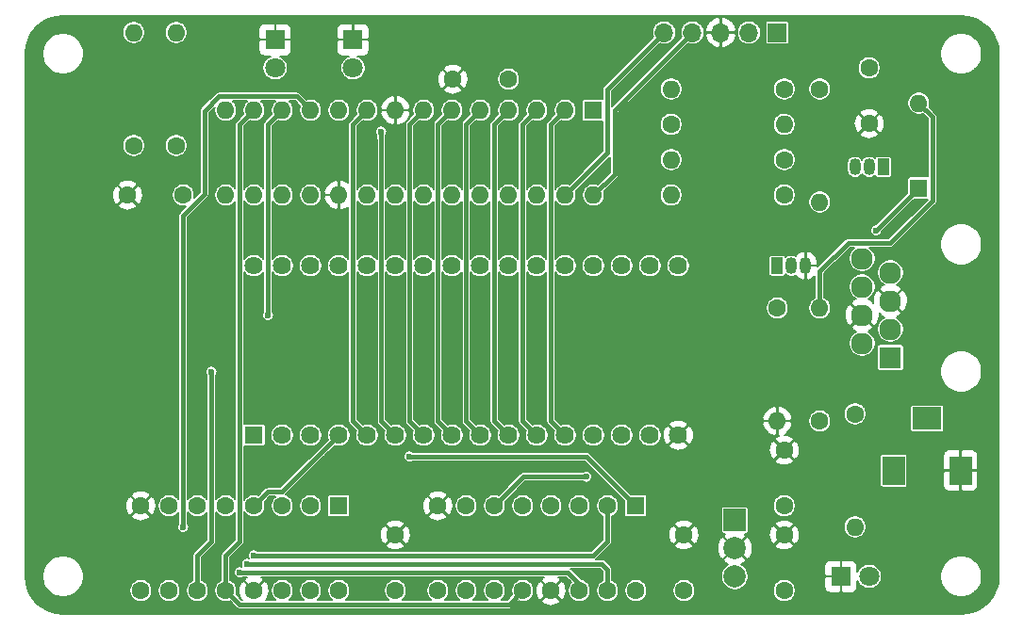
<source format=gbl>
G04 #@! TF.GenerationSoftware,KiCad,Pcbnew,(5.1.12)-1*
G04 #@! TF.CreationDate,2021-12-13T23:10:33-06:00*
G04 #@! TF.ProjectId,1005 Flash Programmer,31303035-2046-46c6-9173-682050726f67,1*
G04 #@! TF.SameCoordinates,Original*
G04 #@! TF.FileFunction,Copper,L4,Bot*
G04 #@! TF.FilePolarity,Positive*
%FSLAX46Y46*%
G04 Gerber Fmt 4.6, Leading zero omitted, Abs format (unit mm)*
G04 Created by KiCad (PCBNEW (5.1.12)-1) date 2021-12-13 23:10:33*
%MOMM*%
%LPD*%
G01*
G04 APERTURE LIST*
G04 #@! TA.AperFunction,ComponentPad*
%ADD10O,1.600000X1.600000*%
G04 #@! TD*
G04 #@! TA.AperFunction,ComponentPad*
%ADD11C,1.600000*%
G04 #@! TD*
G04 #@! TA.AperFunction,ComponentPad*
%ADD12R,1.600000X1.600000*%
G04 #@! TD*
G04 #@! TA.AperFunction,ComponentPad*
%ADD13R,1.050000X1.500000*%
G04 #@! TD*
G04 #@! TA.AperFunction,ComponentPad*
%ADD14O,1.050000X1.500000*%
G04 #@! TD*
G04 #@! TA.AperFunction,ComponentPad*
%ADD15R,1.960000X1.960000*%
G04 #@! TD*
G04 #@! TA.AperFunction,ComponentPad*
%ADD16C,1.960000*%
G04 #@! TD*
G04 #@! TA.AperFunction,ComponentPad*
%ADD17C,1.800000*%
G04 #@! TD*
G04 #@! TA.AperFunction,ComponentPad*
%ADD18R,1.800000X1.800000*%
G04 #@! TD*
G04 #@! TA.AperFunction,ComponentPad*
%ADD19R,2.600000X2.000000*%
G04 #@! TD*
G04 #@! TA.AperFunction,ComponentPad*
%ADD20R,2.000000X2.600000*%
G04 #@! TD*
G04 #@! TA.AperFunction,ComponentPad*
%ADD21R,1.700000X1.700000*%
G04 #@! TD*
G04 #@! TA.AperFunction,ComponentPad*
%ADD22O,1.700000X1.700000*%
G04 #@! TD*
G04 #@! TA.AperFunction,ComponentPad*
%ADD23R,1.625600X1.625600*%
G04 #@! TD*
G04 #@! TA.AperFunction,ComponentPad*
%ADD24C,1.625600*%
G04 #@! TD*
G04 #@! TA.AperFunction,ComponentPad*
%ADD25R,2.000000X2.000000*%
G04 #@! TD*
G04 #@! TA.AperFunction,ComponentPad*
%ADD26C,2.000000*%
G04 #@! TD*
G04 #@! TA.AperFunction,ViaPad*
%ADD27C,0.800000*%
G04 #@! TD*
G04 #@! TA.AperFunction,ViaPad*
%ADD28C,0.600000*%
G04 #@! TD*
G04 #@! TA.AperFunction,Conductor*
%ADD29C,0.381000*%
G04 #@! TD*
G04 #@! TA.AperFunction,Conductor*
%ADD30C,0.152400*%
G04 #@! TD*
G04 #@! TA.AperFunction,Conductor*
%ADD31C,0.100000*%
G04 #@! TD*
G04 APERTURE END LIST*
D10*
X172085000Y-103505000D03*
D11*
X182245000Y-103505000D03*
D12*
X194310000Y-112395000D03*
D10*
X194310000Y-104775000D03*
D13*
X191135000Y-110490000D03*
D14*
X188595000Y-110490000D03*
X189865000Y-110490000D03*
D15*
X191770000Y-127635000D03*
D16*
X189230000Y-126365000D03*
X191770000Y-125095000D03*
X189230000Y-123825000D03*
X191770000Y-122555000D03*
X189230000Y-121285000D03*
X191770000Y-120015000D03*
X189230000Y-118745000D03*
D11*
X189865000Y-101600000D03*
X189865000Y-106600000D03*
X182245000Y-140970000D03*
X182245000Y-135970000D03*
X182245000Y-143590000D03*
X182245000Y-148590000D03*
X157480000Y-102616000D03*
X152480000Y-102616000D03*
X173228000Y-148590000D03*
X173228000Y-143590000D03*
X123270000Y-113030000D03*
X128270000Y-113030000D03*
D17*
X143510000Y-101600000D03*
D18*
X143510000Y-99060000D03*
X136525000Y-99060000D03*
D17*
X136525000Y-101600000D03*
D19*
X195072000Y-133095000D03*
D20*
X192072000Y-137795000D03*
X198072000Y-137795000D03*
D21*
X181610000Y-98425000D03*
D22*
X179070000Y-98425000D03*
X176530000Y-98425000D03*
X173990000Y-98425000D03*
X171450000Y-98425000D03*
D23*
X134620000Y-134620000D03*
D24*
X137160000Y-134620000D03*
X139700000Y-134620000D03*
X142240000Y-134620000D03*
X144780000Y-134620000D03*
X147320000Y-134620000D03*
X149860000Y-134620000D03*
X152400000Y-134620000D03*
X154940000Y-134620000D03*
X157480000Y-134620000D03*
X160020000Y-134620000D03*
X162560000Y-134620000D03*
X165100000Y-134620000D03*
X167640000Y-134620000D03*
X170180000Y-134620000D03*
X172720000Y-134620000D03*
X172720000Y-119380000D03*
X170180000Y-119380000D03*
X167640000Y-119380000D03*
X165100000Y-119380000D03*
X162560000Y-119380000D03*
X160020000Y-119380000D03*
X157480000Y-119380000D03*
X154940000Y-119380000D03*
X152400000Y-119380000D03*
X149860000Y-119380000D03*
X147320000Y-119380000D03*
X144780000Y-119380000D03*
X142240000Y-119380000D03*
X139700000Y-119380000D03*
X137160000Y-119380000D03*
X134620000Y-119380000D03*
D14*
X182880000Y-119380000D03*
X184150000Y-119380000D03*
D13*
X181610000Y-119380000D03*
D11*
X172085000Y-106680000D03*
D10*
X182245000Y-106680000D03*
D11*
X182245000Y-109855000D03*
D10*
X172085000Y-109855000D03*
D11*
X185420000Y-133350000D03*
D10*
X185420000Y-123190000D03*
X172085000Y-113030000D03*
D11*
X182245000Y-113030000D03*
X185420000Y-103505000D03*
D10*
X185420000Y-113665000D03*
X181610000Y-133350000D03*
D11*
X181610000Y-123190000D03*
X127635000Y-108585000D03*
D10*
X127635000Y-98425000D03*
X123825000Y-98425000D03*
D11*
X123825000Y-108585000D03*
D25*
X177800000Y-142240000D03*
D26*
X177800000Y-144780000D03*
X177800000Y-147320000D03*
D12*
X165100000Y-105410000D03*
D10*
X132080000Y-113030000D03*
X162560000Y-105410000D03*
X134620000Y-113030000D03*
X160020000Y-105410000D03*
X137160000Y-113030000D03*
X157480000Y-105410000D03*
X139700000Y-113030000D03*
X154940000Y-105410000D03*
X142240000Y-113030000D03*
X152400000Y-105410000D03*
X144780000Y-113030000D03*
X149860000Y-105410000D03*
X147320000Y-113030000D03*
X147320000Y-105410000D03*
X149860000Y-113030000D03*
X144780000Y-105410000D03*
X152400000Y-113030000D03*
X142240000Y-105410000D03*
X154940000Y-113030000D03*
X139700000Y-105410000D03*
X157480000Y-113030000D03*
X137160000Y-105410000D03*
X160020000Y-113030000D03*
X134620000Y-105410000D03*
X162560000Y-113030000D03*
X132080000Y-105410000D03*
X165100000Y-113030000D03*
D11*
X124460000Y-148590000D03*
X124460000Y-140970000D03*
X142240000Y-148590000D03*
X139700000Y-148590000D03*
X137160000Y-148590000D03*
X134620000Y-148590000D03*
X132080000Y-148590000D03*
X129540000Y-148590000D03*
X127000000Y-148590000D03*
X127000000Y-140970000D03*
X129540000Y-140970000D03*
X132080000Y-140970000D03*
X134620000Y-140970000D03*
X137160000Y-140970000D03*
X139700000Y-140970000D03*
D12*
X142240000Y-140970000D03*
X168910000Y-140970000D03*
D11*
X166370000Y-140970000D03*
X163830000Y-140970000D03*
X161290000Y-140970000D03*
X158750000Y-140970000D03*
X156210000Y-140970000D03*
X153670000Y-140970000D03*
X153670000Y-148590000D03*
X156210000Y-148590000D03*
X158750000Y-148590000D03*
X161290000Y-148590000D03*
X163830000Y-148590000D03*
X166370000Y-148590000D03*
X168910000Y-148590000D03*
X151130000Y-140970000D03*
X151130000Y-148590000D03*
X147320000Y-148590000D03*
X147320000Y-143590000D03*
D18*
X187325000Y-147320000D03*
D17*
X189865000Y-147320000D03*
D11*
X188595000Y-132715000D03*
D10*
X188595000Y-142875000D03*
D27*
X148590000Y-97790000D03*
X153670000Y-97790000D03*
X158750000Y-97790000D03*
X163830000Y-97790000D03*
X168910000Y-97790000D03*
X185420000Y-97790000D03*
X190500000Y-97790000D03*
X200660000Y-105410000D03*
X200660000Y-110490000D03*
X200660000Y-120650000D03*
X200660000Y-125730000D03*
X200660000Y-134620000D03*
X200660000Y-139700000D03*
X193040000Y-149860000D03*
X187960000Y-149860000D03*
X121920000Y-149860000D03*
X115570000Y-142240000D03*
X115570000Y-137160000D03*
X115570000Y-132080000D03*
X115570000Y-127000000D03*
X115570000Y-121920000D03*
X115570000Y-116840000D03*
X115570000Y-111760000D03*
X115570000Y-106680000D03*
X129540000Y-138430000D03*
X135890000Y-143510000D03*
X128905000Y-144145000D03*
X124460000Y-139065000D03*
X127508000Y-136906000D03*
X132080000Y-135636000D03*
X138430000Y-142494000D03*
X147066000Y-136906000D03*
X144780000Y-139192000D03*
X142240000Y-139192000D03*
X141732000Y-136398000D03*
X144272000Y-136398000D03*
X147320000Y-124460000D03*
X147320000Y-129540000D03*
X149860000Y-129540000D03*
X149860000Y-124460000D03*
X160020000Y-123952000D03*
X163322000Y-127254000D03*
X166370000Y-130048000D03*
X154940000Y-124460000D03*
X154940000Y-129540000D03*
X157480000Y-127000000D03*
X157480000Y-132080000D03*
X160020000Y-129540000D03*
X160020000Y-132080000D03*
X162560000Y-132080000D03*
X153670000Y-137668000D03*
X157480000Y-137668000D03*
X162560000Y-137414000D03*
X134620000Y-116586000D03*
X134620000Y-110236000D03*
X144780000Y-115824000D03*
X147320000Y-116078000D03*
X152400000Y-115062000D03*
X152400000Y-117094000D03*
X154686000Y-117602000D03*
X157480000Y-115062000D03*
X160020000Y-115824000D03*
X149352000Y-117856000D03*
X187706000Y-106680000D03*
X192278000Y-105918000D03*
X198120000Y-140716000D03*
X198120000Y-134874000D03*
X182245000Y-137922000D03*
X184785000Y-142875000D03*
X180340000Y-144780000D03*
X177038000Y-136525000D03*
X124714000Y-142748000D03*
X172720000Y-139065000D03*
X173228000Y-145542000D03*
X149352000Y-143510000D03*
X152527000Y-100457000D03*
X150749000Y-103632000D03*
X123190000Y-115062000D03*
X123190000Y-110998000D03*
X176530000Y-100330000D03*
X142748000Y-142494000D03*
X144780000Y-124460000D03*
X142240000Y-124460000D03*
X142240000Y-129540000D03*
X144780000Y-129540000D03*
X139700000Y-129540000D03*
X139700000Y-124460000D03*
X152400000Y-129540000D03*
X168910000Y-123952000D03*
X172720000Y-123952000D03*
X176276000Y-123952000D03*
X172720000Y-127254000D03*
X177038000Y-132334000D03*
X174498000Y-130048000D03*
X176276000Y-119380000D03*
D28*
X190500000Y-116205000D03*
X134620000Y-145415000D03*
X133985000Y-146177003D03*
X146050000Y-107315000D03*
X164465000Y-138366490D03*
X148590000Y-136525000D03*
X128270000Y-142875000D03*
X135890000Y-123825000D03*
X130810000Y-128905000D03*
X133350000Y-146939006D03*
D29*
X185420000Y-119913369D02*
X185420000Y-123190000D01*
X188012870Y-117320499D02*
X185420000Y-119913369D01*
X191784603Y-117320499D02*
X188012870Y-117320499D01*
X195554501Y-113550601D02*
X191784603Y-117320499D01*
X195554501Y-106019501D02*
X195554501Y-113550601D01*
X194310000Y-104775000D02*
X195554501Y-106019501D01*
X190500000Y-116205000D02*
X194310000Y-112395000D01*
X166979511Y-105435489D02*
X173990000Y-98425000D01*
X166979511Y-111150489D02*
X166979511Y-105435489D01*
X165100000Y-113030000D02*
X166979511Y-111150489D01*
X166344501Y-103530499D02*
X171450000Y-98425000D01*
X166344501Y-109245499D02*
X166344501Y-103530499D01*
X162560000Y-113030000D02*
X166344501Y-109245499D01*
X166370000Y-140970000D02*
X166370000Y-144145000D01*
X166370000Y-144145000D02*
X165100000Y-145415000D01*
X165100000Y-145415000D02*
X134620000Y-145415000D01*
X166370000Y-148590000D02*
X166370000Y-147320000D01*
X165607997Y-146177003D02*
X133985000Y-146177003D01*
X165862003Y-146177003D02*
X165607997Y-146177003D01*
X166370000Y-146685000D02*
X165862003Y-146177003D01*
X166370000Y-148590000D02*
X166370000Y-146685000D01*
X137134501Y-139725499D02*
X142240000Y-134620000D01*
X135864501Y-139725499D02*
X137134501Y-139725499D01*
X134620000Y-140970000D02*
X135864501Y-139725499D01*
X143497301Y-133337301D02*
X144780000Y-134620000D01*
X143497301Y-106692699D02*
X143497301Y-133337301D01*
X144780000Y-105410000D02*
X143497301Y-106692699D01*
X146062699Y-133362699D02*
X146062699Y-107962699D01*
X147320000Y-134620000D02*
X146062699Y-133362699D01*
X146062699Y-107962699D02*
X146050000Y-107950000D01*
X146050000Y-107950000D02*
X146050000Y-107315000D01*
X148602699Y-133362699D02*
X149860000Y-134620000D01*
X148602699Y-106667301D02*
X148602699Y-133362699D01*
X149860000Y-105410000D02*
X148602699Y-106667301D01*
X151142699Y-133362699D02*
X152400000Y-134620000D01*
X151142699Y-106667301D02*
X151142699Y-133362699D01*
X152400000Y-105410000D02*
X151142699Y-106667301D01*
X153682699Y-133362699D02*
X154940000Y-134620000D01*
X153682699Y-106667301D02*
X153682699Y-133362699D01*
X154940000Y-105410000D02*
X153682699Y-106667301D01*
X156197301Y-133337301D02*
X157480000Y-134620000D01*
X156197301Y-106692699D02*
X156197301Y-133337301D01*
X157480000Y-105410000D02*
X156197301Y-106692699D01*
X158737301Y-106692699D02*
X158737301Y-133337301D01*
X158737301Y-133337301D02*
X160020000Y-134620000D01*
X160020000Y-105410000D02*
X158737301Y-106692699D01*
X161277301Y-133337301D02*
X162560000Y-134620000D01*
X161277301Y-106692699D02*
X161277301Y-133337301D01*
X162560000Y-105410000D02*
X161277301Y-106692699D01*
X156210000Y-140970000D02*
X158813510Y-138366490D01*
X158813510Y-138366490D02*
X164465000Y-138366490D01*
X164465000Y-136525000D02*
X148590000Y-136525000D01*
X168910000Y-140970000D02*
X164465000Y-136525000D01*
X138455499Y-104165499D02*
X139700000Y-105410000D01*
X131482639Y-104165499D02*
X138455499Y-104165499D01*
X130175000Y-105473138D02*
X131482639Y-104165499D01*
X130175000Y-112966862D02*
X130175000Y-105473138D01*
X128270000Y-114871862D02*
X130175000Y-112966862D01*
X128270000Y-142875000D02*
X128270000Y-114871862D01*
X130810000Y-144145000D02*
X129540000Y-145415000D01*
X129540000Y-145415000D02*
X129540000Y-148590000D01*
X130810000Y-128905000D02*
X130810000Y-144145000D01*
X135890000Y-106680000D02*
X135890000Y-123825000D01*
X137160000Y-105410000D02*
X135890000Y-106680000D01*
X133324501Y-106705499D02*
X134620000Y-105410000D01*
X133324501Y-144170499D02*
X133324501Y-106705499D01*
X132080000Y-145415000D02*
X133324501Y-144170499D01*
X132080000Y-148590000D02*
X132080000Y-145415000D01*
X157505499Y-149834501D02*
X158750000Y-148590000D01*
X133324501Y-149834501D02*
X157505499Y-149834501D01*
X132080000Y-148590000D02*
X133324501Y-149834501D01*
X163830000Y-147955000D02*
X163830000Y-148590000D01*
X162814006Y-146939006D02*
X163830000Y-147955000D01*
X133350000Y-146939006D02*
X162814006Y-146939006D01*
D30*
X198778238Y-97005651D02*
X199411410Y-97196817D01*
X199995387Y-97507323D01*
X200507927Y-97925341D01*
X200929516Y-98434954D01*
X201244094Y-99016755D01*
X201439673Y-99648568D01*
X201510884Y-100326098D01*
X201510900Y-100330607D01*
X201510901Y-147299490D01*
X201444349Y-147978241D01*
X201253183Y-148611410D01*
X200942679Y-149195384D01*
X200524659Y-149707927D01*
X200015044Y-150129517D01*
X199433245Y-150444094D01*
X198801432Y-150639673D01*
X198123901Y-150710884D01*
X198119393Y-150710900D01*
X117495499Y-150710900D01*
X116816759Y-150644349D01*
X116183590Y-150453183D01*
X115599616Y-150142679D01*
X115087073Y-149724659D01*
X114665483Y-149215044D01*
X114350906Y-148633245D01*
X114155327Y-148001432D01*
X114084116Y-147323901D01*
X114084100Y-147319393D01*
X114084100Y-147135210D01*
X115598800Y-147135210D01*
X115598800Y-147504790D01*
X115670901Y-147867267D01*
X115812333Y-148208714D01*
X116017660Y-148516008D01*
X116278992Y-148777340D01*
X116586286Y-148982667D01*
X116927733Y-149124099D01*
X117290210Y-149196200D01*
X117659790Y-149196200D01*
X118022267Y-149124099D01*
X118363714Y-148982667D01*
X118671008Y-148777340D01*
X118932340Y-148516008D01*
X118950591Y-148488692D01*
X123431400Y-148488692D01*
X123431400Y-148691308D01*
X123470928Y-148890032D01*
X123548466Y-149077225D01*
X123661034Y-149245694D01*
X123804306Y-149388966D01*
X123972775Y-149501534D01*
X124159968Y-149579072D01*
X124358692Y-149618600D01*
X124561308Y-149618600D01*
X124760032Y-149579072D01*
X124947225Y-149501534D01*
X125115694Y-149388966D01*
X125258966Y-149245694D01*
X125371534Y-149077225D01*
X125449072Y-148890032D01*
X125488600Y-148691308D01*
X125488600Y-148488692D01*
X125971400Y-148488692D01*
X125971400Y-148691308D01*
X126010928Y-148890032D01*
X126088466Y-149077225D01*
X126201034Y-149245694D01*
X126344306Y-149388966D01*
X126512775Y-149501534D01*
X126699968Y-149579072D01*
X126898692Y-149618600D01*
X127101308Y-149618600D01*
X127300032Y-149579072D01*
X127487225Y-149501534D01*
X127655694Y-149388966D01*
X127798966Y-149245694D01*
X127911534Y-149077225D01*
X127989072Y-148890032D01*
X128028600Y-148691308D01*
X128028600Y-148488692D01*
X127989072Y-148289968D01*
X127911534Y-148102775D01*
X127798966Y-147934306D01*
X127655694Y-147791034D01*
X127487225Y-147678466D01*
X127300032Y-147600928D01*
X127101308Y-147561400D01*
X126898692Y-147561400D01*
X126699968Y-147600928D01*
X126512775Y-147678466D01*
X126344306Y-147791034D01*
X126201034Y-147934306D01*
X126088466Y-148102775D01*
X126010928Y-148289968D01*
X125971400Y-148488692D01*
X125488600Y-148488692D01*
X125449072Y-148289968D01*
X125371534Y-148102775D01*
X125258966Y-147934306D01*
X125115694Y-147791034D01*
X124947225Y-147678466D01*
X124760032Y-147600928D01*
X124561308Y-147561400D01*
X124358692Y-147561400D01*
X124159968Y-147600928D01*
X123972775Y-147678466D01*
X123804306Y-147791034D01*
X123661034Y-147934306D01*
X123548466Y-148102775D01*
X123470928Y-148289968D01*
X123431400Y-148488692D01*
X118950591Y-148488692D01*
X119137667Y-148208714D01*
X119279099Y-147867267D01*
X119351200Y-147504790D01*
X119351200Y-147135210D01*
X119279099Y-146772733D01*
X119137667Y-146431286D01*
X118932340Y-146123992D01*
X118671008Y-145862660D01*
X118363714Y-145657333D01*
X118022267Y-145515901D01*
X117659790Y-145443800D01*
X117290210Y-145443800D01*
X116927733Y-145515901D01*
X116586286Y-145657333D01*
X116278992Y-145862660D01*
X116017660Y-146123992D01*
X115812333Y-146431286D01*
X115670901Y-146772733D01*
X115598800Y-147135210D01*
X114084100Y-147135210D01*
X114084100Y-141868018D01*
X123597903Y-141868018D01*
X123663136Y-142110002D01*
X123900851Y-142243557D01*
X124160054Y-142328171D01*
X124430783Y-142360591D01*
X124702635Y-142339571D01*
X124965163Y-142265920D01*
X125208278Y-142142466D01*
X125256864Y-142110002D01*
X125322097Y-141868018D01*
X124460000Y-141005921D01*
X123597903Y-141868018D01*
X114084100Y-141868018D01*
X114084100Y-140940783D01*
X123069409Y-140940783D01*
X123090429Y-141212635D01*
X123164080Y-141475163D01*
X123287534Y-141718278D01*
X123319998Y-141766864D01*
X123561982Y-141832097D01*
X124424079Y-140970000D01*
X124495921Y-140970000D01*
X125358018Y-141832097D01*
X125600002Y-141766864D01*
X125733557Y-141529149D01*
X125818171Y-141269946D01*
X125850591Y-140999217D01*
X125840499Y-140868692D01*
X125971400Y-140868692D01*
X125971400Y-141071308D01*
X126010928Y-141270032D01*
X126088466Y-141457225D01*
X126201034Y-141625694D01*
X126344306Y-141768966D01*
X126512775Y-141881534D01*
X126699968Y-141959072D01*
X126898692Y-141998600D01*
X127101308Y-141998600D01*
X127300032Y-141959072D01*
X127487225Y-141881534D01*
X127655694Y-141768966D01*
X127798966Y-141625694D01*
X127850900Y-141547970D01*
X127850900Y-142550772D01*
X127801560Y-142624614D01*
X127761713Y-142720813D01*
X127741400Y-142822937D01*
X127741400Y-142927063D01*
X127761713Y-143029187D01*
X127801560Y-143125386D01*
X127859409Y-143211963D01*
X127933037Y-143285591D01*
X128019614Y-143343440D01*
X128115813Y-143383287D01*
X128217937Y-143403600D01*
X128322063Y-143403600D01*
X128424187Y-143383287D01*
X128520386Y-143343440D01*
X128606963Y-143285591D01*
X128680591Y-143211963D01*
X128738440Y-143125386D01*
X128778287Y-143029187D01*
X128798600Y-142927063D01*
X128798600Y-142822937D01*
X128778287Y-142720813D01*
X128738440Y-142624614D01*
X128689100Y-142550772D01*
X128689100Y-141547970D01*
X128741034Y-141625694D01*
X128884306Y-141768966D01*
X129052775Y-141881534D01*
X129239968Y-141959072D01*
X129438692Y-141998600D01*
X129641308Y-141998600D01*
X129840032Y-141959072D01*
X130027225Y-141881534D01*
X130195694Y-141768966D01*
X130338966Y-141625694D01*
X130390901Y-141547968D01*
X130390901Y-143971402D01*
X129258211Y-145104093D01*
X129242218Y-145117218D01*
X129189846Y-145181035D01*
X129150929Y-145253843D01*
X129148815Y-145260813D01*
X129126965Y-145332843D01*
X129118873Y-145415000D01*
X129120900Y-145435580D01*
X129120901Y-147650247D01*
X129052775Y-147678466D01*
X128884306Y-147791034D01*
X128741034Y-147934306D01*
X128628466Y-148102775D01*
X128550928Y-148289968D01*
X128511400Y-148488692D01*
X128511400Y-148691308D01*
X128550928Y-148890032D01*
X128628466Y-149077225D01*
X128741034Y-149245694D01*
X128884306Y-149388966D01*
X129052775Y-149501534D01*
X129239968Y-149579072D01*
X129438692Y-149618600D01*
X129641308Y-149618600D01*
X129840032Y-149579072D01*
X130027225Y-149501534D01*
X130195694Y-149388966D01*
X130338966Y-149245694D01*
X130451534Y-149077225D01*
X130529072Y-148890032D01*
X130568600Y-148691308D01*
X130568600Y-148488692D01*
X130529072Y-148289968D01*
X130451534Y-148102775D01*
X130338966Y-147934306D01*
X130195694Y-147791034D01*
X130027225Y-147678466D01*
X129959100Y-147650248D01*
X129959100Y-145588596D01*
X131091794Y-144455903D01*
X131107782Y-144442782D01*
X131160154Y-144378966D01*
X131199071Y-144306158D01*
X131223035Y-144227158D01*
X131229100Y-144165580D01*
X131231127Y-144145001D01*
X131229100Y-144124421D01*
X131229100Y-141547970D01*
X131281034Y-141625694D01*
X131424306Y-141768966D01*
X131592775Y-141881534D01*
X131779968Y-141959072D01*
X131978692Y-141998600D01*
X132181308Y-141998600D01*
X132380032Y-141959072D01*
X132567225Y-141881534D01*
X132735694Y-141768966D01*
X132878966Y-141625694D01*
X132905401Y-141586131D01*
X132905401Y-143996902D01*
X131798206Y-145104098D01*
X131782219Y-145117218D01*
X131769100Y-145133204D01*
X131729846Y-145181035D01*
X131690930Y-145253842D01*
X131666965Y-145332843D01*
X131658873Y-145415000D01*
X131660901Y-145435590D01*
X131660900Y-147650248D01*
X131592775Y-147678466D01*
X131424306Y-147791034D01*
X131281034Y-147934306D01*
X131168466Y-148102775D01*
X131090928Y-148289968D01*
X131051400Y-148488692D01*
X131051400Y-148691308D01*
X131090928Y-148890032D01*
X131168466Y-149077225D01*
X131281034Y-149245694D01*
X131424306Y-149388966D01*
X131592775Y-149501534D01*
X131779968Y-149579072D01*
X131978692Y-149618600D01*
X132181308Y-149618600D01*
X132380032Y-149579072D01*
X132448157Y-149550854D01*
X133013598Y-150116295D01*
X133026719Y-150132283D01*
X133090535Y-150184655D01*
X133163343Y-150223572D01*
X133242343Y-150247536D01*
X133324500Y-150255628D01*
X133345080Y-150253601D01*
X157484919Y-150253601D01*
X157505499Y-150255628D01*
X157526079Y-150253601D01*
X157587657Y-150247536D01*
X157666657Y-150223572D01*
X157739465Y-150184655D01*
X157803281Y-150132283D01*
X157816406Y-150116290D01*
X158381843Y-149550854D01*
X158449968Y-149579072D01*
X158648692Y-149618600D01*
X158851308Y-149618600D01*
X159050032Y-149579072D01*
X159237225Y-149501534D01*
X159257453Y-149488018D01*
X160427903Y-149488018D01*
X160493136Y-149730002D01*
X160730851Y-149863557D01*
X160990054Y-149948171D01*
X161260783Y-149980591D01*
X161532635Y-149959571D01*
X161795163Y-149885920D01*
X162038278Y-149762466D01*
X162086864Y-149730002D01*
X162152097Y-149488018D01*
X161290000Y-148625921D01*
X160427903Y-149488018D01*
X159257453Y-149488018D01*
X159405694Y-149388966D01*
X159548966Y-149245694D01*
X159661534Y-149077225D01*
X159739072Y-148890032D01*
X159778600Y-148691308D01*
X159778600Y-148560783D01*
X159899409Y-148560783D01*
X159920429Y-148832635D01*
X159994080Y-149095163D01*
X160117534Y-149338278D01*
X160149998Y-149386864D01*
X160391982Y-149452097D01*
X161254079Y-148590000D01*
X161325921Y-148590000D01*
X162188018Y-149452097D01*
X162430002Y-149386864D01*
X162563557Y-149149149D01*
X162648171Y-148889946D01*
X162680591Y-148619217D01*
X162659571Y-148347365D01*
X162585920Y-148084837D01*
X162462466Y-147841722D01*
X162430002Y-147793136D01*
X162188018Y-147727903D01*
X161325921Y-148590000D01*
X161254079Y-148590000D01*
X160391982Y-147727903D01*
X160149998Y-147793136D01*
X160016443Y-148030851D01*
X159931829Y-148290054D01*
X159899409Y-148560783D01*
X159778600Y-148560783D01*
X159778600Y-148488692D01*
X159739072Y-148289968D01*
X159661534Y-148102775D01*
X159548966Y-147934306D01*
X159405694Y-147791034D01*
X159237225Y-147678466D01*
X159050032Y-147600928D01*
X158851308Y-147561400D01*
X158648692Y-147561400D01*
X158449968Y-147600928D01*
X158262775Y-147678466D01*
X158094306Y-147791034D01*
X157951034Y-147934306D01*
X157838466Y-148102775D01*
X157760928Y-148289968D01*
X157721400Y-148488692D01*
X157721400Y-148691308D01*
X157760928Y-148890032D01*
X157789146Y-148958157D01*
X157331903Y-149415401D01*
X156826131Y-149415401D01*
X156865694Y-149388966D01*
X157008966Y-149245694D01*
X157121534Y-149077225D01*
X157199072Y-148890032D01*
X157238600Y-148691308D01*
X157238600Y-148488692D01*
X157199072Y-148289968D01*
X157121534Y-148102775D01*
X157008966Y-147934306D01*
X156865694Y-147791034D01*
X156697225Y-147678466D01*
X156510032Y-147600928D01*
X156311308Y-147561400D01*
X156108692Y-147561400D01*
X155909968Y-147600928D01*
X155722775Y-147678466D01*
X155554306Y-147791034D01*
X155411034Y-147934306D01*
X155298466Y-148102775D01*
X155220928Y-148289968D01*
X155181400Y-148488692D01*
X155181400Y-148691308D01*
X155220928Y-148890032D01*
X155298466Y-149077225D01*
X155411034Y-149245694D01*
X155554306Y-149388966D01*
X155593869Y-149415401D01*
X154286131Y-149415401D01*
X154325694Y-149388966D01*
X154468966Y-149245694D01*
X154581534Y-149077225D01*
X154659072Y-148890032D01*
X154698600Y-148691308D01*
X154698600Y-148488692D01*
X154659072Y-148289968D01*
X154581534Y-148102775D01*
X154468966Y-147934306D01*
X154325694Y-147791034D01*
X154157225Y-147678466D01*
X153970032Y-147600928D01*
X153771308Y-147561400D01*
X153568692Y-147561400D01*
X153369968Y-147600928D01*
X153182775Y-147678466D01*
X153014306Y-147791034D01*
X152871034Y-147934306D01*
X152758466Y-148102775D01*
X152680928Y-148289968D01*
X152641400Y-148488692D01*
X152641400Y-148691308D01*
X152680928Y-148890032D01*
X152758466Y-149077225D01*
X152871034Y-149245694D01*
X153014306Y-149388966D01*
X153053869Y-149415401D01*
X151746131Y-149415401D01*
X151785694Y-149388966D01*
X151928966Y-149245694D01*
X152041534Y-149077225D01*
X152119072Y-148890032D01*
X152158600Y-148691308D01*
X152158600Y-148488692D01*
X152119072Y-148289968D01*
X152041534Y-148102775D01*
X151928966Y-147934306D01*
X151785694Y-147791034D01*
X151617225Y-147678466D01*
X151430032Y-147600928D01*
X151231308Y-147561400D01*
X151028692Y-147561400D01*
X150829968Y-147600928D01*
X150642775Y-147678466D01*
X150474306Y-147791034D01*
X150331034Y-147934306D01*
X150218466Y-148102775D01*
X150140928Y-148289968D01*
X150101400Y-148488692D01*
X150101400Y-148691308D01*
X150140928Y-148890032D01*
X150218466Y-149077225D01*
X150331034Y-149245694D01*
X150474306Y-149388966D01*
X150513869Y-149415401D01*
X147936131Y-149415401D01*
X147975694Y-149388966D01*
X148118966Y-149245694D01*
X148231534Y-149077225D01*
X148309072Y-148890032D01*
X148348600Y-148691308D01*
X148348600Y-148488692D01*
X148309072Y-148289968D01*
X148231534Y-148102775D01*
X148118966Y-147934306D01*
X147975694Y-147791034D01*
X147807225Y-147678466D01*
X147620032Y-147600928D01*
X147421308Y-147561400D01*
X147218692Y-147561400D01*
X147019968Y-147600928D01*
X146832775Y-147678466D01*
X146664306Y-147791034D01*
X146521034Y-147934306D01*
X146408466Y-148102775D01*
X146330928Y-148289968D01*
X146291400Y-148488692D01*
X146291400Y-148691308D01*
X146330928Y-148890032D01*
X146408466Y-149077225D01*
X146521034Y-149245694D01*
X146664306Y-149388966D01*
X146703869Y-149415401D01*
X142856131Y-149415401D01*
X142895694Y-149388966D01*
X143038966Y-149245694D01*
X143151534Y-149077225D01*
X143229072Y-148890032D01*
X143268600Y-148691308D01*
X143268600Y-148488692D01*
X143229072Y-148289968D01*
X143151534Y-148102775D01*
X143038966Y-147934306D01*
X142895694Y-147791034D01*
X142727225Y-147678466D01*
X142540032Y-147600928D01*
X142341308Y-147561400D01*
X142138692Y-147561400D01*
X141939968Y-147600928D01*
X141752775Y-147678466D01*
X141584306Y-147791034D01*
X141441034Y-147934306D01*
X141328466Y-148102775D01*
X141250928Y-148289968D01*
X141211400Y-148488692D01*
X141211400Y-148691308D01*
X141250928Y-148890032D01*
X141328466Y-149077225D01*
X141441034Y-149245694D01*
X141584306Y-149388966D01*
X141623869Y-149415401D01*
X140316131Y-149415401D01*
X140355694Y-149388966D01*
X140498966Y-149245694D01*
X140611534Y-149077225D01*
X140689072Y-148890032D01*
X140728600Y-148691308D01*
X140728600Y-148488692D01*
X140689072Y-148289968D01*
X140611534Y-148102775D01*
X140498966Y-147934306D01*
X140355694Y-147791034D01*
X140187225Y-147678466D01*
X140000032Y-147600928D01*
X139801308Y-147561400D01*
X139598692Y-147561400D01*
X139399968Y-147600928D01*
X139212775Y-147678466D01*
X139044306Y-147791034D01*
X138901034Y-147934306D01*
X138788466Y-148102775D01*
X138710928Y-148289968D01*
X138671400Y-148488692D01*
X138671400Y-148691308D01*
X138710928Y-148890032D01*
X138788466Y-149077225D01*
X138901034Y-149245694D01*
X139044306Y-149388966D01*
X139083869Y-149415401D01*
X137776131Y-149415401D01*
X137815694Y-149388966D01*
X137958966Y-149245694D01*
X138071534Y-149077225D01*
X138149072Y-148890032D01*
X138188600Y-148691308D01*
X138188600Y-148488692D01*
X138149072Y-148289968D01*
X138071534Y-148102775D01*
X137958966Y-147934306D01*
X137815694Y-147791034D01*
X137647225Y-147678466D01*
X137460032Y-147600928D01*
X137261308Y-147561400D01*
X137058692Y-147561400D01*
X136859968Y-147600928D01*
X136672775Y-147678466D01*
X136504306Y-147791034D01*
X136361034Y-147934306D01*
X136248466Y-148102775D01*
X136170928Y-148289968D01*
X136131400Y-148488692D01*
X136131400Y-148691308D01*
X136170928Y-148890032D01*
X136248466Y-149077225D01*
X136361034Y-149245694D01*
X136504306Y-149388966D01*
X136543869Y-149415401D01*
X135654143Y-149415401D01*
X135760002Y-149386864D01*
X135893557Y-149149149D01*
X135978171Y-148889946D01*
X136010591Y-148619217D01*
X135989571Y-148347365D01*
X135915920Y-148084837D01*
X135792466Y-147841722D01*
X135760002Y-147793136D01*
X135518018Y-147727903D01*
X134655921Y-148590000D01*
X134670064Y-148604143D01*
X134634143Y-148640064D01*
X134620000Y-148625921D01*
X134605858Y-148640064D01*
X134569937Y-148604143D01*
X134584079Y-148590000D01*
X133721982Y-147727903D01*
X133479998Y-147793136D01*
X133346443Y-148030851D01*
X133261829Y-148290054D01*
X133229409Y-148560783D01*
X133250429Y-148832635D01*
X133324080Y-149095163D01*
X133447534Y-149338278D01*
X133479998Y-149386864D01*
X133585857Y-149415401D01*
X133498098Y-149415401D01*
X133040854Y-148958157D01*
X133069072Y-148890032D01*
X133108600Y-148691308D01*
X133108600Y-148488692D01*
X133069072Y-148289968D01*
X132991534Y-148102775D01*
X132878966Y-147934306D01*
X132735694Y-147791034D01*
X132567225Y-147678466D01*
X132499100Y-147650248D01*
X132499100Y-146886943D01*
X132821400Y-146886943D01*
X132821400Y-146991069D01*
X132841713Y-147093193D01*
X132881560Y-147189392D01*
X132939409Y-147275969D01*
X133013037Y-147349597D01*
X133099614Y-147407446D01*
X133195813Y-147447293D01*
X133297937Y-147467606D01*
X133402063Y-147467606D01*
X133504187Y-147447293D01*
X133600386Y-147407446D01*
X133674228Y-147358106D01*
X133988752Y-147358106D01*
X133871722Y-147417534D01*
X133823136Y-147449998D01*
X133757903Y-147691982D01*
X134620000Y-148554079D01*
X135482097Y-147691982D01*
X135416864Y-147449998D01*
X135253305Y-147358106D01*
X160658752Y-147358106D01*
X160541722Y-147417534D01*
X160493136Y-147449998D01*
X160427903Y-147691982D01*
X161290000Y-148554079D01*
X162152097Y-147691982D01*
X162086864Y-147449998D01*
X161923305Y-147358106D01*
X162640410Y-147358106D01*
X163123822Y-147841518D01*
X163031034Y-147934306D01*
X162918466Y-148102775D01*
X162840928Y-148289968D01*
X162801400Y-148488692D01*
X162801400Y-148691308D01*
X162840928Y-148890032D01*
X162918466Y-149077225D01*
X163031034Y-149245694D01*
X163174306Y-149388966D01*
X163342775Y-149501534D01*
X163529968Y-149579072D01*
X163728692Y-149618600D01*
X163931308Y-149618600D01*
X164130032Y-149579072D01*
X164317225Y-149501534D01*
X164485694Y-149388966D01*
X164628966Y-149245694D01*
X164741534Y-149077225D01*
X164819072Y-148890032D01*
X164858600Y-148691308D01*
X164858600Y-148488692D01*
X164819072Y-148289968D01*
X164741534Y-148102775D01*
X164628966Y-147934306D01*
X164485694Y-147791034D01*
X164317225Y-147678466D01*
X164130032Y-147600928D01*
X164053378Y-147585681D01*
X163124913Y-146657217D01*
X163111788Y-146641224D01*
X163056807Y-146596103D01*
X165688407Y-146596103D01*
X165950901Y-146858598D01*
X165950900Y-147650247D01*
X165882775Y-147678466D01*
X165714306Y-147791034D01*
X165571034Y-147934306D01*
X165458466Y-148102775D01*
X165380928Y-148289968D01*
X165341400Y-148488692D01*
X165341400Y-148691308D01*
X165380928Y-148890032D01*
X165458466Y-149077225D01*
X165571034Y-149245694D01*
X165714306Y-149388966D01*
X165882775Y-149501534D01*
X166069968Y-149579072D01*
X166268692Y-149618600D01*
X166471308Y-149618600D01*
X166670032Y-149579072D01*
X166857225Y-149501534D01*
X167025694Y-149388966D01*
X167168966Y-149245694D01*
X167281534Y-149077225D01*
X167359072Y-148890032D01*
X167398600Y-148691308D01*
X167398600Y-148488692D01*
X167881400Y-148488692D01*
X167881400Y-148691308D01*
X167920928Y-148890032D01*
X167998466Y-149077225D01*
X168111034Y-149245694D01*
X168254306Y-149388966D01*
X168422775Y-149501534D01*
X168609968Y-149579072D01*
X168808692Y-149618600D01*
X169011308Y-149618600D01*
X169210032Y-149579072D01*
X169397225Y-149501534D01*
X169565694Y-149388966D01*
X169708966Y-149245694D01*
X169821534Y-149077225D01*
X169899072Y-148890032D01*
X169938600Y-148691308D01*
X169938600Y-148488692D01*
X172199400Y-148488692D01*
X172199400Y-148691308D01*
X172238928Y-148890032D01*
X172316466Y-149077225D01*
X172429034Y-149245694D01*
X172572306Y-149388966D01*
X172740775Y-149501534D01*
X172927968Y-149579072D01*
X173126692Y-149618600D01*
X173329308Y-149618600D01*
X173528032Y-149579072D01*
X173715225Y-149501534D01*
X173883694Y-149388966D01*
X174026966Y-149245694D01*
X174139534Y-149077225D01*
X174217072Y-148890032D01*
X174256600Y-148691308D01*
X174256600Y-148488692D01*
X174217072Y-148289968D01*
X174139534Y-148102775D01*
X174026966Y-147934306D01*
X173883694Y-147791034D01*
X173715225Y-147678466D01*
X173528032Y-147600928D01*
X173329308Y-147561400D01*
X173126692Y-147561400D01*
X172927968Y-147600928D01*
X172740775Y-147678466D01*
X172572306Y-147791034D01*
X172429034Y-147934306D01*
X172316466Y-148102775D01*
X172238928Y-148289968D01*
X172199400Y-148488692D01*
X169938600Y-148488692D01*
X169899072Y-148289968D01*
X169821534Y-148102775D01*
X169708966Y-147934306D01*
X169565694Y-147791034D01*
X169397225Y-147678466D01*
X169210032Y-147600928D01*
X169011308Y-147561400D01*
X168808692Y-147561400D01*
X168609968Y-147600928D01*
X168422775Y-147678466D01*
X168254306Y-147791034D01*
X168111034Y-147934306D01*
X167998466Y-148102775D01*
X167920928Y-148289968D01*
X167881400Y-148488692D01*
X167398600Y-148488692D01*
X167359072Y-148289968D01*
X167281534Y-148102775D01*
X167168966Y-147934306D01*
X167025694Y-147791034D01*
X166857225Y-147678466D01*
X166789100Y-147650248D01*
X166789100Y-147198993D01*
X176571400Y-147198993D01*
X176571400Y-147441007D01*
X176618614Y-147678369D01*
X176711229Y-147901960D01*
X176845684Y-148103187D01*
X177016813Y-148274316D01*
X177218040Y-148408771D01*
X177441631Y-148501386D01*
X177678993Y-148548600D01*
X177921007Y-148548600D01*
X178158369Y-148501386D01*
X178189014Y-148488692D01*
X181216400Y-148488692D01*
X181216400Y-148691308D01*
X181255928Y-148890032D01*
X181333466Y-149077225D01*
X181446034Y-149245694D01*
X181589306Y-149388966D01*
X181757775Y-149501534D01*
X181944968Y-149579072D01*
X182143692Y-149618600D01*
X182346308Y-149618600D01*
X182545032Y-149579072D01*
X182732225Y-149501534D01*
X182900694Y-149388966D01*
X183043966Y-149245694D01*
X183156534Y-149077225D01*
X183234072Y-148890032D01*
X183273600Y-148691308D01*
X183273600Y-148488692D01*
X183234072Y-148289968D01*
X183205091Y-148220000D01*
X185837973Y-148220000D01*
X185849253Y-148334523D01*
X185882658Y-148444646D01*
X185936905Y-148546135D01*
X186009909Y-148635091D01*
X186098865Y-148708095D01*
X186200354Y-148762342D01*
X186310477Y-148795747D01*
X186425000Y-148807027D01*
X187153550Y-148804200D01*
X187299600Y-148658150D01*
X187299600Y-147345400D01*
X185986850Y-147345400D01*
X185840800Y-147491450D01*
X185837973Y-148220000D01*
X183205091Y-148220000D01*
X183156534Y-148102775D01*
X183043966Y-147934306D01*
X182900694Y-147791034D01*
X182732225Y-147678466D01*
X182545032Y-147600928D01*
X182346308Y-147561400D01*
X182143692Y-147561400D01*
X181944968Y-147600928D01*
X181757775Y-147678466D01*
X181589306Y-147791034D01*
X181446034Y-147934306D01*
X181333466Y-148102775D01*
X181255928Y-148289968D01*
X181216400Y-148488692D01*
X178189014Y-148488692D01*
X178381960Y-148408771D01*
X178583187Y-148274316D01*
X178754316Y-148103187D01*
X178888771Y-147901960D01*
X178981386Y-147678369D01*
X179028600Y-147441007D01*
X179028600Y-147198993D01*
X178981386Y-146961631D01*
X178888771Y-146738040D01*
X178754316Y-146536813D01*
X178637503Y-146420000D01*
X185837973Y-146420000D01*
X185840800Y-147148550D01*
X185986850Y-147294600D01*
X187299600Y-147294600D01*
X187299600Y-145981850D01*
X187350400Y-145981850D01*
X187350400Y-147294600D01*
X187370400Y-147294600D01*
X187370400Y-147345400D01*
X187350400Y-147345400D01*
X187350400Y-148658150D01*
X187496450Y-148804200D01*
X188225000Y-148807027D01*
X188339523Y-148795747D01*
X188449646Y-148762342D01*
X188551135Y-148708095D01*
X188640091Y-148635091D01*
X188713095Y-148546135D01*
X188767342Y-148444646D01*
X188800747Y-148334523D01*
X188812027Y-148220000D01*
X188810096Y-147722413D01*
X188864847Y-147854593D01*
X188988359Y-148039441D01*
X189145559Y-148196641D01*
X189330407Y-148320153D01*
X189535799Y-148405229D01*
X189753843Y-148448600D01*
X189976157Y-148448600D01*
X190194201Y-148405229D01*
X190399593Y-148320153D01*
X190584441Y-148196641D01*
X190741641Y-148039441D01*
X190865153Y-147854593D01*
X190950229Y-147649201D01*
X190993600Y-147431157D01*
X190993600Y-147208843D01*
X190978954Y-147135210D01*
X196243800Y-147135210D01*
X196243800Y-147504790D01*
X196315901Y-147867267D01*
X196457333Y-148208714D01*
X196662660Y-148516008D01*
X196923992Y-148777340D01*
X197231286Y-148982667D01*
X197572733Y-149124099D01*
X197935210Y-149196200D01*
X198304790Y-149196200D01*
X198667267Y-149124099D01*
X199008714Y-148982667D01*
X199316008Y-148777340D01*
X199577340Y-148516008D01*
X199782667Y-148208714D01*
X199924099Y-147867267D01*
X199996200Y-147504790D01*
X199996200Y-147135210D01*
X199924099Y-146772733D01*
X199782667Y-146431286D01*
X199577340Y-146123992D01*
X199316008Y-145862660D01*
X199008714Y-145657333D01*
X198667267Y-145515901D01*
X198304790Y-145443800D01*
X197935210Y-145443800D01*
X197572733Y-145515901D01*
X197231286Y-145657333D01*
X196923992Y-145862660D01*
X196662660Y-146123992D01*
X196457333Y-146431286D01*
X196315901Y-146772733D01*
X196243800Y-147135210D01*
X190978954Y-147135210D01*
X190950229Y-146990799D01*
X190865153Y-146785407D01*
X190741641Y-146600559D01*
X190584441Y-146443359D01*
X190399593Y-146319847D01*
X190194201Y-146234771D01*
X189976157Y-146191400D01*
X189753843Y-146191400D01*
X189535799Y-146234771D01*
X189330407Y-146319847D01*
X189145559Y-146443359D01*
X188988359Y-146600559D01*
X188864847Y-146785407D01*
X188810096Y-146917587D01*
X188812027Y-146420000D01*
X188800747Y-146305477D01*
X188767342Y-146195354D01*
X188713095Y-146093865D01*
X188640091Y-146004909D01*
X188551135Y-145931905D01*
X188449646Y-145877658D01*
X188339523Y-145844253D01*
X188225000Y-145832973D01*
X187496450Y-145835800D01*
X187350400Y-145981850D01*
X187299600Y-145981850D01*
X187153550Y-145835800D01*
X186425000Y-145832973D01*
X186310477Y-145844253D01*
X186200354Y-145877658D01*
X186098865Y-145931905D01*
X186009909Y-146004909D01*
X185936905Y-146093865D01*
X185882658Y-146195354D01*
X185849253Y-146305477D01*
X185837973Y-146420000D01*
X178637503Y-146420000D01*
X178583187Y-146365684D01*
X178407205Y-146248097D01*
X178653298Y-146123844D01*
X178715007Y-146082612D01*
X178804227Y-145820148D01*
X177800000Y-144815921D01*
X176795773Y-145820148D01*
X176884993Y-146082612D01*
X177156701Y-146236091D01*
X177192927Y-146248009D01*
X177016813Y-146365684D01*
X176845684Y-146536813D01*
X176711229Y-146738040D01*
X176618614Y-146961631D01*
X176571400Y-147198993D01*
X166789100Y-147198993D01*
X166789100Y-146705579D01*
X166791127Y-146684999D01*
X166783035Y-146602842D01*
X166766986Y-146549935D01*
X166759071Y-146523842D01*
X166720154Y-146451034D01*
X166667782Y-146387218D01*
X166651794Y-146374097D01*
X166172910Y-145895214D01*
X166159785Y-145879221D01*
X166095969Y-145826849D01*
X166023161Y-145787932D01*
X165944161Y-145763968D01*
X165882583Y-145757903D01*
X165862003Y-145755876D01*
X165841423Y-145757903D01*
X165342801Y-145757903D01*
X165397782Y-145712782D01*
X165410907Y-145696789D01*
X166619678Y-144488018D01*
X172365903Y-144488018D01*
X172431136Y-144730002D01*
X172668851Y-144863557D01*
X172928054Y-144948171D01*
X173198783Y-144980591D01*
X173470635Y-144959571D01*
X173733163Y-144885920D01*
X173976278Y-144762466D01*
X174005572Y-144742892D01*
X176208568Y-144742892D01*
X176231907Y-145054077D01*
X176315507Y-145354731D01*
X176456156Y-145633298D01*
X176497388Y-145695007D01*
X176759852Y-145784227D01*
X177764079Y-144780000D01*
X177835921Y-144780000D01*
X178840148Y-145784227D01*
X179102612Y-145695007D01*
X179256091Y-145423299D01*
X179353614Y-145126868D01*
X179391432Y-144817108D01*
X179368093Y-144505923D01*
X179363115Y-144488018D01*
X181382903Y-144488018D01*
X181448136Y-144730002D01*
X181685851Y-144863557D01*
X181945054Y-144948171D01*
X182215783Y-144980591D01*
X182487635Y-144959571D01*
X182750163Y-144885920D01*
X182993278Y-144762466D01*
X183041864Y-144730002D01*
X183107097Y-144488018D01*
X182245000Y-143625921D01*
X181382903Y-144488018D01*
X179363115Y-144488018D01*
X179284493Y-144205269D01*
X179143844Y-143926702D01*
X179102612Y-143864993D01*
X178840148Y-143775773D01*
X177835921Y-144780000D01*
X177764079Y-144780000D01*
X176759852Y-143775773D01*
X176497388Y-143864993D01*
X176343909Y-144136701D01*
X176246386Y-144433132D01*
X176208568Y-144742892D01*
X174005572Y-144742892D01*
X174024864Y-144730002D01*
X174090097Y-144488018D01*
X173228000Y-143625921D01*
X172365903Y-144488018D01*
X166619678Y-144488018D01*
X166651794Y-144455903D01*
X166667782Y-144442782D01*
X166720154Y-144378966D01*
X166759071Y-144306158D01*
X166783035Y-144227158D01*
X166789100Y-144165580D01*
X166791127Y-144145001D01*
X166789100Y-144124421D01*
X166789100Y-143560783D01*
X171837409Y-143560783D01*
X171858429Y-143832635D01*
X171932080Y-144095163D01*
X172055534Y-144338278D01*
X172087998Y-144386864D01*
X172329982Y-144452097D01*
X173192079Y-143590000D01*
X173263921Y-143590000D01*
X174126018Y-144452097D01*
X174368002Y-144386864D01*
X174501557Y-144149149D01*
X174586171Y-143889946D01*
X174618591Y-143619217D01*
X174597571Y-143347365D01*
X174523920Y-143084837D01*
X174400466Y-142841722D01*
X174368002Y-142793136D01*
X174126018Y-142727903D01*
X173263921Y-143590000D01*
X173192079Y-143590000D01*
X172329982Y-142727903D01*
X172087998Y-142793136D01*
X171954443Y-143030851D01*
X171869829Y-143290054D01*
X171837409Y-143560783D01*
X166789100Y-143560783D01*
X166789100Y-142691982D01*
X172365903Y-142691982D01*
X173228000Y-143554079D01*
X174090097Y-142691982D01*
X174024864Y-142449998D01*
X173787149Y-142316443D01*
X173527946Y-142231829D01*
X173257217Y-142199409D01*
X172985365Y-142220429D01*
X172722837Y-142294080D01*
X172479722Y-142417534D01*
X172431136Y-142449998D01*
X172365903Y-142691982D01*
X166789100Y-142691982D01*
X166789100Y-141909752D01*
X166857225Y-141881534D01*
X167025694Y-141768966D01*
X167168966Y-141625694D01*
X167281534Y-141457225D01*
X167359072Y-141270032D01*
X167398600Y-141071308D01*
X167398600Y-140868692D01*
X167359072Y-140669968D01*
X167281534Y-140482775D01*
X167168966Y-140314306D01*
X167025694Y-140171034D01*
X166857225Y-140058466D01*
X166670032Y-139980928D01*
X166471308Y-139941400D01*
X166268692Y-139941400D01*
X166069968Y-139980928D01*
X165882775Y-140058466D01*
X165714306Y-140171034D01*
X165571034Y-140314306D01*
X165458466Y-140482775D01*
X165380928Y-140669968D01*
X165341400Y-140868692D01*
X165341400Y-141071308D01*
X165380928Y-141270032D01*
X165458466Y-141457225D01*
X165571034Y-141625694D01*
X165714306Y-141768966D01*
X165882775Y-141881534D01*
X165950900Y-141909752D01*
X165950901Y-143971402D01*
X164926404Y-144995900D01*
X134944228Y-144995900D01*
X134870386Y-144946560D01*
X134774187Y-144906713D01*
X134672063Y-144886400D01*
X134567937Y-144886400D01*
X134465813Y-144906713D01*
X134369614Y-144946560D01*
X134283037Y-145004409D01*
X134209409Y-145078037D01*
X134151560Y-145164614D01*
X134111713Y-145260813D01*
X134091400Y-145362937D01*
X134091400Y-145467063D01*
X134111713Y-145569187D01*
X134151560Y-145665386D01*
X134159371Y-145677077D01*
X134139187Y-145668716D01*
X134037063Y-145648403D01*
X133932937Y-145648403D01*
X133830813Y-145668716D01*
X133734614Y-145708563D01*
X133648037Y-145766412D01*
X133574409Y-145840040D01*
X133516560Y-145926617D01*
X133476713Y-146022816D01*
X133456400Y-146124940D01*
X133456400Y-146229066D01*
X133476713Y-146331190D01*
X133516560Y-146427389D01*
X133524371Y-146439080D01*
X133504187Y-146430719D01*
X133402063Y-146410406D01*
X133297937Y-146410406D01*
X133195813Y-146430719D01*
X133099614Y-146470566D01*
X133013037Y-146528415D01*
X132939409Y-146602043D01*
X132881560Y-146688620D01*
X132841713Y-146784819D01*
X132821400Y-146886943D01*
X132499100Y-146886943D01*
X132499100Y-145588596D01*
X133599678Y-144488018D01*
X146457903Y-144488018D01*
X146523136Y-144730002D01*
X146760851Y-144863557D01*
X147020054Y-144948171D01*
X147290783Y-144980591D01*
X147562635Y-144959571D01*
X147825163Y-144885920D01*
X148068278Y-144762466D01*
X148116864Y-144730002D01*
X148182097Y-144488018D01*
X147320000Y-143625921D01*
X146457903Y-144488018D01*
X133599678Y-144488018D01*
X133606297Y-144481400D01*
X133622283Y-144468281D01*
X133674655Y-144404465D01*
X133713572Y-144331657D01*
X133737536Y-144252657D01*
X133737536Y-144252656D01*
X133745628Y-144170500D01*
X133743601Y-144149920D01*
X133743601Y-143560783D01*
X145929409Y-143560783D01*
X145950429Y-143832635D01*
X146024080Y-144095163D01*
X146147534Y-144338278D01*
X146179998Y-144386864D01*
X146421982Y-144452097D01*
X147284079Y-143590000D01*
X147355921Y-143590000D01*
X148218018Y-144452097D01*
X148460002Y-144386864D01*
X148593557Y-144149149D01*
X148678171Y-143889946D01*
X148710591Y-143619217D01*
X148689571Y-143347365D01*
X148615920Y-143084837D01*
X148492466Y-142841722D01*
X148460002Y-142793136D01*
X148218018Y-142727903D01*
X147355921Y-143590000D01*
X147284079Y-143590000D01*
X146421982Y-142727903D01*
X146179998Y-142793136D01*
X146046443Y-143030851D01*
X145961829Y-143290054D01*
X145929409Y-143560783D01*
X133743601Y-143560783D01*
X133743601Y-142691982D01*
X146457903Y-142691982D01*
X147320000Y-143554079D01*
X148182097Y-142691982D01*
X148116864Y-142449998D01*
X147879149Y-142316443D01*
X147619946Y-142231829D01*
X147349217Y-142199409D01*
X147077365Y-142220429D01*
X146814837Y-142294080D01*
X146571722Y-142417534D01*
X146523136Y-142449998D01*
X146457903Y-142691982D01*
X133743601Y-142691982D01*
X133743601Y-141509808D01*
X133821034Y-141625694D01*
X133964306Y-141768966D01*
X134132775Y-141881534D01*
X134319968Y-141959072D01*
X134518692Y-141998600D01*
X134721308Y-141998600D01*
X134920032Y-141959072D01*
X135107225Y-141881534D01*
X135275694Y-141768966D01*
X135418966Y-141625694D01*
X135531534Y-141457225D01*
X135609072Y-141270032D01*
X135648600Y-141071308D01*
X135648600Y-140868692D01*
X135609072Y-140669968D01*
X135580854Y-140601843D01*
X136038098Y-140144599D01*
X136543869Y-140144599D01*
X136504306Y-140171034D01*
X136361034Y-140314306D01*
X136248466Y-140482775D01*
X136170928Y-140669968D01*
X136131400Y-140868692D01*
X136131400Y-141071308D01*
X136170928Y-141270032D01*
X136248466Y-141457225D01*
X136361034Y-141625694D01*
X136504306Y-141768966D01*
X136672775Y-141881534D01*
X136859968Y-141959072D01*
X137058692Y-141998600D01*
X137261308Y-141998600D01*
X137460032Y-141959072D01*
X137647225Y-141881534D01*
X137815694Y-141768966D01*
X137958966Y-141625694D01*
X138071534Y-141457225D01*
X138149072Y-141270032D01*
X138188600Y-141071308D01*
X138188600Y-140868692D01*
X138671400Y-140868692D01*
X138671400Y-141071308D01*
X138710928Y-141270032D01*
X138788466Y-141457225D01*
X138901034Y-141625694D01*
X139044306Y-141768966D01*
X139212775Y-141881534D01*
X139399968Y-141959072D01*
X139598692Y-141998600D01*
X139801308Y-141998600D01*
X140000032Y-141959072D01*
X140187225Y-141881534D01*
X140355694Y-141768966D01*
X140498966Y-141625694D01*
X140611534Y-141457225D01*
X140689072Y-141270032D01*
X140728600Y-141071308D01*
X140728600Y-140868692D01*
X140689072Y-140669968D01*
X140611534Y-140482775D01*
X140498966Y-140314306D01*
X140355694Y-140171034D01*
X140354147Y-140170000D01*
X141210294Y-140170000D01*
X141210294Y-141770000D01*
X141214708Y-141814813D01*
X141227779Y-141857905D01*
X141249006Y-141897618D01*
X141277573Y-141932427D01*
X141312382Y-141960994D01*
X141352095Y-141982221D01*
X141395187Y-141995292D01*
X141440000Y-141999706D01*
X143040000Y-141999706D01*
X143084813Y-141995292D01*
X143127905Y-141982221D01*
X143167618Y-141960994D01*
X143202427Y-141932427D01*
X143230994Y-141897618D01*
X143246815Y-141868018D01*
X150267903Y-141868018D01*
X150333136Y-142110002D01*
X150570851Y-142243557D01*
X150830054Y-142328171D01*
X151100783Y-142360591D01*
X151372635Y-142339571D01*
X151635163Y-142265920D01*
X151878278Y-142142466D01*
X151926864Y-142110002D01*
X151992097Y-141868018D01*
X151130000Y-141005921D01*
X150267903Y-141868018D01*
X143246815Y-141868018D01*
X143252221Y-141857905D01*
X143265292Y-141814813D01*
X143269706Y-141770000D01*
X143269706Y-140940783D01*
X149739409Y-140940783D01*
X149760429Y-141212635D01*
X149834080Y-141475163D01*
X149957534Y-141718278D01*
X149989998Y-141766864D01*
X150231982Y-141832097D01*
X151094079Y-140970000D01*
X151165921Y-140970000D01*
X152028018Y-141832097D01*
X152270002Y-141766864D01*
X152403557Y-141529149D01*
X152488171Y-141269946D01*
X152520591Y-140999217D01*
X152510499Y-140868692D01*
X152641400Y-140868692D01*
X152641400Y-141071308D01*
X152680928Y-141270032D01*
X152758466Y-141457225D01*
X152871034Y-141625694D01*
X153014306Y-141768966D01*
X153182775Y-141881534D01*
X153369968Y-141959072D01*
X153568692Y-141998600D01*
X153771308Y-141998600D01*
X153970032Y-141959072D01*
X154157225Y-141881534D01*
X154325694Y-141768966D01*
X154468966Y-141625694D01*
X154581534Y-141457225D01*
X154659072Y-141270032D01*
X154698600Y-141071308D01*
X154698600Y-140868692D01*
X155181400Y-140868692D01*
X155181400Y-141071308D01*
X155220928Y-141270032D01*
X155298466Y-141457225D01*
X155411034Y-141625694D01*
X155554306Y-141768966D01*
X155722775Y-141881534D01*
X155909968Y-141959072D01*
X156108692Y-141998600D01*
X156311308Y-141998600D01*
X156510032Y-141959072D01*
X156697225Y-141881534D01*
X156865694Y-141768966D01*
X157008966Y-141625694D01*
X157121534Y-141457225D01*
X157199072Y-141270032D01*
X157238600Y-141071308D01*
X157238600Y-140868692D01*
X157721400Y-140868692D01*
X157721400Y-141071308D01*
X157760928Y-141270032D01*
X157838466Y-141457225D01*
X157951034Y-141625694D01*
X158094306Y-141768966D01*
X158262775Y-141881534D01*
X158449968Y-141959072D01*
X158648692Y-141998600D01*
X158851308Y-141998600D01*
X159050032Y-141959072D01*
X159237225Y-141881534D01*
X159405694Y-141768966D01*
X159548966Y-141625694D01*
X159661534Y-141457225D01*
X159739072Y-141270032D01*
X159778600Y-141071308D01*
X159778600Y-140868692D01*
X160261400Y-140868692D01*
X160261400Y-141071308D01*
X160300928Y-141270032D01*
X160378466Y-141457225D01*
X160491034Y-141625694D01*
X160634306Y-141768966D01*
X160802775Y-141881534D01*
X160989968Y-141959072D01*
X161188692Y-141998600D01*
X161391308Y-141998600D01*
X161590032Y-141959072D01*
X161777225Y-141881534D01*
X161945694Y-141768966D01*
X162088966Y-141625694D01*
X162201534Y-141457225D01*
X162279072Y-141270032D01*
X162318600Y-141071308D01*
X162318600Y-140868692D01*
X162801400Y-140868692D01*
X162801400Y-141071308D01*
X162840928Y-141270032D01*
X162918466Y-141457225D01*
X163031034Y-141625694D01*
X163174306Y-141768966D01*
X163342775Y-141881534D01*
X163529968Y-141959072D01*
X163728692Y-141998600D01*
X163931308Y-141998600D01*
X164130032Y-141959072D01*
X164317225Y-141881534D01*
X164485694Y-141768966D01*
X164628966Y-141625694D01*
X164741534Y-141457225D01*
X164819072Y-141270032D01*
X164858600Y-141071308D01*
X164858600Y-140868692D01*
X164819072Y-140669968D01*
X164741534Y-140482775D01*
X164628966Y-140314306D01*
X164485694Y-140171034D01*
X164317225Y-140058466D01*
X164130032Y-139980928D01*
X163931308Y-139941400D01*
X163728692Y-139941400D01*
X163529968Y-139980928D01*
X163342775Y-140058466D01*
X163174306Y-140171034D01*
X163031034Y-140314306D01*
X162918466Y-140482775D01*
X162840928Y-140669968D01*
X162801400Y-140868692D01*
X162318600Y-140868692D01*
X162279072Y-140669968D01*
X162201534Y-140482775D01*
X162088966Y-140314306D01*
X161945694Y-140171034D01*
X161777225Y-140058466D01*
X161590032Y-139980928D01*
X161391308Y-139941400D01*
X161188692Y-139941400D01*
X160989968Y-139980928D01*
X160802775Y-140058466D01*
X160634306Y-140171034D01*
X160491034Y-140314306D01*
X160378466Y-140482775D01*
X160300928Y-140669968D01*
X160261400Y-140868692D01*
X159778600Y-140868692D01*
X159739072Y-140669968D01*
X159661534Y-140482775D01*
X159548966Y-140314306D01*
X159405694Y-140171034D01*
X159237225Y-140058466D01*
X159050032Y-139980928D01*
X158851308Y-139941400D01*
X158648692Y-139941400D01*
X158449968Y-139980928D01*
X158262775Y-140058466D01*
X158094306Y-140171034D01*
X157951034Y-140314306D01*
X157838466Y-140482775D01*
X157760928Y-140669968D01*
X157721400Y-140868692D01*
X157238600Y-140868692D01*
X157199072Y-140669968D01*
X157170854Y-140601843D01*
X158987107Y-138785590D01*
X164140772Y-138785590D01*
X164214614Y-138834930D01*
X164310813Y-138874777D01*
X164412937Y-138895090D01*
X164517063Y-138895090D01*
X164619187Y-138874777D01*
X164715386Y-138834930D01*
X164801963Y-138777081D01*
X164875591Y-138703453D01*
X164933440Y-138616876D01*
X164973287Y-138520677D01*
X164993600Y-138418553D01*
X164993600Y-138314427D01*
X164973287Y-138212303D01*
X164933440Y-138116104D01*
X164875591Y-138029527D01*
X164801963Y-137955899D01*
X164715386Y-137898050D01*
X164619187Y-137858203D01*
X164517063Y-137837890D01*
X164412937Y-137837890D01*
X164310813Y-137858203D01*
X164214614Y-137898050D01*
X164140772Y-137947390D01*
X158834089Y-137947390D01*
X158813509Y-137945363D01*
X158731352Y-137953455D01*
X158652352Y-137977419D01*
X158579544Y-138016336D01*
X158515728Y-138068708D01*
X158502607Y-138084696D01*
X156578157Y-140009146D01*
X156510032Y-139980928D01*
X156311308Y-139941400D01*
X156108692Y-139941400D01*
X155909968Y-139980928D01*
X155722775Y-140058466D01*
X155554306Y-140171034D01*
X155411034Y-140314306D01*
X155298466Y-140482775D01*
X155220928Y-140669968D01*
X155181400Y-140868692D01*
X154698600Y-140868692D01*
X154659072Y-140669968D01*
X154581534Y-140482775D01*
X154468966Y-140314306D01*
X154325694Y-140171034D01*
X154157225Y-140058466D01*
X153970032Y-139980928D01*
X153771308Y-139941400D01*
X153568692Y-139941400D01*
X153369968Y-139980928D01*
X153182775Y-140058466D01*
X153014306Y-140171034D01*
X152871034Y-140314306D01*
X152758466Y-140482775D01*
X152680928Y-140669968D01*
X152641400Y-140868692D01*
X152510499Y-140868692D01*
X152499571Y-140727365D01*
X152425920Y-140464837D01*
X152302466Y-140221722D01*
X152270002Y-140173136D01*
X152028018Y-140107903D01*
X151165921Y-140970000D01*
X151094079Y-140970000D01*
X150231982Y-140107903D01*
X149989998Y-140173136D01*
X149856443Y-140410851D01*
X149771829Y-140670054D01*
X149739409Y-140940783D01*
X143269706Y-140940783D01*
X143269706Y-140170000D01*
X143265292Y-140125187D01*
X143252221Y-140082095D01*
X143246816Y-140071982D01*
X150267903Y-140071982D01*
X151130000Y-140934079D01*
X151992097Y-140071982D01*
X151926864Y-139829998D01*
X151689149Y-139696443D01*
X151429946Y-139611829D01*
X151159217Y-139579409D01*
X150887365Y-139600429D01*
X150624837Y-139674080D01*
X150381722Y-139797534D01*
X150333136Y-139829998D01*
X150267903Y-140071982D01*
X143246816Y-140071982D01*
X143230994Y-140042382D01*
X143202427Y-140007573D01*
X143167618Y-139979006D01*
X143127905Y-139957779D01*
X143084813Y-139944708D01*
X143040000Y-139940294D01*
X141440000Y-139940294D01*
X141395187Y-139944708D01*
X141352095Y-139957779D01*
X141312382Y-139979006D01*
X141277573Y-140007573D01*
X141249006Y-140042382D01*
X141227779Y-140082095D01*
X141214708Y-140125187D01*
X141210294Y-140170000D01*
X140354147Y-140170000D01*
X140187225Y-140058466D01*
X140000032Y-139980928D01*
X139801308Y-139941400D01*
X139598692Y-139941400D01*
X139399968Y-139980928D01*
X139212775Y-140058466D01*
X139044306Y-140171034D01*
X138901034Y-140314306D01*
X138788466Y-140482775D01*
X138710928Y-140669968D01*
X138671400Y-140868692D01*
X138188600Y-140868692D01*
X138149072Y-140669968D01*
X138071534Y-140482775D01*
X137958966Y-140314306D01*
X137815694Y-140171034D01*
X137647225Y-140058466D01*
X137468331Y-139984365D01*
X140979759Y-136472937D01*
X148061400Y-136472937D01*
X148061400Y-136577063D01*
X148081713Y-136679187D01*
X148121560Y-136775386D01*
X148179409Y-136861963D01*
X148253037Y-136935591D01*
X148339614Y-136993440D01*
X148435813Y-137033287D01*
X148537937Y-137053600D01*
X148642063Y-137053600D01*
X148744187Y-137033287D01*
X148840386Y-136993440D01*
X148914228Y-136944100D01*
X164291404Y-136944100D01*
X167880294Y-140532991D01*
X167880294Y-141770000D01*
X167884708Y-141814813D01*
X167897779Y-141857905D01*
X167919006Y-141897618D01*
X167947573Y-141932427D01*
X167982382Y-141960994D01*
X168022095Y-141982221D01*
X168065187Y-141995292D01*
X168110000Y-141999706D01*
X169710000Y-141999706D01*
X169754813Y-141995292D01*
X169797905Y-141982221D01*
X169837618Y-141960994D01*
X169872427Y-141932427D01*
X169900994Y-141897618D01*
X169922221Y-141857905D01*
X169935292Y-141814813D01*
X169939706Y-141770000D01*
X169939706Y-141240000D01*
X176570294Y-141240000D01*
X176570294Y-143240000D01*
X176574708Y-143284813D01*
X176587779Y-143327905D01*
X176609006Y-143367618D01*
X176637573Y-143402427D01*
X176672382Y-143430994D01*
X176712095Y-143452221D01*
X176755187Y-143465292D01*
X176800000Y-143469706D01*
X176896490Y-143469706D01*
X176884993Y-143477388D01*
X176795773Y-143739852D01*
X177800000Y-144744079D01*
X178804227Y-143739852D01*
X178743356Y-143560783D01*
X180854409Y-143560783D01*
X180875429Y-143832635D01*
X180949080Y-144095163D01*
X181072534Y-144338278D01*
X181104998Y-144386864D01*
X181346982Y-144452097D01*
X182209079Y-143590000D01*
X182280921Y-143590000D01*
X183143018Y-144452097D01*
X183385002Y-144386864D01*
X183518557Y-144149149D01*
X183603171Y-143889946D01*
X183635591Y-143619217D01*
X183614571Y-143347365D01*
X183540920Y-143084837D01*
X183417466Y-142841722D01*
X183385002Y-142793136D01*
X183312874Y-142773692D01*
X187566400Y-142773692D01*
X187566400Y-142976308D01*
X187605928Y-143175032D01*
X187683466Y-143362225D01*
X187796034Y-143530694D01*
X187939306Y-143673966D01*
X188107775Y-143786534D01*
X188294968Y-143864072D01*
X188493692Y-143903600D01*
X188696308Y-143903600D01*
X188895032Y-143864072D01*
X189082225Y-143786534D01*
X189250694Y-143673966D01*
X189393966Y-143530694D01*
X189506534Y-143362225D01*
X189584072Y-143175032D01*
X189623600Y-142976308D01*
X189623600Y-142773692D01*
X189584072Y-142574968D01*
X189506534Y-142387775D01*
X189393966Y-142219306D01*
X189250694Y-142076034D01*
X189082225Y-141963466D01*
X188895032Y-141885928D01*
X188696308Y-141846400D01*
X188493692Y-141846400D01*
X188294968Y-141885928D01*
X188107775Y-141963466D01*
X187939306Y-142076034D01*
X187796034Y-142219306D01*
X187683466Y-142387775D01*
X187605928Y-142574968D01*
X187566400Y-142773692D01*
X183312874Y-142773692D01*
X183143018Y-142727903D01*
X182280921Y-143590000D01*
X182209079Y-143590000D01*
X181346982Y-142727903D01*
X181104998Y-142793136D01*
X180971443Y-143030851D01*
X180886829Y-143290054D01*
X180854409Y-143560783D01*
X178743356Y-143560783D01*
X178715007Y-143477388D01*
X178701407Y-143469706D01*
X178800000Y-143469706D01*
X178844813Y-143465292D01*
X178887905Y-143452221D01*
X178927618Y-143430994D01*
X178962427Y-143402427D01*
X178990994Y-143367618D01*
X179012221Y-143327905D01*
X179025292Y-143284813D01*
X179029706Y-143240000D01*
X179029706Y-142691982D01*
X181382903Y-142691982D01*
X182245000Y-143554079D01*
X183107097Y-142691982D01*
X183041864Y-142449998D01*
X182804149Y-142316443D01*
X182544946Y-142231829D01*
X182274217Y-142199409D01*
X182002365Y-142220429D01*
X181739837Y-142294080D01*
X181496722Y-142417534D01*
X181448136Y-142449998D01*
X181382903Y-142691982D01*
X179029706Y-142691982D01*
X179029706Y-141240000D01*
X179025292Y-141195187D01*
X179012221Y-141152095D01*
X178990994Y-141112382D01*
X178962427Y-141077573D01*
X178927618Y-141049006D01*
X178887905Y-141027779D01*
X178844813Y-141014708D01*
X178800000Y-141010294D01*
X176800000Y-141010294D01*
X176755187Y-141014708D01*
X176712095Y-141027779D01*
X176672382Y-141049006D01*
X176637573Y-141077573D01*
X176609006Y-141112382D01*
X176587779Y-141152095D01*
X176574708Y-141195187D01*
X176570294Y-141240000D01*
X169939706Y-141240000D01*
X169939706Y-140868692D01*
X181216400Y-140868692D01*
X181216400Y-141071308D01*
X181255928Y-141270032D01*
X181333466Y-141457225D01*
X181446034Y-141625694D01*
X181589306Y-141768966D01*
X181757775Y-141881534D01*
X181944968Y-141959072D01*
X182143692Y-141998600D01*
X182346308Y-141998600D01*
X182545032Y-141959072D01*
X182732225Y-141881534D01*
X182900694Y-141768966D01*
X183043966Y-141625694D01*
X183156534Y-141457225D01*
X183234072Y-141270032D01*
X183273600Y-141071308D01*
X183273600Y-140868692D01*
X183234072Y-140669968D01*
X183156534Y-140482775D01*
X183043966Y-140314306D01*
X182900694Y-140171034D01*
X182732225Y-140058466D01*
X182545032Y-139980928D01*
X182346308Y-139941400D01*
X182143692Y-139941400D01*
X181944968Y-139980928D01*
X181757775Y-140058466D01*
X181589306Y-140171034D01*
X181446034Y-140314306D01*
X181333466Y-140482775D01*
X181255928Y-140669968D01*
X181216400Y-140868692D01*
X169939706Y-140868692D01*
X169939706Y-140170000D01*
X169935292Y-140125187D01*
X169922221Y-140082095D01*
X169900994Y-140042382D01*
X169872427Y-140007573D01*
X169837618Y-139979006D01*
X169797905Y-139957779D01*
X169754813Y-139944708D01*
X169710000Y-139940294D01*
X168472991Y-139940294D01*
X165400715Y-136868018D01*
X181382903Y-136868018D01*
X181448136Y-137110002D01*
X181685851Y-137243557D01*
X181945054Y-137328171D01*
X182215783Y-137360591D01*
X182487635Y-137339571D01*
X182750163Y-137265920D01*
X182993278Y-137142466D01*
X183041864Y-137110002D01*
X183107097Y-136868018D01*
X182245000Y-136005921D01*
X181382903Y-136868018D01*
X165400715Y-136868018D01*
X164775907Y-136243211D01*
X164762782Y-136227218D01*
X164698966Y-136174846D01*
X164626158Y-136135929D01*
X164547158Y-136111965D01*
X164485580Y-136105900D01*
X164465000Y-136103873D01*
X164444420Y-136105900D01*
X148914228Y-136105900D01*
X148840386Y-136056560D01*
X148744187Y-136016713D01*
X148642063Y-135996400D01*
X148537937Y-135996400D01*
X148435813Y-136016713D01*
X148339614Y-136056560D01*
X148253037Y-136114409D01*
X148179409Y-136188037D01*
X148121560Y-136274614D01*
X148081713Y-136370813D01*
X148061400Y-136472937D01*
X140979759Y-136472937D01*
X141862047Y-135590650D01*
X141936235Y-135621380D01*
X142137431Y-135661400D01*
X142342569Y-135661400D01*
X142543765Y-135621380D01*
X142733288Y-135542877D01*
X142903854Y-135428908D01*
X143048908Y-135283854D01*
X143162877Y-135113288D01*
X143241380Y-134923765D01*
X143281400Y-134722569D01*
X143281400Y-134517431D01*
X143241380Y-134316235D01*
X143162877Y-134126712D01*
X143048908Y-133956146D01*
X142903854Y-133811092D01*
X142733288Y-133697123D01*
X142543765Y-133618620D01*
X142342569Y-133578600D01*
X142137431Y-133578600D01*
X141936235Y-133618620D01*
X141746712Y-133697123D01*
X141576146Y-133811092D01*
X141431092Y-133956146D01*
X141317123Y-134126712D01*
X141238620Y-134316235D01*
X141198600Y-134517431D01*
X141198600Y-134722569D01*
X141238620Y-134923765D01*
X141269350Y-134997953D01*
X136960905Y-139306399D01*
X135885080Y-139306399D01*
X135864500Y-139304372D01*
X135782343Y-139312464D01*
X135703343Y-139336428D01*
X135630535Y-139375345D01*
X135566719Y-139427717D01*
X135553600Y-139443703D01*
X134988157Y-140009146D01*
X134920032Y-139980928D01*
X134721308Y-139941400D01*
X134518692Y-139941400D01*
X134319968Y-139980928D01*
X134132775Y-140058466D01*
X133964306Y-140171034D01*
X133821034Y-140314306D01*
X133743601Y-140430192D01*
X133743601Y-135652394D01*
X133762387Y-135658092D01*
X133807200Y-135662506D01*
X135432800Y-135662506D01*
X135477613Y-135658092D01*
X135520705Y-135645021D01*
X135560418Y-135623794D01*
X135595227Y-135595227D01*
X135623794Y-135560418D01*
X135645021Y-135520705D01*
X135658092Y-135477613D01*
X135662506Y-135432800D01*
X135662506Y-134517431D01*
X136118600Y-134517431D01*
X136118600Y-134722569D01*
X136158620Y-134923765D01*
X136237123Y-135113288D01*
X136351092Y-135283854D01*
X136496146Y-135428908D01*
X136666712Y-135542877D01*
X136856235Y-135621380D01*
X137057431Y-135661400D01*
X137262569Y-135661400D01*
X137463765Y-135621380D01*
X137653288Y-135542877D01*
X137823854Y-135428908D01*
X137968908Y-135283854D01*
X138082877Y-135113288D01*
X138161380Y-134923765D01*
X138201400Y-134722569D01*
X138201400Y-134517431D01*
X138658600Y-134517431D01*
X138658600Y-134722569D01*
X138698620Y-134923765D01*
X138777123Y-135113288D01*
X138891092Y-135283854D01*
X139036146Y-135428908D01*
X139206712Y-135542877D01*
X139396235Y-135621380D01*
X139597431Y-135661400D01*
X139802569Y-135661400D01*
X140003765Y-135621380D01*
X140193288Y-135542877D01*
X140363854Y-135428908D01*
X140508908Y-135283854D01*
X140622877Y-135113288D01*
X140701380Y-134923765D01*
X140741400Y-134722569D01*
X140741400Y-134517431D01*
X140701380Y-134316235D01*
X140622877Y-134126712D01*
X140508908Y-133956146D01*
X140363854Y-133811092D01*
X140193288Y-133697123D01*
X140003765Y-133618620D01*
X139802569Y-133578600D01*
X139597431Y-133578600D01*
X139396235Y-133618620D01*
X139206712Y-133697123D01*
X139036146Y-133811092D01*
X138891092Y-133956146D01*
X138777123Y-134126712D01*
X138698620Y-134316235D01*
X138658600Y-134517431D01*
X138201400Y-134517431D01*
X138161380Y-134316235D01*
X138082877Y-134126712D01*
X137968908Y-133956146D01*
X137823854Y-133811092D01*
X137653288Y-133697123D01*
X137463765Y-133618620D01*
X137262569Y-133578600D01*
X137057431Y-133578600D01*
X136856235Y-133618620D01*
X136666712Y-133697123D01*
X136496146Y-133811092D01*
X136351092Y-133956146D01*
X136237123Y-134126712D01*
X136158620Y-134316235D01*
X136118600Y-134517431D01*
X135662506Y-134517431D01*
X135662506Y-133807200D01*
X135658092Y-133762387D01*
X135645021Y-133719295D01*
X135623794Y-133679582D01*
X135595227Y-133644773D01*
X135560418Y-133616206D01*
X135520705Y-133594979D01*
X135477613Y-133581908D01*
X135432800Y-133577494D01*
X133807200Y-133577494D01*
X133762387Y-133581908D01*
X133743601Y-133587606D01*
X133743601Y-119942847D01*
X133811092Y-120043854D01*
X133956146Y-120188908D01*
X134126712Y-120302877D01*
X134316235Y-120381380D01*
X134517431Y-120421400D01*
X134722569Y-120421400D01*
X134923765Y-120381380D01*
X135113288Y-120302877D01*
X135283854Y-120188908D01*
X135428908Y-120043854D01*
X135470901Y-119981008D01*
X135470901Y-123500770D01*
X135421560Y-123574614D01*
X135381713Y-123670813D01*
X135361400Y-123772937D01*
X135361400Y-123877063D01*
X135381713Y-123979187D01*
X135421560Y-124075386D01*
X135479409Y-124161963D01*
X135553037Y-124235591D01*
X135639614Y-124293440D01*
X135735813Y-124333287D01*
X135837937Y-124353600D01*
X135942063Y-124353600D01*
X136044187Y-124333287D01*
X136140386Y-124293440D01*
X136226963Y-124235591D01*
X136300591Y-124161963D01*
X136358440Y-124075386D01*
X136398287Y-123979187D01*
X136418600Y-123877063D01*
X136418600Y-123772937D01*
X136398287Y-123670813D01*
X136358440Y-123574614D01*
X136309100Y-123500772D01*
X136309100Y-119981009D01*
X136351092Y-120043854D01*
X136496146Y-120188908D01*
X136666712Y-120302877D01*
X136856235Y-120381380D01*
X137057431Y-120421400D01*
X137262569Y-120421400D01*
X137463765Y-120381380D01*
X137653288Y-120302877D01*
X137823854Y-120188908D01*
X137968908Y-120043854D01*
X138082877Y-119873288D01*
X138161380Y-119683765D01*
X138201400Y-119482569D01*
X138201400Y-119277431D01*
X138658600Y-119277431D01*
X138658600Y-119482569D01*
X138698620Y-119683765D01*
X138777123Y-119873288D01*
X138891092Y-120043854D01*
X139036146Y-120188908D01*
X139206712Y-120302877D01*
X139396235Y-120381380D01*
X139597431Y-120421400D01*
X139802569Y-120421400D01*
X140003765Y-120381380D01*
X140193288Y-120302877D01*
X140363854Y-120188908D01*
X140508908Y-120043854D01*
X140622877Y-119873288D01*
X140701380Y-119683765D01*
X140741400Y-119482569D01*
X140741400Y-119277431D01*
X141198600Y-119277431D01*
X141198600Y-119482569D01*
X141238620Y-119683765D01*
X141317123Y-119873288D01*
X141431092Y-120043854D01*
X141576146Y-120188908D01*
X141746712Y-120302877D01*
X141936235Y-120381380D01*
X142137431Y-120421400D01*
X142342569Y-120421400D01*
X142543765Y-120381380D01*
X142733288Y-120302877D01*
X142903854Y-120188908D01*
X143048908Y-120043854D01*
X143078201Y-120000013D01*
X143078202Y-133316711D01*
X143076174Y-133337301D01*
X143084266Y-133419458D01*
X143108231Y-133498459D01*
X143121807Y-133523857D01*
X143147148Y-133571267D01*
X143199520Y-133635083D01*
X143215507Y-133648203D01*
X143809350Y-134242046D01*
X143778620Y-134316235D01*
X143738600Y-134517431D01*
X143738600Y-134722569D01*
X143778620Y-134923765D01*
X143857123Y-135113288D01*
X143971092Y-135283854D01*
X144116146Y-135428908D01*
X144286712Y-135542877D01*
X144476235Y-135621380D01*
X144677431Y-135661400D01*
X144882569Y-135661400D01*
X145083765Y-135621380D01*
X145273288Y-135542877D01*
X145443854Y-135428908D01*
X145588908Y-135283854D01*
X145702877Y-135113288D01*
X145781380Y-134923765D01*
X145821400Y-134722569D01*
X145821400Y-134517431D01*
X145781380Y-134316235D01*
X145702877Y-134126712D01*
X145588908Y-133956146D01*
X145443854Y-133811092D01*
X145273288Y-133697123D01*
X145083765Y-133618620D01*
X144882569Y-133578600D01*
X144677431Y-133578600D01*
X144476235Y-133618620D01*
X144402046Y-133649350D01*
X143916401Y-133163705D01*
X143916401Y-119962003D01*
X143971092Y-120043854D01*
X144116146Y-120188908D01*
X144286712Y-120302877D01*
X144476235Y-120381380D01*
X144677431Y-120421400D01*
X144882569Y-120421400D01*
X145083765Y-120381380D01*
X145273288Y-120302877D01*
X145443854Y-120188908D01*
X145588908Y-120043854D01*
X145643600Y-119962003D01*
X145643599Y-133342119D01*
X145641572Y-133362699D01*
X145643599Y-133383278D01*
X145649664Y-133444856D01*
X145673628Y-133523856D01*
X145712545Y-133596664D01*
X145764917Y-133660481D01*
X145780910Y-133673606D01*
X146349350Y-134242046D01*
X146318620Y-134316235D01*
X146278600Y-134517431D01*
X146278600Y-134722569D01*
X146318620Y-134923765D01*
X146397123Y-135113288D01*
X146511092Y-135283854D01*
X146656146Y-135428908D01*
X146826712Y-135542877D01*
X147016235Y-135621380D01*
X147217431Y-135661400D01*
X147422569Y-135661400D01*
X147623765Y-135621380D01*
X147813288Y-135542877D01*
X147983854Y-135428908D01*
X148128908Y-135283854D01*
X148242877Y-135113288D01*
X148321380Y-134923765D01*
X148361400Y-134722569D01*
X148361400Y-134517431D01*
X148321380Y-134316235D01*
X148242877Y-134126712D01*
X148128908Y-133956146D01*
X147983854Y-133811092D01*
X147813288Y-133697123D01*
X147623765Y-133618620D01*
X147422569Y-133578600D01*
X147217431Y-133578600D01*
X147016235Y-133618620D01*
X146942046Y-133649350D01*
X146481799Y-133189103D01*
X146481799Y-120000014D01*
X146511092Y-120043854D01*
X146656146Y-120188908D01*
X146826712Y-120302877D01*
X147016235Y-120381380D01*
X147217431Y-120421400D01*
X147422569Y-120421400D01*
X147623765Y-120381380D01*
X147813288Y-120302877D01*
X147983854Y-120188908D01*
X148128908Y-120043854D01*
X148183599Y-119962003D01*
X148183600Y-133342109D01*
X148181572Y-133362699D01*
X148189664Y-133444856D01*
X148213629Y-133523857D01*
X148251645Y-133594979D01*
X148252546Y-133596665D01*
X148304918Y-133660481D01*
X148320905Y-133673601D01*
X148889350Y-134242046D01*
X148858620Y-134316235D01*
X148818600Y-134517431D01*
X148818600Y-134722569D01*
X148858620Y-134923765D01*
X148937123Y-135113288D01*
X149051092Y-135283854D01*
X149196146Y-135428908D01*
X149366712Y-135542877D01*
X149556235Y-135621380D01*
X149757431Y-135661400D01*
X149962569Y-135661400D01*
X150163765Y-135621380D01*
X150353288Y-135542877D01*
X150523854Y-135428908D01*
X150668908Y-135283854D01*
X150782877Y-135113288D01*
X150861380Y-134923765D01*
X150901400Y-134722569D01*
X150901400Y-134517431D01*
X150861380Y-134316235D01*
X150782877Y-134126712D01*
X150668908Y-133956146D01*
X150523854Y-133811092D01*
X150353288Y-133697123D01*
X150163765Y-133618620D01*
X149962569Y-133578600D01*
X149757431Y-133578600D01*
X149556235Y-133618620D01*
X149482046Y-133649350D01*
X149021799Y-133189103D01*
X149021799Y-120000014D01*
X149051092Y-120043854D01*
X149196146Y-120188908D01*
X149366712Y-120302877D01*
X149556235Y-120381380D01*
X149757431Y-120421400D01*
X149962569Y-120421400D01*
X150163765Y-120381380D01*
X150353288Y-120302877D01*
X150523854Y-120188908D01*
X150668908Y-120043854D01*
X150723599Y-119962003D01*
X150723600Y-133342109D01*
X150721572Y-133362699D01*
X150729664Y-133444856D01*
X150753629Y-133523857D01*
X150791645Y-133594979D01*
X150792546Y-133596665D01*
X150844918Y-133660481D01*
X150860905Y-133673601D01*
X151429350Y-134242046D01*
X151398620Y-134316235D01*
X151358600Y-134517431D01*
X151358600Y-134722569D01*
X151398620Y-134923765D01*
X151477123Y-135113288D01*
X151591092Y-135283854D01*
X151736146Y-135428908D01*
X151906712Y-135542877D01*
X152096235Y-135621380D01*
X152297431Y-135661400D01*
X152502569Y-135661400D01*
X152703765Y-135621380D01*
X152893288Y-135542877D01*
X153063854Y-135428908D01*
X153208908Y-135283854D01*
X153322877Y-135113288D01*
X153401380Y-134923765D01*
X153441400Y-134722569D01*
X153441400Y-134517431D01*
X153401380Y-134316235D01*
X153322877Y-134126712D01*
X153208908Y-133956146D01*
X153063854Y-133811092D01*
X152893288Y-133697123D01*
X152703765Y-133618620D01*
X152502569Y-133578600D01*
X152297431Y-133578600D01*
X152096235Y-133618620D01*
X152022046Y-133649350D01*
X151561799Y-133189103D01*
X151561799Y-120000014D01*
X151591092Y-120043854D01*
X151736146Y-120188908D01*
X151906712Y-120302877D01*
X152096235Y-120381380D01*
X152297431Y-120421400D01*
X152502569Y-120421400D01*
X152703765Y-120381380D01*
X152893288Y-120302877D01*
X153063854Y-120188908D01*
X153208908Y-120043854D01*
X153263599Y-119962003D01*
X153263600Y-133342109D01*
X153261572Y-133362699D01*
X153269664Y-133444856D01*
X153293629Y-133523857D01*
X153331645Y-133594979D01*
X153332546Y-133596665D01*
X153384918Y-133660481D01*
X153400905Y-133673601D01*
X153969350Y-134242046D01*
X153938620Y-134316235D01*
X153898600Y-134517431D01*
X153898600Y-134722569D01*
X153938620Y-134923765D01*
X154017123Y-135113288D01*
X154131092Y-135283854D01*
X154276146Y-135428908D01*
X154446712Y-135542877D01*
X154636235Y-135621380D01*
X154837431Y-135661400D01*
X155042569Y-135661400D01*
X155243765Y-135621380D01*
X155433288Y-135542877D01*
X155603854Y-135428908D01*
X155748908Y-135283854D01*
X155862877Y-135113288D01*
X155941380Y-134923765D01*
X155981400Y-134722569D01*
X155981400Y-134517431D01*
X155941380Y-134316235D01*
X155862877Y-134126712D01*
X155748908Y-133956146D01*
X155603854Y-133811092D01*
X155433288Y-133697123D01*
X155243765Y-133618620D01*
X155042569Y-133578600D01*
X154837431Y-133578600D01*
X154636235Y-133618620D01*
X154562046Y-133649350D01*
X154101799Y-133189103D01*
X154101799Y-120000014D01*
X154131092Y-120043854D01*
X154276146Y-120188908D01*
X154446712Y-120302877D01*
X154636235Y-120381380D01*
X154837431Y-120421400D01*
X155042569Y-120421400D01*
X155243765Y-120381380D01*
X155433288Y-120302877D01*
X155603854Y-120188908D01*
X155748908Y-120043854D01*
X155778201Y-120000013D01*
X155778202Y-133316711D01*
X155776174Y-133337301D01*
X155784266Y-133419458D01*
X155808231Y-133498459D01*
X155821807Y-133523857D01*
X155847148Y-133571267D01*
X155899520Y-133635083D01*
X155915507Y-133648203D01*
X156509350Y-134242046D01*
X156478620Y-134316235D01*
X156438600Y-134517431D01*
X156438600Y-134722569D01*
X156478620Y-134923765D01*
X156557123Y-135113288D01*
X156671092Y-135283854D01*
X156816146Y-135428908D01*
X156986712Y-135542877D01*
X157176235Y-135621380D01*
X157377431Y-135661400D01*
X157582569Y-135661400D01*
X157783765Y-135621380D01*
X157973288Y-135542877D01*
X158143854Y-135428908D01*
X158288908Y-135283854D01*
X158402877Y-135113288D01*
X158481380Y-134923765D01*
X158521400Y-134722569D01*
X158521400Y-134517431D01*
X158481380Y-134316235D01*
X158402877Y-134126712D01*
X158288908Y-133956146D01*
X158143854Y-133811092D01*
X157973288Y-133697123D01*
X157783765Y-133618620D01*
X157582569Y-133578600D01*
X157377431Y-133578600D01*
X157176235Y-133618620D01*
X157102046Y-133649350D01*
X156616401Y-133163705D01*
X156616401Y-119962003D01*
X156671092Y-120043854D01*
X156816146Y-120188908D01*
X156986712Y-120302877D01*
X157176235Y-120381380D01*
X157377431Y-120421400D01*
X157582569Y-120421400D01*
X157783765Y-120381380D01*
X157973288Y-120302877D01*
X158143854Y-120188908D01*
X158288908Y-120043854D01*
X158318201Y-120000013D01*
X158318202Y-133316711D01*
X158316174Y-133337301D01*
X158324266Y-133419458D01*
X158348231Y-133498459D01*
X158361807Y-133523857D01*
X158387148Y-133571267D01*
X158439520Y-133635083D01*
X158455507Y-133648203D01*
X159049350Y-134242046D01*
X159018620Y-134316235D01*
X158978600Y-134517431D01*
X158978600Y-134722569D01*
X159018620Y-134923765D01*
X159097123Y-135113288D01*
X159211092Y-135283854D01*
X159356146Y-135428908D01*
X159526712Y-135542877D01*
X159716235Y-135621380D01*
X159917431Y-135661400D01*
X160122569Y-135661400D01*
X160323765Y-135621380D01*
X160513288Y-135542877D01*
X160683854Y-135428908D01*
X160828908Y-135283854D01*
X160942877Y-135113288D01*
X161021380Y-134923765D01*
X161061400Y-134722569D01*
X161061400Y-134517431D01*
X161021380Y-134316235D01*
X160942877Y-134126712D01*
X160828908Y-133956146D01*
X160683854Y-133811092D01*
X160513288Y-133697123D01*
X160323765Y-133618620D01*
X160122569Y-133578600D01*
X159917431Y-133578600D01*
X159716235Y-133618620D01*
X159642046Y-133649350D01*
X159156401Y-133163705D01*
X159156401Y-119962003D01*
X159211092Y-120043854D01*
X159356146Y-120188908D01*
X159526712Y-120302877D01*
X159716235Y-120381380D01*
X159917431Y-120421400D01*
X160122569Y-120421400D01*
X160323765Y-120381380D01*
X160513288Y-120302877D01*
X160683854Y-120188908D01*
X160828908Y-120043854D01*
X160858201Y-120000013D01*
X160858202Y-133316711D01*
X160856174Y-133337301D01*
X160864266Y-133419458D01*
X160888231Y-133498459D01*
X160901807Y-133523857D01*
X160927148Y-133571267D01*
X160979520Y-133635083D01*
X160995507Y-133648203D01*
X161589350Y-134242046D01*
X161558620Y-134316235D01*
X161518600Y-134517431D01*
X161518600Y-134722569D01*
X161558620Y-134923765D01*
X161637123Y-135113288D01*
X161751092Y-135283854D01*
X161896146Y-135428908D01*
X162066712Y-135542877D01*
X162256235Y-135621380D01*
X162457431Y-135661400D01*
X162662569Y-135661400D01*
X162863765Y-135621380D01*
X163053288Y-135542877D01*
X163223854Y-135428908D01*
X163368908Y-135283854D01*
X163482877Y-135113288D01*
X163561380Y-134923765D01*
X163601400Y-134722569D01*
X163601400Y-134517431D01*
X164058600Y-134517431D01*
X164058600Y-134722569D01*
X164098620Y-134923765D01*
X164177123Y-135113288D01*
X164291092Y-135283854D01*
X164436146Y-135428908D01*
X164606712Y-135542877D01*
X164796235Y-135621380D01*
X164997431Y-135661400D01*
X165202569Y-135661400D01*
X165403765Y-135621380D01*
X165593288Y-135542877D01*
X165763854Y-135428908D01*
X165908908Y-135283854D01*
X166022877Y-135113288D01*
X166101380Y-134923765D01*
X166141400Y-134722569D01*
X166141400Y-134517431D01*
X166598600Y-134517431D01*
X166598600Y-134722569D01*
X166638620Y-134923765D01*
X166717123Y-135113288D01*
X166831092Y-135283854D01*
X166976146Y-135428908D01*
X167146712Y-135542877D01*
X167336235Y-135621380D01*
X167537431Y-135661400D01*
X167742569Y-135661400D01*
X167943765Y-135621380D01*
X168133288Y-135542877D01*
X168303854Y-135428908D01*
X168448908Y-135283854D01*
X168562877Y-135113288D01*
X168641380Y-134923765D01*
X168681400Y-134722569D01*
X168681400Y-134517431D01*
X169138600Y-134517431D01*
X169138600Y-134722569D01*
X169178620Y-134923765D01*
X169257123Y-135113288D01*
X169371092Y-135283854D01*
X169516146Y-135428908D01*
X169686712Y-135542877D01*
X169876235Y-135621380D01*
X170077431Y-135661400D01*
X170282569Y-135661400D01*
X170483765Y-135621380D01*
X170673288Y-135542877D01*
X170696880Y-135527113D01*
X171848808Y-135527113D01*
X171915576Y-135770409D01*
X172155466Y-135905239D01*
X172417051Y-135990678D01*
X172690278Y-136023444D01*
X172964648Y-136002275D01*
X173183974Y-135940783D01*
X180854409Y-135940783D01*
X180875429Y-136212635D01*
X180949080Y-136475163D01*
X181072534Y-136718278D01*
X181104998Y-136766864D01*
X181346982Y-136832097D01*
X182209079Y-135970000D01*
X182280921Y-135970000D01*
X183143018Y-136832097D01*
X183385002Y-136766864D01*
X183518557Y-136529149D01*
X183529704Y-136495000D01*
X190842294Y-136495000D01*
X190842294Y-139095000D01*
X190846708Y-139139813D01*
X190859779Y-139182905D01*
X190881006Y-139222618D01*
X190909573Y-139257427D01*
X190944382Y-139285994D01*
X190984095Y-139307221D01*
X191027187Y-139320292D01*
X191072000Y-139324706D01*
X193072000Y-139324706D01*
X193116813Y-139320292D01*
X193159905Y-139307221D01*
X193199618Y-139285994D01*
X193234427Y-139257427D01*
X193262994Y-139222618D01*
X193284221Y-139182905D01*
X193297292Y-139139813D01*
X193301706Y-139095000D01*
X196484973Y-139095000D01*
X196496253Y-139209523D01*
X196529658Y-139319646D01*
X196583905Y-139421135D01*
X196656909Y-139510091D01*
X196745865Y-139583095D01*
X196847354Y-139637342D01*
X196957477Y-139670747D01*
X197072000Y-139682027D01*
X197900550Y-139679200D01*
X198046600Y-139533150D01*
X198046600Y-137820400D01*
X198097400Y-137820400D01*
X198097400Y-139533150D01*
X198243450Y-139679200D01*
X199072000Y-139682027D01*
X199186523Y-139670747D01*
X199296646Y-139637342D01*
X199398135Y-139583095D01*
X199487091Y-139510091D01*
X199560095Y-139421135D01*
X199614342Y-139319646D01*
X199647747Y-139209523D01*
X199659027Y-139095000D01*
X199656200Y-137966450D01*
X199510150Y-137820400D01*
X198097400Y-137820400D01*
X198046600Y-137820400D01*
X196633850Y-137820400D01*
X196487800Y-137966450D01*
X196484973Y-139095000D01*
X193301706Y-139095000D01*
X193301706Y-136495000D01*
X196484973Y-136495000D01*
X196487800Y-137623550D01*
X196633850Y-137769600D01*
X198046600Y-137769600D01*
X198046600Y-136056850D01*
X198097400Y-136056850D01*
X198097400Y-137769600D01*
X199510150Y-137769600D01*
X199656200Y-137623550D01*
X199659027Y-136495000D01*
X199647747Y-136380477D01*
X199614342Y-136270354D01*
X199560095Y-136168865D01*
X199487091Y-136079909D01*
X199398135Y-136006905D01*
X199296646Y-135952658D01*
X199186523Y-135919253D01*
X199072000Y-135907973D01*
X198243450Y-135910800D01*
X198097400Y-136056850D01*
X198046600Y-136056850D01*
X197900550Y-135910800D01*
X197072000Y-135907973D01*
X196957477Y-135919253D01*
X196847354Y-135952658D01*
X196745865Y-136006905D01*
X196656909Y-136079909D01*
X196583905Y-136168865D01*
X196529658Y-136270354D01*
X196496253Y-136380477D01*
X196484973Y-136495000D01*
X193301706Y-136495000D01*
X193297292Y-136450187D01*
X193284221Y-136407095D01*
X193262994Y-136367382D01*
X193234427Y-136332573D01*
X193199618Y-136304006D01*
X193159905Y-136282779D01*
X193116813Y-136269708D01*
X193072000Y-136265294D01*
X191072000Y-136265294D01*
X191027187Y-136269708D01*
X190984095Y-136282779D01*
X190944382Y-136304006D01*
X190909573Y-136332573D01*
X190881006Y-136367382D01*
X190859779Y-136407095D01*
X190846708Y-136450187D01*
X190842294Y-136495000D01*
X183529704Y-136495000D01*
X183603171Y-136269946D01*
X183635591Y-135999217D01*
X183614571Y-135727365D01*
X183540920Y-135464837D01*
X183417466Y-135221722D01*
X183385002Y-135173136D01*
X183143018Y-135107903D01*
X182280921Y-135970000D01*
X182209079Y-135970000D01*
X181346982Y-135107903D01*
X181104998Y-135173136D01*
X180971443Y-135410851D01*
X180886829Y-135670054D01*
X180854409Y-135940783D01*
X173183974Y-135940783D01*
X173229615Y-135927987D01*
X173474999Y-135803434D01*
X173524424Y-135770409D01*
X173591192Y-135527113D01*
X172720000Y-134655921D01*
X171848808Y-135527113D01*
X170696880Y-135527113D01*
X170843854Y-135428908D01*
X170988908Y-135283854D01*
X171102877Y-135113288D01*
X171181380Y-134923765D01*
X171221400Y-134722569D01*
X171221400Y-134590278D01*
X171316556Y-134590278D01*
X171337725Y-134864648D01*
X171412013Y-135129615D01*
X171536566Y-135374999D01*
X171569591Y-135424424D01*
X171812887Y-135491192D01*
X172684079Y-134620000D01*
X172755921Y-134620000D01*
X173627113Y-135491192D01*
X173870409Y-135424424D01*
X174005239Y-135184534D01*
X174042000Y-135071982D01*
X181382903Y-135071982D01*
X182245000Y-135934079D01*
X183107097Y-135071982D01*
X183041864Y-134829998D01*
X182804149Y-134696443D01*
X182544946Y-134611829D01*
X182274217Y-134579409D01*
X182227712Y-134583005D01*
X182402928Y-134484583D01*
X182609038Y-134308090D01*
X182776756Y-134094778D01*
X182899636Y-133852845D01*
X182972956Y-133591588D01*
X182847918Y-133375400D01*
X181635400Y-133375400D01*
X181635400Y-134587889D01*
X181769839Y-134665663D01*
X181739837Y-134674080D01*
X181496722Y-134797534D01*
X181448136Y-134829998D01*
X181382903Y-135071982D01*
X174042000Y-135071982D01*
X174090678Y-134922949D01*
X174123444Y-134649722D01*
X174102275Y-134375352D01*
X174027987Y-134110385D01*
X173903434Y-133865001D01*
X173870409Y-133815576D01*
X173627113Y-133748808D01*
X172755921Y-134620000D01*
X172684079Y-134620000D01*
X171812887Y-133748808D01*
X171569591Y-133815576D01*
X171434761Y-134055466D01*
X171349322Y-134317051D01*
X171316556Y-134590278D01*
X171221400Y-134590278D01*
X171221400Y-134517431D01*
X171181380Y-134316235D01*
X171102877Y-134126712D01*
X170988908Y-133956146D01*
X170843854Y-133811092D01*
X170696881Y-133712887D01*
X171848808Y-133712887D01*
X172720000Y-134584079D01*
X173591192Y-133712887D01*
X173557904Y-133591588D01*
X180247044Y-133591588D01*
X180320364Y-133852845D01*
X180443244Y-134094778D01*
X180610962Y-134308090D01*
X180817072Y-134484583D01*
X181053654Y-134617475D01*
X181311616Y-134701659D01*
X181368413Y-134712955D01*
X181584600Y-134587889D01*
X181584600Y-133375400D01*
X180372082Y-133375400D01*
X180247044Y-133591588D01*
X173557904Y-133591588D01*
X173524424Y-133469591D01*
X173284534Y-133334761D01*
X173022949Y-133249322D01*
X172749722Y-133216556D01*
X172475352Y-133237725D01*
X172210385Y-133312013D01*
X171965001Y-133436566D01*
X171915576Y-133469591D01*
X171848808Y-133712887D01*
X170696881Y-133712887D01*
X170673288Y-133697123D01*
X170483765Y-133618620D01*
X170282569Y-133578600D01*
X170077431Y-133578600D01*
X169876235Y-133618620D01*
X169686712Y-133697123D01*
X169516146Y-133811092D01*
X169371092Y-133956146D01*
X169257123Y-134126712D01*
X169178620Y-134316235D01*
X169138600Y-134517431D01*
X168681400Y-134517431D01*
X168641380Y-134316235D01*
X168562877Y-134126712D01*
X168448908Y-133956146D01*
X168303854Y-133811092D01*
X168133288Y-133697123D01*
X167943765Y-133618620D01*
X167742569Y-133578600D01*
X167537431Y-133578600D01*
X167336235Y-133618620D01*
X167146712Y-133697123D01*
X166976146Y-133811092D01*
X166831092Y-133956146D01*
X166717123Y-134126712D01*
X166638620Y-134316235D01*
X166598600Y-134517431D01*
X166141400Y-134517431D01*
X166101380Y-134316235D01*
X166022877Y-134126712D01*
X165908908Y-133956146D01*
X165763854Y-133811092D01*
X165593288Y-133697123D01*
X165403765Y-133618620D01*
X165202569Y-133578600D01*
X164997431Y-133578600D01*
X164796235Y-133618620D01*
X164606712Y-133697123D01*
X164436146Y-133811092D01*
X164291092Y-133956146D01*
X164177123Y-134126712D01*
X164098620Y-134316235D01*
X164058600Y-134517431D01*
X163601400Y-134517431D01*
X163561380Y-134316235D01*
X163482877Y-134126712D01*
X163368908Y-133956146D01*
X163223854Y-133811092D01*
X163053288Y-133697123D01*
X162863765Y-133618620D01*
X162662569Y-133578600D01*
X162457431Y-133578600D01*
X162256235Y-133618620D01*
X162182046Y-133649350D01*
X161696401Y-133163705D01*
X161696401Y-133108412D01*
X180247044Y-133108412D01*
X180372082Y-133324600D01*
X181584600Y-133324600D01*
X181584600Y-132112111D01*
X181635400Y-132112111D01*
X181635400Y-133324600D01*
X182847918Y-133324600D01*
X182891821Y-133248692D01*
X184391400Y-133248692D01*
X184391400Y-133451308D01*
X184430928Y-133650032D01*
X184508466Y-133837225D01*
X184621034Y-134005694D01*
X184764306Y-134148966D01*
X184932775Y-134261534D01*
X185119968Y-134339072D01*
X185318692Y-134378600D01*
X185521308Y-134378600D01*
X185720032Y-134339072D01*
X185907225Y-134261534D01*
X186075694Y-134148966D01*
X186218966Y-134005694D01*
X186331534Y-133837225D01*
X186409072Y-133650032D01*
X186448600Y-133451308D01*
X186448600Y-133248692D01*
X186409072Y-133049968D01*
X186331534Y-132862775D01*
X186218966Y-132694306D01*
X186138352Y-132613692D01*
X187566400Y-132613692D01*
X187566400Y-132816308D01*
X187605928Y-133015032D01*
X187683466Y-133202225D01*
X187796034Y-133370694D01*
X187939306Y-133513966D01*
X188107775Y-133626534D01*
X188294968Y-133704072D01*
X188493692Y-133743600D01*
X188696308Y-133743600D01*
X188895032Y-133704072D01*
X189082225Y-133626534D01*
X189250694Y-133513966D01*
X189393966Y-133370694D01*
X189506534Y-133202225D01*
X189584072Y-133015032D01*
X189623600Y-132816308D01*
X189623600Y-132613692D01*
X189584072Y-132414968D01*
X189506534Y-132227775D01*
X189417817Y-132095000D01*
X193542294Y-132095000D01*
X193542294Y-134095000D01*
X193546708Y-134139813D01*
X193559779Y-134182905D01*
X193581006Y-134222618D01*
X193609573Y-134257427D01*
X193644382Y-134285994D01*
X193684095Y-134307221D01*
X193727187Y-134320292D01*
X193772000Y-134324706D01*
X196372000Y-134324706D01*
X196416813Y-134320292D01*
X196459905Y-134307221D01*
X196499618Y-134285994D01*
X196534427Y-134257427D01*
X196562994Y-134222618D01*
X196584221Y-134182905D01*
X196597292Y-134139813D01*
X196601706Y-134095000D01*
X196601706Y-132095000D01*
X196597292Y-132050187D01*
X196584221Y-132007095D01*
X196562994Y-131967382D01*
X196534427Y-131932573D01*
X196499618Y-131904006D01*
X196459905Y-131882779D01*
X196416813Y-131869708D01*
X196372000Y-131865294D01*
X193772000Y-131865294D01*
X193727187Y-131869708D01*
X193684095Y-131882779D01*
X193644382Y-131904006D01*
X193609573Y-131932573D01*
X193581006Y-131967382D01*
X193559779Y-132007095D01*
X193546708Y-132050187D01*
X193542294Y-132095000D01*
X189417817Y-132095000D01*
X189393966Y-132059306D01*
X189250694Y-131916034D01*
X189082225Y-131803466D01*
X188895032Y-131725928D01*
X188696308Y-131686400D01*
X188493692Y-131686400D01*
X188294968Y-131725928D01*
X188107775Y-131803466D01*
X187939306Y-131916034D01*
X187796034Y-132059306D01*
X187683466Y-132227775D01*
X187605928Y-132414968D01*
X187566400Y-132613692D01*
X186138352Y-132613692D01*
X186075694Y-132551034D01*
X185907225Y-132438466D01*
X185720032Y-132360928D01*
X185521308Y-132321400D01*
X185318692Y-132321400D01*
X185119968Y-132360928D01*
X184932775Y-132438466D01*
X184764306Y-132551034D01*
X184621034Y-132694306D01*
X184508466Y-132862775D01*
X184430928Y-133049968D01*
X184391400Y-133248692D01*
X182891821Y-133248692D01*
X182972956Y-133108412D01*
X182899636Y-132847155D01*
X182776756Y-132605222D01*
X182609038Y-132391910D01*
X182402928Y-132215417D01*
X182166346Y-132082525D01*
X181908384Y-131998341D01*
X181851587Y-131987045D01*
X181635400Y-132112111D01*
X181584600Y-132112111D01*
X181368413Y-131987045D01*
X181311616Y-131998341D01*
X181053654Y-132082525D01*
X180817072Y-132215417D01*
X180610962Y-132391910D01*
X180443244Y-132605222D01*
X180320364Y-132847155D01*
X180247044Y-133108412D01*
X161696401Y-133108412D01*
X161696401Y-126245963D01*
X188021400Y-126245963D01*
X188021400Y-126484037D01*
X188067846Y-126717536D01*
X188158952Y-126937487D01*
X188291219Y-127135438D01*
X188459562Y-127303781D01*
X188657513Y-127436048D01*
X188877464Y-127527154D01*
X189110963Y-127573600D01*
X189349037Y-127573600D01*
X189582536Y-127527154D01*
X189802487Y-127436048D01*
X190000438Y-127303781D01*
X190168781Y-127135438D01*
X190301048Y-126937487D01*
X190392154Y-126717536D01*
X190404593Y-126655000D01*
X190560294Y-126655000D01*
X190560294Y-128615000D01*
X190564708Y-128659813D01*
X190577779Y-128702905D01*
X190599006Y-128742618D01*
X190627573Y-128777427D01*
X190662382Y-128805994D01*
X190702095Y-128827221D01*
X190745187Y-128840292D01*
X190790000Y-128844706D01*
X192750000Y-128844706D01*
X192794813Y-128840292D01*
X192837905Y-128827221D01*
X192877618Y-128805994D01*
X192912427Y-128777427D01*
X192940994Y-128742618D01*
X192952971Y-128720210D01*
X196243800Y-128720210D01*
X196243800Y-129089790D01*
X196315901Y-129452267D01*
X196457333Y-129793714D01*
X196662660Y-130101008D01*
X196923992Y-130362340D01*
X197231286Y-130567667D01*
X197572733Y-130709099D01*
X197935210Y-130781200D01*
X198304790Y-130781200D01*
X198667267Y-130709099D01*
X199008714Y-130567667D01*
X199316008Y-130362340D01*
X199577340Y-130101008D01*
X199782667Y-129793714D01*
X199924099Y-129452267D01*
X199996200Y-129089790D01*
X199996200Y-128720210D01*
X199924099Y-128357733D01*
X199782667Y-128016286D01*
X199577340Y-127708992D01*
X199316008Y-127447660D01*
X199008714Y-127242333D01*
X198667267Y-127100901D01*
X198304790Y-127028800D01*
X197935210Y-127028800D01*
X197572733Y-127100901D01*
X197231286Y-127242333D01*
X196923992Y-127447660D01*
X196662660Y-127708992D01*
X196457333Y-128016286D01*
X196315901Y-128357733D01*
X196243800Y-128720210D01*
X192952971Y-128720210D01*
X192962221Y-128702905D01*
X192975292Y-128659813D01*
X192979706Y-128615000D01*
X192979706Y-126655000D01*
X192975292Y-126610187D01*
X192962221Y-126567095D01*
X192940994Y-126527382D01*
X192912427Y-126492573D01*
X192877618Y-126464006D01*
X192837905Y-126442779D01*
X192794813Y-126429708D01*
X192750000Y-126425294D01*
X190790000Y-126425294D01*
X190745187Y-126429708D01*
X190702095Y-126442779D01*
X190662382Y-126464006D01*
X190627573Y-126492573D01*
X190599006Y-126527382D01*
X190577779Y-126567095D01*
X190564708Y-126610187D01*
X190560294Y-126655000D01*
X190404593Y-126655000D01*
X190438600Y-126484037D01*
X190438600Y-126245963D01*
X190392154Y-126012464D01*
X190301048Y-125792513D01*
X190168781Y-125594562D01*
X190000438Y-125426219D01*
X189802487Y-125293952D01*
X189795804Y-125291184D01*
X189797775Y-125290635D01*
X190072796Y-125151706D01*
X190133192Y-125111351D01*
X190220015Y-124850936D01*
X189230000Y-123860921D01*
X188239985Y-124850936D01*
X188326808Y-125111351D01*
X188595117Y-125262838D01*
X188671781Y-125288042D01*
X188657513Y-125293952D01*
X188459562Y-125426219D01*
X188291219Y-125594562D01*
X188158952Y-125792513D01*
X188067846Y-126012464D01*
X188021400Y-126245963D01*
X161696401Y-126245963D01*
X161696401Y-123088692D01*
X180581400Y-123088692D01*
X180581400Y-123291308D01*
X180620928Y-123490032D01*
X180698466Y-123677225D01*
X180811034Y-123845694D01*
X180954306Y-123988966D01*
X181122775Y-124101534D01*
X181309968Y-124179072D01*
X181508692Y-124218600D01*
X181711308Y-124218600D01*
X181910032Y-124179072D01*
X182097225Y-124101534D01*
X182265694Y-123988966D01*
X182408966Y-123845694D01*
X182521534Y-123677225D01*
X182599072Y-123490032D01*
X182638600Y-123291308D01*
X182638600Y-123088692D01*
X182599072Y-122889968D01*
X182521534Y-122702775D01*
X182408966Y-122534306D01*
X182265694Y-122391034D01*
X182097225Y-122278466D01*
X181910032Y-122200928D01*
X181711308Y-122161400D01*
X181508692Y-122161400D01*
X181309968Y-122200928D01*
X181122775Y-122278466D01*
X180954306Y-122391034D01*
X180811034Y-122534306D01*
X180698466Y-122702775D01*
X180620928Y-122889968D01*
X180581400Y-123088692D01*
X161696401Y-123088692D01*
X161696401Y-119962003D01*
X161751092Y-120043854D01*
X161896146Y-120188908D01*
X162066712Y-120302877D01*
X162256235Y-120381380D01*
X162457431Y-120421400D01*
X162662569Y-120421400D01*
X162863765Y-120381380D01*
X163053288Y-120302877D01*
X163223854Y-120188908D01*
X163368908Y-120043854D01*
X163482877Y-119873288D01*
X163561380Y-119683765D01*
X163601400Y-119482569D01*
X163601400Y-119277431D01*
X164058600Y-119277431D01*
X164058600Y-119482569D01*
X164098620Y-119683765D01*
X164177123Y-119873288D01*
X164291092Y-120043854D01*
X164436146Y-120188908D01*
X164606712Y-120302877D01*
X164796235Y-120381380D01*
X164997431Y-120421400D01*
X165202569Y-120421400D01*
X165403765Y-120381380D01*
X165593288Y-120302877D01*
X165763854Y-120188908D01*
X165908908Y-120043854D01*
X166022877Y-119873288D01*
X166101380Y-119683765D01*
X166141400Y-119482569D01*
X166141400Y-119277431D01*
X166598600Y-119277431D01*
X166598600Y-119482569D01*
X166638620Y-119683765D01*
X166717123Y-119873288D01*
X166831092Y-120043854D01*
X166976146Y-120188908D01*
X167146712Y-120302877D01*
X167336235Y-120381380D01*
X167537431Y-120421400D01*
X167742569Y-120421400D01*
X167943765Y-120381380D01*
X168133288Y-120302877D01*
X168303854Y-120188908D01*
X168448908Y-120043854D01*
X168562877Y-119873288D01*
X168641380Y-119683765D01*
X168681400Y-119482569D01*
X168681400Y-119277431D01*
X169138600Y-119277431D01*
X169138600Y-119482569D01*
X169178620Y-119683765D01*
X169257123Y-119873288D01*
X169371092Y-120043854D01*
X169516146Y-120188908D01*
X169686712Y-120302877D01*
X169876235Y-120381380D01*
X170077431Y-120421400D01*
X170282569Y-120421400D01*
X170483765Y-120381380D01*
X170673288Y-120302877D01*
X170843854Y-120188908D01*
X170988908Y-120043854D01*
X171102877Y-119873288D01*
X171181380Y-119683765D01*
X171221400Y-119482569D01*
X171221400Y-119277431D01*
X171678600Y-119277431D01*
X171678600Y-119482569D01*
X171718620Y-119683765D01*
X171797123Y-119873288D01*
X171911092Y-120043854D01*
X172056146Y-120188908D01*
X172226712Y-120302877D01*
X172416235Y-120381380D01*
X172617431Y-120421400D01*
X172822569Y-120421400D01*
X173023765Y-120381380D01*
X173213288Y-120302877D01*
X173383854Y-120188908D01*
X173528908Y-120043854D01*
X173642877Y-119873288D01*
X173721380Y-119683765D01*
X173761400Y-119482569D01*
X173761400Y-119277431D01*
X173721380Y-119076235D01*
X173642877Y-118886712D01*
X173528908Y-118716146D01*
X173442762Y-118630000D01*
X180855294Y-118630000D01*
X180855294Y-120130000D01*
X180859708Y-120174813D01*
X180872779Y-120217905D01*
X180894006Y-120257618D01*
X180922573Y-120292427D01*
X180957382Y-120320994D01*
X180997095Y-120342221D01*
X181040187Y-120355292D01*
X181085000Y-120359706D01*
X182135000Y-120359706D01*
X182179813Y-120355292D01*
X182222905Y-120342221D01*
X182262618Y-120320994D01*
X182297427Y-120292427D01*
X182325994Y-120257618D01*
X182347221Y-120217905D01*
X182360292Y-120174813D01*
X182362246Y-120154979D01*
X182459298Y-120234627D01*
X182590216Y-120304604D01*
X182732270Y-120347696D01*
X182880000Y-120362246D01*
X183027731Y-120347696D01*
X183169785Y-120304604D01*
X183255823Y-120258616D01*
X183383637Y-120407284D01*
X183554880Y-120541378D01*
X183748993Y-120639488D01*
X183951441Y-120696283D01*
X184124600Y-120567815D01*
X184124600Y-119405400D01*
X184175400Y-119405400D01*
X184175400Y-120567815D01*
X184348559Y-120696283D01*
X184551007Y-120639488D01*
X184745120Y-120541378D01*
X184916363Y-120407284D01*
X185000900Y-120308954D01*
X185000901Y-122250247D01*
X184932775Y-122278466D01*
X184764306Y-122391034D01*
X184621034Y-122534306D01*
X184508466Y-122702775D01*
X184430928Y-122889968D01*
X184391400Y-123088692D01*
X184391400Y-123291308D01*
X184430928Y-123490032D01*
X184508466Y-123677225D01*
X184621034Y-123845694D01*
X184764306Y-123988966D01*
X184932775Y-124101534D01*
X185119968Y-124179072D01*
X185318692Y-124218600D01*
X185521308Y-124218600D01*
X185720032Y-124179072D01*
X185907225Y-124101534D01*
X186075694Y-123988966D01*
X186218966Y-123845694D01*
X186257060Y-123788682D01*
X187658652Y-123788682D01*
X187681759Y-124095934D01*
X187764365Y-124392775D01*
X187903294Y-124667796D01*
X187943649Y-124728192D01*
X188204064Y-124815015D01*
X189194079Y-123825000D01*
X188204064Y-122834985D01*
X187943649Y-122921808D01*
X187792162Y-123190117D01*
X187695930Y-123482825D01*
X187658652Y-123788682D01*
X186257060Y-123788682D01*
X186331534Y-123677225D01*
X186409072Y-123490032D01*
X186448600Y-123291308D01*
X186448600Y-123088692D01*
X186409072Y-122889968D01*
X186331534Y-122702775D01*
X186218966Y-122534306D01*
X186075694Y-122391034D01*
X185907225Y-122278466D01*
X185839100Y-122250248D01*
X185839100Y-121165963D01*
X188021400Y-121165963D01*
X188021400Y-121404037D01*
X188067846Y-121637536D01*
X188158952Y-121857487D01*
X188291219Y-122055438D01*
X188459562Y-122223781D01*
X188657513Y-122356048D01*
X188664196Y-122358816D01*
X188662225Y-122359365D01*
X188387204Y-122498294D01*
X188326808Y-122538649D01*
X188239985Y-122799064D01*
X189230000Y-123789079D01*
X189244143Y-123774937D01*
X189280064Y-123810858D01*
X189265921Y-123825000D01*
X190255936Y-124815015D01*
X190516351Y-124728192D01*
X190667838Y-124459883D01*
X190764070Y-124167175D01*
X190801348Y-123861318D01*
X190780342Y-123582008D01*
X190866808Y-123841351D01*
X191135117Y-123992838D01*
X191211781Y-124018042D01*
X191197513Y-124023952D01*
X190999562Y-124156219D01*
X190831219Y-124324562D01*
X190698952Y-124522513D01*
X190607846Y-124742464D01*
X190561400Y-124975963D01*
X190561400Y-125214037D01*
X190607846Y-125447536D01*
X190698952Y-125667487D01*
X190831219Y-125865438D01*
X190999562Y-126033781D01*
X191197513Y-126166048D01*
X191417464Y-126257154D01*
X191650963Y-126303600D01*
X191889037Y-126303600D01*
X192122536Y-126257154D01*
X192342487Y-126166048D01*
X192540438Y-126033781D01*
X192708781Y-125865438D01*
X192841048Y-125667487D01*
X192932154Y-125447536D01*
X192978600Y-125214037D01*
X192978600Y-124975963D01*
X192932154Y-124742464D01*
X192841048Y-124522513D01*
X192708781Y-124324562D01*
X192540438Y-124156219D01*
X192342487Y-124023952D01*
X192335804Y-124021184D01*
X192337775Y-124020635D01*
X192612796Y-123881706D01*
X192673192Y-123841351D01*
X192760015Y-123580936D01*
X191770000Y-122590921D01*
X191755858Y-122605064D01*
X191719937Y-122569143D01*
X191734079Y-122555000D01*
X191805921Y-122555000D01*
X192795936Y-123545015D01*
X193056351Y-123458192D01*
X193207838Y-123189883D01*
X193304070Y-122897175D01*
X193341348Y-122591318D01*
X193318241Y-122284066D01*
X193235635Y-121987225D01*
X193096706Y-121712204D01*
X193056351Y-121651808D01*
X192795936Y-121564985D01*
X191805921Y-122555000D01*
X191734079Y-122555000D01*
X190744064Y-121564985D01*
X190483649Y-121651808D01*
X190332162Y-121920117D01*
X190235930Y-122212825D01*
X190198652Y-122518682D01*
X190219658Y-122797992D01*
X190133192Y-122538649D01*
X189864883Y-122387162D01*
X189788219Y-122361958D01*
X189802487Y-122356048D01*
X190000438Y-122223781D01*
X190168781Y-122055438D01*
X190301048Y-121857487D01*
X190392154Y-121637536D01*
X190438600Y-121404037D01*
X190438600Y-121165963D01*
X190392154Y-120932464D01*
X190301048Y-120712513D01*
X190168781Y-120514562D01*
X190000438Y-120346219D01*
X189802487Y-120213952D01*
X189582536Y-120122846D01*
X189349037Y-120076400D01*
X189110963Y-120076400D01*
X188877464Y-120122846D01*
X188657513Y-120213952D01*
X188459562Y-120346219D01*
X188291219Y-120514562D01*
X188158952Y-120712513D01*
X188067846Y-120932464D01*
X188021400Y-121165963D01*
X185839100Y-121165963D01*
X185839100Y-120086965D01*
X188186467Y-117739599D01*
X188559266Y-117739599D01*
X188459562Y-117806219D01*
X188291219Y-117974562D01*
X188158952Y-118172513D01*
X188067846Y-118392464D01*
X188021400Y-118625963D01*
X188021400Y-118864037D01*
X188067846Y-119097536D01*
X188158952Y-119317487D01*
X188291219Y-119515438D01*
X188459562Y-119683781D01*
X188657513Y-119816048D01*
X188877464Y-119907154D01*
X189110963Y-119953600D01*
X189349037Y-119953600D01*
X189582536Y-119907154D01*
X189609553Y-119895963D01*
X190561400Y-119895963D01*
X190561400Y-120134037D01*
X190607846Y-120367536D01*
X190698952Y-120587487D01*
X190831219Y-120785438D01*
X190999562Y-120953781D01*
X191197513Y-121086048D01*
X191204196Y-121088816D01*
X191202225Y-121089365D01*
X190927204Y-121228294D01*
X190866808Y-121268649D01*
X190779985Y-121529064D01*
X191770000Y-122519079D01*
X192760015Y-121529064D01*
X192673192Y-121268649D01*
X192404883Y-121117162D01*
X192328219Y-121091958D01*
X192342487Y-121086048D01*
X192540438Y-120953781D01*
X192708781Y-120785438D01*
X192841048Y-120587487D01*
X192932154Y-120367536D01*
X192978600Y-120134037D01*
X192978600Y-119895963D01*
X192932154Y-119662464D01*
X192841048Y-119442513D01*
X192708781Y-119244562D01*
X192540438Y-119076219D01*
X192342487Y-118943952D01*
X192122536Y-118852846D01*
X191889037Y-118806400D01*
X191650963Y-118806400D01*
X191417464Y-118852846D01*
X191197513Y-118943952D01*
X190999562Y-119076219D01*
X190831219Y-119244562D01*
X190698952Y-119442513D01*
X190607846Y-119662464D01*
X190561400Y-119895963D01*
X189609553Y-119895963D01*
X189802487Y-119816048D01*
X190000438Y-119683781D01*
X190168781Y-119515438D01*
X190301048Y-119317487D01*
X190392154Y-119097536D01*
X190438600Y-118864037D01*
X190438600Y-118625963D01*
X190392154Y-118392464D01*
X190301048Y-118172513D01*
X190168781Y-117974562D01*
X190000438Y-117806219D01*
X189900734Y-117739599D01*
X191764023Y-117739599D01*
X191784603Y-117741626D01*
X191805183Y-117739599D01*
X191866761Y-117733534D01*
X191945761Y-117709570D01*
X192018569Y-117670653D01*
X192082385Y-117618281D01*
X192095510Y-117602288D01*
X192407588Y-117290210D01*
X196243800Y-117290210D01*
X196243800Y-117659790D01*
X196315901Y-118022267D01*
X196457333Y-118363714D01*
X196662660Y-118671008D01*
X196923992Y-118932340D01*
X197231286Y-119137667D01*
X197572733Y-119279099D01*
X197935210Y-119351200D01*
X198304790Y-119351200D01*
X198667267Y-119279099D01*
X199008714Y-119137667D01*
X199316008Y-118932340D01*
X199577340Y-118671008D01*
X199782667Y-118363714D01*
X199924099Y-118022267D01*
X199996200Y-117659790D01*
X199996200Y-117290210D01*
X199924099Y-116927733D01*
X199782667Y-116586286D01*
X199577340Y-116278992D01*
X199316008Y-116017660D01*
X199008714Y-115812333D01*
X198667267Y-115670901D01*
X198304790Y-115598800D01*
X197935210Y-115598800D01*
X197572733Y-115670901D01*
X197231286Y-115812333D01*
X196923992Y-116017660D01*
X196662660Y-116278992D01*
X196457333Y-116586286D01*
X196315901Y-116927733D01*
X196243800Y-117290210D01*
X192407588Y-117290210D01*
X195836295Y-113861503D01*
X195852283Y-113848383D01*
X195904655Y-113784567D01*
X195943572Y-113711759D01*
X195967536Y-113632759D01*
X195973601Y-113571181D01*
X195975628Y-113550601D01*
X195973601Y-113530021D01*
X195973601Y-106040080D01*
X195975628Y-106019500D01*
X195967536Y-105937343D01*
X195960105Y-105912845D01*
X195943572Y-105858343D01*
X195904655Y-105785535D01*
X195852283Y-105721719D01*
X195836297Y-105708600D01*
X195270854Y-105143157D01*
X195299072Y-105075032D01*
X195338600Y-104876308D01*
X195338600Y-104673692D01*
X195299072Y-104474968D01*
X195221534Y-104287775D01*
X195108966Y-104119306D01*
X194965694Y-103976034D01*
X194797225Y-103863466D01*
X194610032Y-103785928D01*
X194411308Y-103746400D01*
X194208692Y-103746400D01*
X194009968Y-103785928D01*
X193822775Y-103863466D01*
X193654306Y-103976034D01*
X193511034Y-104119306D01*
X193398466Y-104287775D01*
X193320928Y-104474968D01*
X193281400Y-104673692D01*
X193281400Y-104876308D01*
X193320928Y-105075032D01*
X193398466Y-105262225D01*
X193511034Y-105430694D01*
X193654306Y-105573966D01*
X193822775Y-105686534D01*
X194009968Y-105764072D01*
X194208692Y-105803600D01*
X194411308Y-105803600D01*
X194610032Y-105764072D01*
X194678157Y-105735854D01*
X195135401Y-106193098D01*
X195135402Y-111367796D01*
X195110000Y-111365294D01*
X193510000Y-111365294D01*
X193465187Y-111369708D01*
X193422095Y-111382779D01*
X193382382Y-111404006D01*
X193347573Y-111432573D01*
X193319006Y-111467382D01*
X193297779Y-111507095D01*
X193284708Y-111550187D01*
X193280294Y-111595000D01*
X193280294Y-112832010D01*
X190432916Y-115679388D01*
X190345813Y-115696713D01*
X190249614Y-115736560D01*
X190163037Y-115794409D01*
X190089409Y-115868037D01*
X190031560Y-115954614D01*
X189991713Y-116050813D01*
X189971400Y-116152937D01*
X189971400Y-116257063D01*
X189991713Y-116359187D01*
X190031560Y-116455386D01*
X190089409Y-116541963D01*
X190163037Y-116615591D01*
X190249614Y-116673440D01*
X190345813Y-116713287D01*
X190447937Y-116733600D01*
X190552063Y-116733600D01*
X190654187Y-116713287D01*
X190750386Y-116673440D01*
X190836963Y-116615591D01*
X190910591Y-116541963D01*
X190968440Y-116455386D01*
X191008287Y-116359187D01*
X191025612Y-116272084D01*
X193872990Y-113424706D01*
X195087699Y-113424706D01*
X191611007Y-116901399D01*
X188033450Y-116901399D01*
X188012870Y-116899372D01*
X187992290Y-116901399D01*
X187930712Y-116907464D01*
X187851712Y-116931428D01*
X187778904Y-116970345D01*
X187715088Y-117022717D01*
X187701969Y-117038703D01*
X185259200Y-119481473D01*
X185259200Y-119405400D01*
X184175400Y-119405400D01*
X184124600Y-119405400D01*
X184104600Y-119405400D01*
X184104600Y-119354600D01*
X184124600Y-119354600D01*
X184124600Y-118192185D01*
X184175400Y-118192185D01*
X184175400Y-119354600D01*
X185259200Y-119354600D01*
X185259200Y-119129600D01*
X185232932Y-118913694D01*
X185165047Y-118707061D01*
X185058155Y-118517642D01*
X184916363Y-118352716D01*
X184745120Y-118218622D01*
X184551007Y-118120512D01*
X184348559Y-118063717D01*
X184175400Y-118192185D01*
X184124600Y-118192185D01*
X183951441Y-118063717D01*
X183748993Y-118120512D01*
X183554880Y-118218622D01*
X183383637Y-118352716D01*
X183255822Y-118501384D01*
X183169784Y-118455396D01*
X183027730Y-118412304D01*
X182880000Y-118397754D01*
X182732269Y-118412304D01*
X182590215Y-118455396D01*
X182459297Y-118525373D01*
X182362246Y-118605020D01*
X182360292Y-118585187D01*
X182347221Y-118542095D01*
X182325994Y-118502382D01*
X182297427Y-118467573D01*
X182262618Y-118439006D01*
X182222905Y-118417779D01*
X182179813Y-118404708D01*
X182135000Y-118400294D01*
X181085000Y-118400294D01*
X181040187Y-118404708D01*
X180997095Y-118417779D01*
X180957382Y-118439006D01*
X180922573Y-118467573D01*
X180894006Y-118502382D01*
X180872779Y-118542095D01*
X180859708Y-118585187D01*
X180855294Y-118630000D01*
X173442762Y-118630000D01*
X173383854Y-118571092D01*
X173213288Y-118457123D01*
X173023765Y-118378620D01*
X172822569Y-118338600D01*
X172617431Y-118338600D01*
X172416235Y-118378620D01*
X172226712Y-118457123D01*
X172056146Y-118571092D01*
X171911092Y-118716146D01*
X171797123Y-118886712D01*
X171718620Y-119076235D01*
X171678600Y-119277431D01*
X171221400Y-119277431D01*
X171181380Y-119076235D01*
X171102877Y-118886712D01*
X170988908Y-118716146D01*
X170843854Y-118571092D01*
X170673288Y-118457123D01*
X170483765Y-118378620D01*
X170282569Y-118338600D01*
X170077431Y-118338600D01*
X169876235Y-118378620D01*
X169686712Y-118457123D01*
X169516146Y-118571092D01*
X169371092Y-118716146D01*
X169257123Y-118886712D01*
X169178620Y-119076235D01*
X169138600Y-119277431D01*
X168681400Y-119277431D01*
X168641380Y-119076235D01*
X168562877Y-118886712D01*
X168448908Y-118716146D01*
X168303854Y-118571092D01*
X168133288Y-118457123D01*
X167943765Y-118378620D01*
X167742569Y-118338600D01*
X167537431Y-118338600D01*
X167336235Y-118378620D01*
X167146712Y-118457123D01*
X166976146Y-118571092D01*
X166831092Y-118716146D01*
X166717123Y-118886712D01*
X166638620Y-119076235D01*
X166598600Y-119277431D01*
X166141400Y-119277431D01*
X166101380Y-119076235D01*
X166022877Y-118886712D01*
X165908908Y-118716146D01*
X165763854Y-118571092D01*
X165593288Y-118457123D01*
X165403765Y-118378620D01*
X165202569Y-118338600D01*
X164997431Y-118338600D01*
X164796235Y-118378620D01*
X164606712Y-118457123D01*
X164436146Y-118571092D01*
X164291092Y-118716146D01*
X164177123Y-118886712D01*
X164098620Y-119076235D01*
X164058600Y-119277431D01*
X163601400Y-119277431D01*
X163561380Y-119076235D01*
X163482877Y-118886712D01*
X163368908Y-118716146D01*
X163223854Y-118571092D01*
X163053288Y-118457123D01*
X162863765Y-118378620D01*
X162662569Y-118338600D01*
X162457431Y-118338600D01*
X162256235Y-118378620D01*
X162066712Y-118457123D01*
X161896146Y-118571092D01*
X161751092Y-118716146D01*
X161696401Y-118797997D01*
X161696401Y-113588964D01*
X161761034Y-113685694D01*
X161904306Y-113828966D01*
X162072775Y-113941534D01*
X162259968Y-114019072D01*
X162458692Y-114058600D01*
X162661308Y-114058600D01*
X162860032Y-114019072D01*
X163047225Y-113941534D01*
X163215694Y-113828966D01*
X163358966Y-113685694D01*
X163471534Y-113517225D01*
X163549072Y-113330032D01*
X163588600Y-113131308D01*
X163588600Y-112928692D01*
X163549072Y-112729968D01*
X163520853Y-112661843D01*
X166560411Y-109622285D01*
X166560411Y-110976892D01*
X165468157Y-112069146D01*
X165400032Y-112040928D01*
X165201308Y-112001400D01*
X164998692Y-112001400D01*
X164799968Y-112040928D01*
X164612775Y-112118466D01*
X164444306Y-112231034D01*
X164301034Y-112374306D01*
X164188466Y-112542775D01*
X164110928Y-112729968D01*
X164071400Y-112928692D01*
X164071400Y-113131308D01*
X164110928Y-113330032D01*
X164188466Y-113517225D01*
X164301034Y-113685694D01*
X164444306Y-113828966D01*
X164612775Y-113941534D01*
X164799968Y-114019072D01*
X164998692Y-114058600D01*
X165201308Y-114058600D01*
X165400032Y-114019072D01*
X165587225Y-113941534D01*
X165755694Y-113828966D01*
X165898966Y-113685694D01*
X166011534Y-113517225D01*
X166089072Y-113330032D01*
X166128600Y-113131308D01*
X166128600Y-112928692D01*
X171056400Y-112928692D01*
X171056400Y-113131308D01*
X171095928Y-113330032D01*
X171173466Y-113517225D01*
X171286034Y-113685694D01*
X171429306Y-113828966D01*
X171597775Y-113941534D01*
X171784968Y-114019072D01*
X171983692Y-114058600D01*
X172186308Y-114058600D01*
X172385032Y-114019072D01*
X172572225Y-113941534D01*
X172740694Y-113828966D01*
X172883966Y-113685694D01*
X172996534Y-113517225D01*
X173074072Y-113330032D01*
X173113600Y-113131308D01*
X173113600Y-112928692D01*
X181216400Y-112928692D01*
X181216400Y-113131308D01*
X181255928Y-113330032D01*
X181333466Y-113517225D01*
X181446034Y-113685694D01*
X181589306Y-113828966D01*
X181757775Y-113941534D01*
X181944968Y-114019072D01*
X182143692Y-114058600D01*
X182346308Y-114058600D01*
X182545032Y-114019072D01*
X182732225Y-113941534D01*
X182900694Y-113828966D01*
X183043966Y-113685694D01*
X183125485Y-113563692D01*
X184391400Y-113563692D01*
X184391400Y-113766308D01*
X184430928Y-113965032D01*
X184508466Y-114152225D01*
X184621034Y-114320694D01*
X184764306Y-114463966D01*
X184932775Y-114576534D01*
X185119968Y-114654072D01*
X185318692Y-114693600D01*
X185521308Y-114693600D01*
X185720032Y-114654072D01*
X185907225Y-114576534D01*
X186075694Y-114463966D01*
X186218966Y-114320694D01*
X186331534Y-114152225D01*
X186409072Y-113965032D01*
X186448600Y-113766308D01*
X186448600Y-113563692D01*
X186409072Y-113364968D01*
X186331534Y-113177775D01*
X186218966Y-113009306D01*
X186075694Y-112866034D01*
X185907225Y-112753466D01*
X185720032Y-112675928D01*
X185521308Y-112636400D01*
X185318692Y-112636400D01*
X185119968Y-112675928D01*
X184932775Y-112753466D01*
X184764306Y-112866034D01*
X184621034Y-113009306D01*
X184508466Y-113177775D01*
X184430928Y-113364968D01*
X184391400Y-113563692D01*
X183125485Y-113563692D01*
X183156534Y-113517225D01*
X183234072Y-113330032D01*
X183273600Y-113131308D01*
X183273600Y-112928692D01*
X183234072Y-112729968D01*
X183156534Y-112542775D01*
X183043966Y-112374306D01*
X182900694Y-112231034D01*
X182732225Y-112118466D01*
X182545032Y-112040928D01*
X182346308Y-112001400D01*
X182143692Y-112001400D01*
X181944968Y-112040928D01*
X181757775Y-112118466D01*
X181589306Y-112231034D01*
X181446034Y-112374306D01*
X181333466Y-112542775D01*
X181255928Y-112729968D01*
X181216400Y-112928692D01*
X173113600Y-112928692D01*
X173074072Y-112729968D01*
X172996534Y-112542775D01*
X172883966Y-112374306D01*
X172740694Y-112231034D01*
X172572225Y-112118466D01*
X172385032Y-112040928D01*
X172186308Y-112001400D01*
X171983692Y-112001400D01*
X171784968Y-112040928D01*
X171597775Y-112118466D01*
X171429306Y-112231034D01*
X171286034Y-112374306D01*
X171173466Y-112542775D01*
X171095928Y-112729968D01*
X171056400Y-112928692D01*
X166128600Y-112928692D01*
X166089072Y-112729968D01*
X166060854Y-112661843D01*
X167261307Y-111461390D01*
X167277293Y-111448271D01*
X167329665Y-111384455D01*
X167368582Y-111311647D01*
X167392546Y-111232647D01*
X167398611Y-111171069D01*
X167398611Y-111171068D01*
X167400638Y-111150489D01*
X167398611Y-111129909D01*
X167398611Y-109753692D01*
X171056400Y-109753692D01*
X171056400Y-109956308D01*
X171095928Y-110155032D01*
X171173466Y-110342225D01*
X171286034Y-110510694D01*
X171429306Y-110653966D01*
X171597775Y-110766534D01*
X171784968Y-110844072D01*
X171983692Y-110883600D01*
X172186308Y-110883600D01*
X172385032Y-110844072D01*
X172572225Y-110766534D01*
X172740694Y-110653966D01*
X172883966Y-110510694D01*
X172996534Y-110342225D01*
X173074072Y-110155032D01*
X173113600Y-109956308D01*
X173113600Y-109753692D01*
X181216400Y-109753692D01*
X181216400Y-109956308D01*
X181255928Y-110155032D01*
X181333466Y-110342225D01*
X181446034Y-110510694D01*
X181589306Y-110653966D01*
X181757775Y-110766534D01*
X181944968Y-110844072D01*
X182143692Y-110883600D01*
X182346308Y-110883600D01*
X182545032Y-110844072D01*
X182732225Y-110766534D01*
X182900694Y-110653966D01*
X183043966Y-110510694D01*
X183156534Y-110342225D01*
X183203855Y-110227981D01*
X187841400Y-110227981D01*
X187841400Y-110752018D01*
X187852304Y-110862730D01*
X187895396Y-111004784D01*
X187965373Y-111135702D01*
X188059546Y-111250454D01*
X188174297Y-111344627D01*
X188305215Y-111414604D01*
X188447269Y-111457696D01*
X188595000Y-111472246D01*
X188742730Y-111457696D01*
X188884784Y-111414604D01*
X189015702Y-111344627D01*
X189130454Y-111250454D01*
X189224627Y-111135703D01*
X189230000Y-111125650D01*
X189235373Y-111135702D01*
X189329546Y-111250454D01*
X189444297Y-111344627D01*
X189575215Y-111414604D01*
X189717269Y-111457696D01*
X189865000Y-111472246D01*
X190012730Y-111457696D01*
X190154784Y-111414604D01*
X190285702Y-111344627D01*
X190382754Y-111264979D01*
X190384708Y-111284813D01*
X190397779Y-111327905D01*
X190419006Y-111367618D01*
X190447573Y-111402427D01*
X190482382Y-111430994D01*
X190522095Y-111452221D01*
X190565187Y-111465292D01*
X190610000Y-111469706D01*
X191660000Y-111469706D01*
X191704813Y-111465292D01*
X191747905Y-111452221D01*
X191787618Y-111430994D01*
X191822427Y-111402427D01*
X191850994Y-111367618D01*
X191872221Y-111327905D01*
X191885292Y-111284813D01*
X191889706Y-111240000D01*
X191889706Y-109740000D01*
X191885292Y-109695187D01*
X191872221Y-109652095D01*
X191850994Y-109612382D01*
X191822427Y-109577573D01*
X191787618Y-109549006D01*
X191747905Y-109527779D01*
X191704813Y-109514708D01*
X191660000Y-109510294D01*
X190610000Y-109510294D01*
X190565187Y-109514708D01*
X190522095Y-109527779D01*
X190482382Y-109549006D01*
X190447573Y-109577573D01*
X190419006Y-109612382D01*
X190397779Y-109652095D01*
X190384708Y-109695187D01*
X190382754Y-109715020D01*
X190285703Y-109635373D01*
X190154785Y-109565396D01*
X190012731Y-109522304D01*
X189865000Y-109507754D01*
X189717270Y-109522304D01*
X189575216Y-109565396D01*
X189444298Y-109635373D01*
X189329547Y-109729546D01*
X189235373Y-109844297D01*
X189230000Y-109854349D01*
X189224627Y-109844297D01*
X189130454Y-109729546D01*
X189015703Y-109635373D01*
X188884785Y-109565396D01*
X188742731Y-109522304D01*
X188595000Y-109507754D01*
X188447270Y-109522304D01*
X188305216Y-109565396D01*
X188174298Y-109635373D01*
X188059547Y-109729546D01*
X187965373Y-109844297D01*
X187895396Y-109975215D01*
X187852304Y-110117269D01*
X187841400Y-110227981D01*
X183203855Y-110227981D01*
X183234072Y-110155032D01*
X183273600Y-109956308D01*
X183273600Y-109753692D01*
X183234072Y-109554968D01*
X183156534Y-109367775D01*
X183043966Y-109199306D01*
X182900694Y-109056034D01*
X182732225Y-108943466D01*
X182545032Y-108865928D01*
X182346308Y-108826400D01*
X182143692Y-108826400D01*
X181944968Y-108865928D01*
X181757775Y-108943466D01*
X181589306Y-109056034D01*
X181446034Y-109199306D01*
X181333466Y-109367775D01*
X181255928Y-109554968D01*
X181216400Y-109753692D01*
X173113600Y-109753692D01*
X173074072Y-109554968D01*
X172996534Y-109367775D01*
X172883966Y-109199306D01*
X172740694Y-109056034D01*
X172572225Y-108943466D01*
X172385032Y-108865928D01*
X172186308Y-108826400D01*
X171983692Y-108826400D01*
X171784968Y-108865928D01*
X171597775Y-108943466D01*
X171429306Y-109056034D01*
X171286034Y-109199306D01*
X171173466Y-109367775D01*
X171095928Y-109554968D01*
X171056400Y-109753692D01*
X167398611Y-109753692D01*
X167398611Y-106578692D01*
X171056400Y-106578692D01*
X171056400Y-106781308D01*
X171095928Y-106980032D01*
X171173466Y-107167225D01*
X171286034Y-107335694D01*
X171429306Y-107478966D01*
X171597775Y-107591534D01*
X171784968Y-107669072D01*
X171983692Y-107708600D01*
X172186308Y-107708600D01*
X172385032Y-107669072D01*
X172572225Y-107591534D01*
X172740694Y-107478966D01*
X172883966Y-107335694D01*
X172996534Y-107167225D01*
X173074072Y-106980032D01*
X173113600Y-106781308D01*
X173113600Y-106578692D01*
X181216400Y-106578692D01*
X181216400Y-106781308D01*
X181255928Y-106980032D01*
X181333466Y-107167225D01*
X181446034Y-107335694D01*
X181589306Y-107478966D01*
X181757775Y-107591534D01*
X181944968Y-107669072D01*
X182143692Y-107708600D01*
X182346308Y-107708600D01*
X182545032Y-107669072D01*
X182732225Y-107591534D01*
X182872180Y-107498018D01*
X189002903Y-107498018D01*
X189068136Y-107740002D01*
X189305851Y-107873557D01*
X189565054Y-107958171D01*
X189835783Y-107990591D01*
X190107635Y-107969571D01*
X190370163Y-107895920D01*
X190613278Y-107772466D01*
X190661864Y-107740002D01*
X190727097Y-107498018D01*
X189865000Y-106635921D01*
X189002903Y-107498018D01*
X182872180Y-107498018D01*
X182900694Y-107478966D01*
X183043966Y-107335694D01*
X183156534Y-107167225D01*
X183234072Y-106980032D01*
X183273600Y-106781308D01*
X183273600Y-106578692D01*
X183272027Y-106570783D01*
X188474409Y-106570783D01*
X188495429Y-106842635D01*
X188569080Y-107105163D01*
X188692534Y-107348278D01*
X188724998Y-107396864D01*
X188966982Y-107462097D01*
X189829079Y-106600000D01*
X189900921Y-106600000D01*
X190763018Y-107462097D01*
X191005002Y-107396864D01*
X191138557Y-107159149D01*
X191223171Y-106899946D01*
X191255591Y-106629217D01*
X191234571Y-106357365D01*
X191160920Y-106094837D01*
X191037466Y-105851722D01*
X191005002Y-105803136D01*
X190763018Y-105737903D01*
X189900921Y-106600000D01*
X189829079Y-106600000D01*
X188966982Y-105737903D01*
X188724998Y-105803136D01*
X188591443Y-106040851D01*
X188506829Y-106300054D01*
X188474409Y-106570783D01*
X183272027Y-106570783D01*
X183234072Y-106379968D01*
X183156534Y-106192775D01*
X183043966Y-106024306D01*
X182900694Y-105881034D01*
X182732225Y-105768466D01*
X182571719Y-105701982D01*
X189002903Y-105701982D01*
X189865000Y-106564079D01*
X190727097Y-105701982D01*
X190661864Y-105459998D01*
X190424149Y-105326443D01*
X190164946Y-105241829D01*
X189894217Y-105209409D01*
X189622365Y-105230429D01*
X189359837Y-105304080D01*
X189116722Y-105427534D01*
X189068136Y-105459998D01*
X189002903Y-105701982D01*
X182571719Y-105701982D01*
X182545032Y-105690928D01*
X182346308Y-105651400D01*
X182143692Y-105651400D01*
X181944968Y-105690928D01*
X181757775Y-105768466D01*
X181589306Y-105881034D01*
X181446034Y-106024306D01*
X181333466Y-106192775D01*
X181255928Y-106379968D01*
X181216400Y-106578692D01*
X173113600Y-106578692D01*
X173074072Y-106379968D01*
X172996534Y-106192775D01*
X172883966Y-106024306D01*
X172740694Y-105881034D01*
X172572225Y-105768466D01*
X172385032Y-105690928D01*
X172186308Y-105651400D01*
X171983692Y-105651400D01*
X171784968Y-105690928D01*
X171597775Y-105768466D01*
X171429306Y-105881034D01*
X171286034Y-106024306D01*
X171173466Y-106192775D01*
X171095928Y-106379968D01*
X171056400Y-106578692D01*
X167398611Y-106578692D01*
X167398611Y-105609085D01*
X169604004Y-103403692D01*
X171056400Y-103403692D01*
X171056400Y-103606308D01*
X171095928Y-103805032D01*
X171173466Y-103992225D01*
X171286034Y-104160694D01*
X171429306Y-104303966D01*
X171597775Y-104416534D01*
X171784968Y-104494072D01*
X171983692Y-104533600D01*
X172186308Y-104533600D01*
X172385032Y-104494072D01*
X172572225Y-104416534D01*
X172740694Y-104303966D01*
X172883966Y-104160694D01*
X172996534Y-103992225D01*
X173074072Y-103805032D01*
X173113600Y-103606308D01*
X173113600Y-103403692D01*
X181216400Y-103403692D01*
X181216400Y-103606308D01*
X181255928Y-103805032D01*
X181333466Y-103992225D01*
X181446034Y-104160694D01*
X181589306Y-104303966D01*
X181757775Y-104416534D01*
X181944968Y-104494072D01*
X182143692Y-104533600D01*
X182346308Y-104533600D01*
X182545032Y-104494072D01*
X182732225Y-104416534D01*
X182900694Y-104303966D01*
X183043966Y-104160694D01*
X183156534Y-103992225D01*
X183234072Y-103805032D01*
X183273600Y-103606308D01*
X183273600Y-103403692D01*
X184391400Y-103403692D01*
X184391400Y-103606308D01*
X184430928Y-103805032D01*
X184508466Y-103992225D01*
X184621034Y-104160694D01*
X184764306Y-104303966D01*
X184932775Y-104416534D01*
X185119968Y-104494072D01*
X185318692Y-104533600D01*
X185521308Y-104533600D01*
X185720032Y-104494072D01*
X185907225Y-104416534D01*
X186075694Y-104303966D01*
X186218966Y-104160694D01*
X186331534Y-103992225D01*
X186409072Y-103805032D01*
X186448600Y-103606308D01*
X186448600Y-103403692D01*
X186409072Y-103204968D01*
X186331534Y-103017775D01*
X186218966Y-102849306D01*
X186075694Y-102706034D01*
X185907225Y-102593466D01*
X185720032Y-102515928D01*
X185521308Y-102476400D01*
X185318692Y-102476400D01*
X185119968Y-102515928D01*
X184932775Y-102593466D01*
X184764306Y-102706034D01*
X184621034Y-102849306D01*
X184508466Y-103017775D01*
X184430928Y-103204968D01*
X184391400Y-103403692D01*
X183273600Y-103403692D01*
X183234072Y-103204968D01*
X183156534Y-103017775D01*
X183043966Y-102849306D01*
X182900694Y-102706034D01*
X182732225Y-102593466D01*
X182545032Y-102515928D01*
X182346308Y-102476400D01*
X182143692Y-102476400D01*
X181944968Y-102515928D01*
X181757775Y-102593466D01*
X181589306Y-102706034D01*
X181446034Y-102849306D01*
X181333466Y-103017775D01*
X181255928Y-103204968D01*
X181216400Y-103403692D01*
X173113600Y-103403692D01*
X173074072Y-103204968D01*
X172996534Y-103017775D01*
X172883966Y-102849306D01*
X172740694Y-102706034D01*
X172572225Y-102593466D01*
X172385032Y-102515928D01*
X172186308Y-102476400D01*
X171983692Y-102476400D01*
X171784968Y-102515928D01*
X171597775Y-102593466D01*
X171429306Y-102706034D01*
X171286034Y-102849306D01*
X171173466Y-103017775D01*
X171095928Y-103204968D01*
X171056400Y-103403692D01*
X169604004Y-103403692D01*
X171509004Y-101498692D01*
X188836400Y-101498692D01*
X188836400Y-101701308D01*
X188875928Y-101900032D01*
X188953466Y-102087225D01*
X189066034Y-102255694D01*
X189209306Y-102398966D01*
X189377775Y-102511534D01*
X189564968Y-102589072D01*
X189763692Y-102628600D01*
X189966308Y-102628600D01*
X190165032Y-102589072D01*
X190352225Y-102511534D01*
X190520694Y-102398966D01*
X190663966Y-102255694D01*
X190776534Y-102087225D01*
X190854072Y-101900032D01*
X190893600Y-101701308D01*
X190893600Y-101498692D01*
X190854072Y-101299968D01*
X190776534Y-101112775D01*
X190663966Y-100944306D01*
X190520694Y-100801034D01*
X190352225Y-100688466D01*
X190165032Y-100610928D01*
X189966308Y-100571400D01*
X189763692Y-100571400D01*
X189564968Y-100610928D01*
X189377775Y-100688466D01*
X189209306Y-100801034D01*
X189066034Y-100944306D01*
X188953466Y-101112775D01*
X188875928Y-101299968D01*
X188836400Y-101498692D01*
X171509004Y-101498692D01*
X172862486Y-100145210D01*
X196243800Y-100145210D01*
X196243800Y-100514790D01*
X196315901Y-100877267D01*
X196457333Y-101218714D01*
X196662660Y-101526008D01*
X196923992Y-101787340D01*
X197231286Y-101992667D01*
X197572733Y-102134099D01*
X197935210Y-102206200D01*
X198304790Y-102206200D01*
X198667267Y-102134099D01*
X199008714Y-101992667D01*
X199316008Y-101787340D01*
X199577340Y-101526008D01*
X199782667Y-101218714D01*
X199924099Y-100877267D01*
X199996200Y-100514790D01*
X199996200Y-100145210D01*
X199924099Y-99782733D01*
X199782667Y-99441286D01*
X199577340Y-99133992D01*
X199316008Y-98872660D01*
X199008714Y-98667333D01*
X198667267Y-98525901D01*
X198304790Y-98453800D01*
X197935210Y-98453800D01*
X197572733Y-98525901D01*
X197231286Y-98667333D01*
X196923992Y-98872660D01*
X196662660Y-99133992D01*
X196457333Y-99441286D01*
X196315901Y-99782733D01*
X196243800Y-100145210D01*
X172862486Y-100145210D01*
X173583575Y-99424121D01*
X173675384Y-99462150D01*
X173883767Y-99503600D01*
X174096233Y-99503600D01*
X174304616Y-99462150D01*
X174500909Y-99380843D01*
X174677567Y-99262803D01*
X174827803Y-99112567D01*
X174945843Y-98935909D01*
X175027150Y-98739616D01*
X175040120Y-98674411D01*
X175117652Y-98674411D01*
X175193448Y-98945154D01*
X175320606Y-99195908D01*
X175494241Y-99417036D01*
X175707679Y-99600041D01*
X175952719Y-99737890D01*
X176219943Y-99825285D01*
X176280590Y-99837347D01*
X176504600Y-99712900D01*
X176504600Y-98450400D01*
X176555400Y-98450400D01*
X176555400Y-99712900D01*
X176779410Y-99837347D01*
X176840057Y-99825285D01*
X177107281Y-99737890D01*
X177352321Y-99600041D01*
X177565759Y-99417036D01*
X177739394Y-99195908D01*
X177866552Y-98945154D01*
X177942348Y-98674411D01*
X177817926Y-98450400D01*
X176555400Y-98450400D01*
X176504600Y-98450400D01*
X175242074Y-98450400D01*
X175117652Y-98674411D01*
X175040120Y-98674411D01*
X175068600Y-98531233D01*
X175068600Y-98318767D01*
X175040121Y-98175589D01*
X175117652Y-98175589D01*
X175242074Y-98399600D01*
X176504600Y-98399600D01*
X176504600Y-97137100D01*
X176555400Y-97137100D01*
X176555400Y-98399600D01*
X177817926Y-98399600D01*
X177862822Y-98318767D01*
X177991400Y-98318767D01*
X177991400Y-98531233D01*
X178032850Y-98739616D01*
X178114157Y-98935909D01*
X178232197Y-99112567D01*
X178382433Y-99262803D01*
X178559091Y-99380843D01*
X178755384Y-99462150D01*
X178963767Y-99503600D01*
X179176233Y-99503600D01*
X179384616Y-99462150D01*
X179580909Y-99380843D01*
X179757567Y-99262803D01*
X179907803Y-99112567D01*
X180025843Y-98935909D01*
X180107150Y-98739616D01*
X180148600Y-98531233D01*
X180148600Y-98318767D01*
X180107150Y-98110384D01*
X180025843Y-97914091D01*
X179907803Y-97737433D01*
X179757567Y-97587197D01*
X179739314Y-97575000D01*
X180530294Y-97575000D01*
X180530294Y-99275000D01*
X180534708Y-99319813D01*
X180547779Y-99362905D01*
X180569006Y-99402618D01*
X180597573Y-99437427D01*
X180632382Y-99465994D01*
X180672095Y-99487221D01*
X180715187Y-99500292D01*
X180760000Y-99504706D01*
X182460000Y-99504706D01*
X182504813Y-99500292D01*
X182547905Y-99487221D01*
X182587618Y-99465994D01*
X182622427Y-99437427D01*
X182650994Y-99402618D01*
X182672221Y-99362905D01*
X182685292Y-99319813D01*
X182689706Y-99275000D01*
X182689706Y-97575000D01*
X182685292Y-97530187D01*
X182672221Y-97487095D01*
X182650994Y-97447382D01*
X182622427Y-97412573D01*
X182587618Y-97384006D01*
X182547905Y-97362779D01*
X182504813Y-97349708D01*
X182460000Y-97345294D01*
X180760000Y-97345294D01*
X180715187Y-97349708D01*
X180672095Y-97362779D01*
X180632382Y-97384006D01*
X180597573Y-97412573D01*
X180569006Y-97447382D01*
X180547779Y-97487095D01*
X180534708Y-97530187D01*
X180530294Y-97575000D01*
X179739314Y-97575000D01*
X179580909Y-97469157D01*
X179384616Y-97387850D01*
X179176233Y-97346400D01*
X178963767Y-97346400D01*
X178755384Y-97387850D01*
X178559091Y-97469157D01*
X178382433Y-97587197D01*
X178232197Y-97737433D01*
X178114157Y-97914091D01*
X178032850Y-98110384D01*
X177991400Y-98318767D01*
X177862822Y-98318767D01*
X177942348Y-98175589D01*
X177866552Y-97904846D01*
X177739394Y-97654092D01*
X177565759Y-97432964D01*
X177352321Y-97249959D01*
X177107281Y-97112110D01*
X176840057Y-97024715D01*
X176779410Y-97012653D01*
X176555400Y-97137100D01*
X176504600Y-97137100D01*
X176280590Y-97012653D01*
X176219943Y-97024715D01*
X175952719Y-97112110D01*
X175707679Y-97249959D01*
X175494241Y-97432964D01*
X175320606Y-97654092D01*
X175193448Y-97904846D01*
X175117652Y-98175589D01*
X175040121Y-98175589D01*
X175027150Y-98110384D01*
X174945843Y-97914091D01*
X174827803Y-97737433D01*
X174677567Y-97587197D01*
X174500909Y-97469157D01*
X174304616Y-97387850D01*
X174096233Y-97346400D01*
X173883767Y-97346400D01*
X173675384Y-97387850D01*
X173479091Y-97469157D01*
X173302433Y-97587197D01*
X173152197Y-97737433D01*
X173034157Y-97914091D01*
X172952850Y-98110384D01*
X172911400Y-98318767D01*
X172911400Y-98531233D01*
X172952850Y-98739616D01*
X172990879Y-98831425D01*
X166763601Y-105058703D01*
X166763601Y-103704095D01*
X171043575Y-99424122D01*
X171135384Y-99462150D01*
X171343767Y-99503600D01*
X171556233Y-99503600D01*
X171764616Y-99462150D01*
X171960909Y-99380843D01*
X172137567Y-99262803D01*
X172287803Y-99112567D01*
X172405843Y-98935909D01*
X172487150Y-98739616D01*
X172528600Y-98531233D01*
X172528600Y-98318767D01*
X172487150Y-98110384D01*
X172405843Y-97914091D01*
X172287803Y-97737433D01*
X172137567Y-97587197D01*
X171960909Y-97469157D01*
X171764616Y-97387850D01*
X171556233Y-97346400D01*
X171343767Y-97346400D01*
X171135384Y-97387850D01*
X170939091Y-97469157D01*
X170762433Y-97587197D01*
X170612197Y-97737433D01*
X170494157Y-97914091D01*
X170412850Y-98110384D01*
X170371400Y-98318767D01*
X170371400Y-98531233D01*
X170412850Y-98739616D01*
X170450878Y-98831425D01*
X166062707Y-103219597D01*
X166046720Y-103232717D01*
X166033601Y-103248703D01*
X165994347Y-103296534D01*
X165955431Y-103369341D01*
X165931466Y-103448342D01*
X165923374Y-103530499D01*
X165925402Y-103551089D01*
X165925402Y-104382796D01*
X165900000Y-104380294D01*
X164300000Y-104380294D01*
X164255187Y-104384708D01*
X164212095Y-104397779D01*
X164172382Y-104419006D01*
X164137573Y-104447573D01*
X164109006Y-104482382D01*
X164087779Y-104522095D01*
X164074708Y-104565187D01*
X164070294Y-104610000D01*
X164070294Y-106210000D01*
X164074708Y-106254813D01*
X164087779Y-106297905D01*
X164109006Y-106337618D01*
X164137573Y-106372427D01*
X164172382Y-106400994D01*
X164212095Y-106422221D01*
X164255187Y-106435292D01*
X164300000Y-106439706D01*
X165900000Y-106439706D01*
X165925401Y-106437204D01*
X165925401Y-109071903D01*
X162928157Y-112069147D01*
X162860032Y-112040928D01*
X162661308Y-112001400D01*
X162458692Y-112001400D01*
X162259968Y-112040928D01*
X162072775Y-112118466D01*
X161904306Y-112231034D01*
X161761034Y-112374306D01*
X161696401Y-112471036D01*
X161696401Y-106866295D01*
X162191843Y-106370854D01*
X162259968Y-106399072D01*
X162458692Y-106438600D01*
X162661308Y-106438600D01*
X162860032Y-106399072D01*
X163047225Y-106321534D01*
X163215694Y-106208966D01*
X163358966Y-106065694D01*
X163471534Y-105897225D01*
X163549072Y-105710032D01*
X163588600Y-105511308D01*
X163588600Y-105308692D01*
X163549072Y-105109968D01*
X163471534Y-104922775D01*
X163358966Y-104754306D01*
X163215694Y-104611034D01*
X163047225Y-104498466D01*
X162860032Y-104420928D01*
X162661308Y-104381400D01*
X162458692Y-104381400D01*
X162259968Y-104420928D01*
X162072775Y-104498466D01*
X161904306Y-104611034D01*
X161761034Y-104754306D01*
X161648466Y-104922775D01*
X161570928Y-105109968D01*
X161531400Y-105308692D01*
X161531400Y-105511308D01*
X161570928Y-105710032D01*
X161599146Y-105778157D01*
X160995512Y-106381792D01*
X160979519Y-106394917D01*
X160927147Y-106458734D01*
X160888230Y-106531542D01*
X160868118Y-106597843D01*
X160864266Y-106610542D01*
X160856174Y-106692699D01*
X160858201Y-106713279D01*
X160858201Y-112433025D01*
X160818966Y-112374306D01*
X160675694Y-112231034D01*
X160507225Y-112118466D01*
X160320032Y-112040928D01*
X160121308Y-112001400D01*
X159918692Y-112001400D01*
X159719968Y-112040928D01*
X159532775Y-112118466D01*
X159364306Y-112231034D01*
X159221034Y-112374306D01*
X159156401Y-112471036D01*
X159156401Y-106866295D01*
X159651843Y-106370854D01*
X159719968Y-106399072D01*
X159918692Y-106438600D01*
X160121308Y-106438600D01*
X160320032Y-106399072D01*
X160507225Y-106321534D01*
X160675694Y-106208966D01*
X160818966Y-106065694D01*
X160931534Y-105897225D01*
X161009072Y-105710032D01*
X161048600Y-105511308D01*
X161048600Y-105308692D01*
X161009072Y-105109968D01*
X160931534Y-104922775D01*
X160818966Y-104754306D01*
X160675694Y-104611034D01*
X160507225Y-104498466D01*
X160320032Y-104420928D01*
X160121308Y-104381400D01*
X159918692Y-104381400D01*
X159719968Y-104420928D01*
X159532775Y-104498466D01*
X159364306Y-104611034D01*
X159221034Y-104754306D01*
X159108466Y-104922775D01*
X159030928Y-105109968D01*
X158991400Y-105308692D01*
X158991400Y-105511308D01*
X159030928Y-105710032D01*
X159059146Y-105778157D01*
X158455512Y-106381792D01*
X158439519Y-106394917D01*
X158387147Y-106458734D01*
X158348230Y-106531542D01*
X158328118Y-106597843D01*
X158324266Y-106610542D01*
X158316174Y-106692699D01*
X158318201Y-106713279D01*
X158318201Y-112433025D01*
X158278966Y-112374306D01*
X158135694Y-112231034D01*
X157967225Y-112118466D01*
X157780032Y-112040928D01*
X157581308Y-112001400D01*
X157378692Y-112001400D01*
X157179968Y-112040928D01*
X156992775Y-112118466D01*
X156824306Y-112231034D01*
X156681034Y-112374306D01*
X156616401Y-112471036D01*
X156616401Y-106866295D01*
X157111843Y-106370854D01*
X157179968Y-106399072D01*
X157378692Y-106438600D01*
X157581308Y-106438600D01*
X157780032Y-106399072D01*
X157967225Y-106321534D01*
X158135694Y-106208966D01*
X158278966Y-106065694D01*
X158391534Y-105897225D01*
X158469072Y-105710032D01*
X158508600Y-105511308D01*
X158508600Y-105308692D01*
X158469072Y-105109968D01*
X158391534Y-104922775D01*
X158278966Y-104754306D01*
X158135694Y-104611034D01*
X157967225Y-104498466D01*
X157780032Y-104420928D01*
X157581308Y-104381400D01*
X157378692Y-104381400D01*
X157179968Y-104420928D01*
X156992775Y-104498466D01*
X156824306Y-104611034D01*
X156681034Y-104754306D01*
X156568466Y-104922775D01*
X156490928Y-105109968D01*
X156451400Y-105308692D01*
X156451400Y-105511308D01*
X156490928Y-105710032D01*
X156519146Y-105778157D01*
X155915512Y-106381792D01*
X155899519Y-106394917D01*
X155847147Y-106458734D01*
X155808230Y-106531542D01*
X155788118Y-106597843D01*
X155784266Y-106610542D01*
X155776174Y-106692699D01*
X155778201Y-106713279D01*
X155778201Y-112433025D01*
X155738966Y-112374306D01*
X155595694Y-112231034D01*
X155427225Y-112118466D01*
X155240032Y-112040928D01*
X155041308Y-112001400D01*
X154838692Y-112001400D01*
X154639968Y-112040928D01*
X154452775Y-112118466D01*
X154284306Y-112231034D01*
X154141034Y-112374306D01*
X154101799Y-112433025D01*
X154101799Y-106840897D01*
X154571843Y-106370854D01*
X154639968Y-106399072D01*
X154838692Y-106438600D01*
X155041308Y-106438600D01*
X155240032Y-106399072D01*
X155427225Y-106321534D01*
X155595694Y-106208966D01*
X155738966Y-106065694D01*
X155851534Y-105897225D01*
X155929072Y-105710032D01*
X155968600Y-105511308D01*
X155968600Y-105308692D01*
X155929072Y-105109968D01*
X155851534Y-104922775D01*
X155738966Y-104754306D01*
X155595694Y-104611034D01*
X155427225Y-104498466D01*
X155240032Y-104420928D01*
X155041308Y-104381400D01*
X154838692Y-104381400D01*
X154639968Y-104420928D01*
X154452775Y-104498466D01*
X154284306Y-104611034D01*
X154141034Y-104754306D01*
X154028466Y-104922775D01*
X153950928Y-105109968D01*
X153911400Y-105308692D01*
X153911400Y-105511308D01*
X153950928Y-105710032D01*
X153979146Y-105778157D01*
X153400910Y-106356394D01*
X153384917Y-106369519D01*
X153332545Y-106433336D01*
X153293628Y-106506144D01*
X153281968Y-106544583D01*
X153269664Y-106585144D01*
X153261572Y-106667301D01*
X153263599Y-106687881D01*
X153263599Y-112471036D01*
X153198966Y-112374306D01*
X153055694Y-112231034D01*
X152887225Y-112118466D01*
X152700032Y-112040928D01*
X152501308Y-112001400D01*
X152298692Y-112001400D01*
X152099968Y-112040928D01*
X151912775Y-112118466D01*
X151744306Y-112231034D01*
X151601034Y-112374306D01*
X151561799Y-112433025D01*
X151561799Y-106840897D01*
X152031843Y-106370854D01*
X152099968Y-106399072D01*
X152298692Y-106438600D01*
X152501308Y-106438600D01*
X152700032Y-106399072D01*
X152887225Y-106321534D01*
X153055694Y-106208966D01*
X153198966Y-106065694D01*
X153311534Y-105897225D01*
X153389072Y-105710032D01*
X153428600Y-105511308D01*
X153428600Y-105308692D01*
X153389072Y-105109968D01*
X153311534Y-104922775D01*
X153198966Y-104754306D01*
X153055694Y-104611034D01*
X152887225Y-104498466D01*
X152700032Y-104420928D01*
X152501308Y-104381400D01*
X152298692Y-104381400D01*
X152099968Y-104420928D01*
X151912775Y-104498466D01*
X151744306Y-104611034D01*
X151601034Y-104754306D01*
X151488466Y-104922775D01*
X151410928Y-105109968D01*
X151371400Y-105308692D01*
X151371400Y-105511308D01*
X151410928Y-105710032D01*
X151439146Y-105778157D01*
X150860910Y-106356394D01*
X150844917Y-106369519D01*
X150792545Y-106433336D01*
X150753628Y-106506144D01*
X150741968Y-106544583D01*
X150729664Y-106585144D01*
X150721572Y-106667301D01*
X150723599Y-106687881D01*
X150723599Y-112471036D01*
X150658966Y-112374306D01*
X150515694Y-112231034D01*
X150347225Y-112118466D01*
X150160032Y-112040928D01*
X149961308Y-112001400D01*
X149758692Y-112001400D01*
X149559968Y-112040928D01*
X149372775Y-112118466D01*
X149204306Y-112231034D01*
X149061034Y-112374306D01*
X149021799Y-112433025D01*
X149021799Y-106840897D01*
X149491843Y-106370854D01*
X149559968Y-106399072D01*
X149758692Y-106438600D01*
X149961308Y-106438600D01*
X150160032Y-106399072D01*
X150347225Y-106321534D01*
X150515694Y-106208966D01*
X150658966Y-106065694D01*
X150771534Y-105897225D01*
X150849072Y-105710032D01*
X150888600Y-105511308D01*
X150888600Y-105308692D01*
X150849072Y-105109968D01*
X150771534Y-104922775D01*
X150658966Y-104754306D01*
X150515694Y-104611034D01*
X150347225Y-104498466D01*
X150160032Y-104420928D01*
X149961308Y-104381400D01*
X149758692Y-104381400D01*
X149559968Y-104420928D01*
X149372775Y-104498466D01*
X149204306Y-104611034D01*
X149061034Y-104754306D01*
X148948466Y-104922775D01*
X148870928Y-105109968D01*
X148831400Y-105308692D01*
X148831400Y-105511308D01*
X148870928Y-105710032D01*
X148899146Y-105778157D01*
X148355176Y-106322128D01*
X148486756Y-106154778D01*
X148609636Y-105912845D01*
X148682956Y-105651588D01*
X148557918Y-105435400D01*
X147345400Y-105435400D01*
X147345400Y-106647889D01*
X147561587Y-106772955D01*
X147618384Y-106761659D01*
X147876346Y-106677475D01*
X148112928Y-106544583D01*
X148275480Y-106405389D01*
X148252545Y-106433336D01*
X148213628Y-106506144D01*
X148201968Y-106544583D01*
X148189664Y-106585144D01*
X148181572Y-106667301D01*
X148183599Y-106687881D01*
X148183599Y-112471036D01*
X148118966Y-112374306D01*
X147975694Y-112231034D01*
X147807225Y-112118466D01*
X147620032Y-112040928D01*
X147421308Y-112001400D01*
X147218692Y-112001400D01*
X147019968Y-112040928D01*
X146832775Y-112118466D01*
X146664306Y-112231034D01*
X146521034Y-112374306D01*
X146481799Y-112433025D01*
X146481799Y-107983278D01*
X146483826Y-107962698D01*
X146475734Y-107880542D01*
X146469100Y-107858673D01*
X146469100Y-107639228D01*
X146518440Y-107565386D01*
X146558287Y-107469187D01*
X146578600Y-107367063D01*
X146578600Y-107262937D01*
X146558287Y-107160813D01*
X146518440Y-107064614D01*
X146460591Y-106978037D01*
X146386963Y-106904409D01*
X146300386Y-106846560D01*
X146204187Y-106806713D01*
X146102063Y-106786400D01*
X145997937Y-106786400D01*
X145895813Y-106806713D01*
X145799614Y-106846560D01*
X145713037Y-106904409D01*
X145639409Y-106978037D01*
X145581560Y-107064614D01*
X145541713Y-107160813D01*
X145521400Y-107262937D01*
X145521400Y-107367063D01*
X145541713Y-107469187D01*
X145581560Y-107565386D01*
X145630900Y-107639229D01*
X145630900Y-107929420D01*
X145628873Y-107950000D01*
X145630900Y-107970579D01*
X145636965Y-108032157D01*
X145643600Y-108054030D01*
X145643600Y-112471037D01*
X145578966Y-112374306D01*
X145435694Y-112231034D01*
X145267225Y-112118466D01*
X145080032Y-112040928D01*
X144881308Y-112001400D01*
X144678692Y-112001400D01*
X144479968Y-112040928D01*
X144292775Y-112118466D01*
X144124306Y-112231034D01*
X143981034Y-112374306D01*
X143916401Y-112471036D01*
X143916401Y-106866295D01*
X144411843Y-106370854D01*
X144479968Y-106399072D01*
X144678692Y-106438600D01*
X144881308Y-106438600D01*
X145080032Y-106399072D01*
X145267225Y-106321534D01*
X145435694Y-106208966D01*
X145578966Y-106065694D01*
X145691534Y-105897225D01*
X145769072Y-105710032D01*
X145780697Y-105651588D01*
X145957044Y-105651588D01*
X146030364Y-105912845D01*
X146153244Y-106154778D01*
X146320962Y-106368090D01*
X146527072Y-106544583D01*
X146763654Y-106677475D01*
X147021616Y-106761659D01*
X147078413Y-106772955D01*
X147294600Y-106647889D01*
X147294600Y-105435400D01*
X146082082Y-105435400D01*
X145957044Y-105651588D01*
X145780697Y-105651588D01*
X145808600Y-105511308D01*
X145808600Y-105308692D01*
X145780698Y-105168412D01*
X145957044Y-105168412D01*
X146082082Y-105384600D01*
X147294600Y-105384600D01*
X147294600Y-104172111D01*
X147345400Y-104172111D01*
X147345400Y-105384600D01*
X148557918Y-105384600D01*
X148682956Y-105168412D01*
X148609636Y-104907155D01*
X148486756Y-104665222D01*
X148319038Y-104451910D01*
X148112928Y-104275417D01*
X147876346Y-104142525D01*
X147618384Y-104058341D01*
X147561587Y-104047045D01*
X147345400Y-104172111D01*
X147294600Y-104172111D01*
X147078413Y-104047045D01*
X147021616Y-104058341D01*
X146763654Y-104142525D01*
X146527072Y-104275417D01*
X146320962Y-104451910D01*
X146153244Y-104665222D01*
X146030364Y-104907155D01*
X145957044Y-105168412D01*
X145780698Y-105168412D01*
X145769072Y-105109968D01*
X145691534Y-104922775D01*
X145578966Y-104754306D01*
X145435694Y-104611034D01*
X145267225Y-104498466D01*
X145080032Y-104420928D01*
X144881308Y-104381400D01*
X144678692Y-104381400D01*
X144479968Y-104420928D01*
X144292775Y-104498466D01*
X144124306Y-104611034D01*
X143981034Y-104754306D01*
X143868466Y-104922775D01*
X143790928Y-105109968D01*
X143751400Y-105308692D01*
X143751400Y-105511308D01*
X143790928Y-105710032D01*
X143819146Y-105778157D01*
X143215512Y-106381792D01*
X143199519Y-106394917D01*
X143147147Y-106458734D01*
X143108230Y-106531542D01*
X143088118Y-106597843D01*
X143084266Y-106610542D01*
X143076174Y-106692699D01*
X143078201Y-106713279D01*
X143078201Y-111934185D01*
X143032928Y-111895417D01*
X142796346Y-111762525D01*
X142538384Y-111678341D01*
X142481587Y-111667045D01*
X142265400Y-111792111D01*
X142265400Y-113004600D01*
X142285400Y-113004600D01*
X142285400Y-113055400D01*
X142265400Y-113055400D01*
X142265400Y-114267889D01*
X142481587Y-114392955D01*
X142538384Y-114381659D01*
X142796346Y-114297475D01*
X143032928Y-114164583D01*
X143078201Y-114125815D01*
X143078201Y-118759987D01*
X143048908Y-118716146D01*
X142903854Y-118571092D01*
X142733288Y-118457123D01*
X142543765Y-118378620D01*
X142342569Y-118338600D01*
X142137431Y-118338600D01*
X141936235Y-118378620D01*
X141746712Y-118457123D01*
X141576146Y-118571092D01*
X141431092Y-118716146D01*
X141317123Y-118886712D01*
X141238620Y-119076235D01*
X141198600Y-119277431D01*
X140741400Y-119277431D01*
X140701380Y-119076235D01*
X140622877Y-118886712D01*
X140508908Y-118716146D01*
X140363854Y-118571092D01*
X140193288Y-118457123D01*
X140003765Y-118378620D01*
X139802569Y-118338600D01*
X139597431Y-118338600D01*
X139396235Y-118378620D01*
X139206712Y-118457123D01*
X139036146Y-118571092D01*
X138891092Y-118716146D01*
X138777123Y-118886712D01*
X138698620Y-119076235D01*
X138658600Y-119277431D01*
X138201400Y-119277431D01*
X138161380Y-119076235D01*
X138082877Y-118886712D01*
X137968908Y-118716146D01*
X137823854Y-118571092D01*
X137653288Y-118457123D01*
X137463765Y-118378620D01*
X137262569Y-118338600D01*
X137057431Y-118338600D01*
X136856235Y-118378620D01*
X136666712Y-118457123D01*
X136496146Y-118571092D01*
X136351092Y-118716146D01*
X136309100Y-118778991D01*
X136309100Y-113607970D01*
X136361034Y-113685694D01*
X136504306Y-113828966D01*
X136672775Y-113941534D01*
X136859968Y-114019072D01*
X137058692Y-114058600D01*
X137261308Y-114058600D01*
X137460032Y-114019072D01*
X137647225Y-113941534D01*
X137815694Y-113828966D01*
X137958966Y-113685694D01*
X138071534Y-113517225D01*
X138149072Y-113330032D01*
X138188600Y-113131308D01*
X138188600Y-112928692D01*
X138671400Y-112928692D01*
X138671400Y-113131308D01*
X138710928Y-113330032D01*
X138788466Y-113517225D01*
X138901034Y-113685694D01*
X139044306Y-113828966D01*
X139212775Y-113941534D01*
X139399968Y-114019072D01*
X139598692Y-114058600D01*
X139801308Y-114058600D01*
X140000032Y-114019072D01*
X140187225Y-113941534D01*
X140355694Y-113828966D01*
X140498966Y-113685694D01*
X140611534Y-113517225D01*
X140689072Y-113330032D01*
X140700697Y-113271588D01*
X140877044Y-113271588D01*
X140950364Y-113532845D01*
X141073244Y-113774778D01*
X141240962Y-113988090D01*
X141447072Y-114164583D01*
X141683654Y-114297475D01*
X141941616Y-114381659D01*
X141998413Y-114392955D01*
X142214600Y-114267889D01*
X142214600Y-113055400D01*
X141002082Y-113055400D01*
X140877044Y-113271588D01*
X140700697Y-113271588D01*
X140728600Y-113131308D01*
X140728600Y-112928692D01*
X140700698Y-112788412D01*
X140877044Y-112788412D01*
X141002082Y-113004600D01*
X142214600Y-113004600D01*
X142214600Y-111792111D01*
X141998413Y-111667045D01*
X141941616Y-111678341D01*
X141683654Y-111762525D01*
X141447072Y-111895417D01*
X141240962Y-112071910D01*
X141073244Y-112285222D01*
X140950364Y-112527155D01*
X140877044Y-112788412D01*
X140700698Y-112788412D01*
X140689072Y-112729968D01*
X140611534Y-112542775D01*
X140498966Y-112374306D01*
X140355694Y-112231034D01*
X140187225Y-112118466D01*
X140000032Y-112040928D01*
X139801308Y-112001400D01*
X139598692Y-112001400D01*
X139399968Y-112040928D01*
X139212775Y-112118466D01*
X139044306Y-112231034D01*
X138901034Y-112374306D01*
X138788466Y-112542775D01*
X138710928Y-112729968D01*
X138671400Y-112928692D01*
X138188600Y-112928692D01*
X138149072Y-112729968D01*
X138071534Y-112542775D01*
X137958966Y-112374306D01*
X137815694Y-112231034D01*
X137647225Y-112118466D01*
X137460032Y-112040928D01*
X137261308Y-112001400D01*
X137058692Y-112001400D01*
X136859968Y-112040928D01*
X136672775Y-112118466D01*
X136504306Y-112231034D01*
X136361034Y-112374306D01*
X136309100Y-112452030D01*
X136309100Y-106853596D01*
X136791843Y-106370854D01*
X136859968Y-106399072D01*
X137058692Y-106438600D01*
X137261308Y-106438600D01*
X137460032Y-106399072D01*
X137647225Y-106321534D01*
X137815694Y-106208966D01*
X137958966Y-106065694D01*
X138071534Y-105897225D01*
X138149072Y-105710032D01*
X138188600Y-105511308D01*
X138188600Y-105308692D01*
X138149072Y-105109968D01*
X138071534Y-104922775D01*
X137958966Y-104754306D01*
X137815694Y-104611034D01*
X137776131Y-104584599D01*
X138281903Y-104584599D01*
X138739146Y-105041843D01*
X138710928Y-105109968D01*
X138671400Y-105308692D01*
X138671400Y-105511308D01*
X138710928Y-105710032D01*
X138788466Y-105897225D01*
X138901034Y-106065694D01*
X139044306Y-106208966D01*
X139212775Y-106321534D01*
X139399968Y-106399072D01*
X139598692Y-106438600D01*
X139801308Y-106438600D01*
X140000032Y-106399072D01*
X140187225Y-106321534D01*
X140355694Y-106208966D01*
X140498966Y-106065694D01*
X140611534Y-105897225D01*
X140689072Y-105710032D01*
X140728600Y-105511308D01*
X140728600Y-105308692D01*
X141211400Y-105308692D01*
X141211400Y-105511308D01*
X141250928Y-105710032D01*
X141328466Y-105897225D01*
X141441034Y-106065694D01*
X141584306Y-106208966D01*
X141752775Y-106321534D01*
X141939968Y-106399072D01*
X142138692Y-106438600D01*
X142341308Y-106438600D01*
X142540032Y-106399072D01*
X142727225Y-106321534D01*
X142895694Y-106208966D01*
X143038966Y-106065694D01*
X143151534Y-105897225D01*
X143229072Y-105710032D01*
X143268600Y-105511308D01*
X143268600Y-105308692D01*
X143229072Y-105109968D01*
X143151534Y-104922775D01*
X143038966Y-104754306D01*
X142895694Y-104611034D01*
X142727225Y-104498466D01*
X142540032Y-104420928D01*
X142341308Y-104381400D01*
X142138692Y-104381400D01*
X141939968Y-104420928D01*
X141752775Y-104498466D01*
X141584306Y-104611034D01*
X141441034Y-104754306D01*
X141328466Y-104922775D01*
X141250928Y-105109968D01*
X141211400Y-105308692D01*
X140728600Y-105308692D01*
X140689072Y-105109968D01*
X140611534Y-104922775D01*
X140498966Y-104754306D01*
X140355694Y-104611034D01*
X140187225Y-104498466D01*
X140000032Y-104420928D01*
X139801308Y-104381400D01*
X139598692Y-104381400D01*
X139399968Y-104420928D01*
X139331843Y-104449146D01*
X138766406Y-103883710D01*
X138753281Y-103867717D01*
X138689465Y-103815345D01*
X138616657Y-103776428D01*
X138537657Y-103752464D01*
X138476079Y-103746399D01*
X138455499Y-103744372D01*
X138434919Y-103746399D01*
X131503219Y-103746399D01*
X131482639Y-103744372D01*
X131462059Y-103746399D01*
X131400481Y-103752464D01*
X131321481Y-103776428D01*
X131248673Y-103815345D01*
X131184857Y-103867717D01*
X131171736Y-103883705D01*
X129893206Y-105162236D01*
X129877219Y-105175356D01*
X129855744Y-105201524D01*
X129824846Y-105239173D01*
X129785930Y-105311980D01*
X129761965Y-105390981D01*
X129753873Y-105473138D01*
X129755901Y-105493728D01*
X129755900Y-112793265D01*
X129268989Y-113280177D01*
X129298600Y-113131308D01*
X129298600Y-112928692D01*
X129259072Y-112729968D01*
X129181534Y-112542775D01*
X129068966Y-112374306D01*
X128925694Y-112231034D01*
X128757225Y-112118466D01*
X128570032Y-112040928D01*
X128371308Y-112001400D01*
X128168692Y-112001400D01*
X127969968Y-112040928D01*
X127782775Y-112118466D01*
X127614306Y-112231034D01*
X127471034Y-112374306D01*
X127358466Y-112542775D01*
X127280928Y-112729968D01*
X127241400Y-112928692D01*
X127241400Y-113131308D01*
X127280928Y-113330032D01*
X127358466Y-113517225D01*
X127471034Y-113685694D01*
X127614306Y-113828966D01*
X127782775Y-113941534D01*
X127969968Y-114019072D01*
X128168692Y-114058600D01*
X128371308Y-114058600D01*
X128520177Y-114028989D01*
X127988206Y-114560960D01*
X127972219Y-114574080D01*
X127959100Y-114590066D01*
X127919846Y-114637897D01*
X127880930Y-114710704D01*
X127856965Y-114789705D01*
X127848873Y-114871862D01*
X127850901Y-114892452D01*
X127850900Y-140392030D01*
X127798966Y-140314306D01*
X127655694Y-140171034D01*
X127487225Y-140058466D01*
X127300032Y-139980928D01*
X127101308Y-139941400D01*
X126898692Y-139941400D01*
X126699968Y-139980928D01*
X126512775Y-140058466D01*
X126344306Y-140171034D01*
X126201034Y-140314306D01*
X126088466Y-140482775D01*
X126010928Y-140669968D01*
X125971400Y-140868692D01*
X125840499Y-140868692D01*
X125829571Y-140727365D01*
X125755920Y-140464837D01*
X125632466Y-140221722D01*
X125600002Y-140173136D01*
X125358018Y-140107903D01*
X124495921Y-140970000D01*
X124424079Y-140970000D01*
X123561982Y-140107903D01*
X123319998Y-140173136D01*
X123186443Y-140410851D01*
X123101829Y-140670054D01*
X123069409Y-140940783D01*
X114084100Y-140940783D01*
X114084100Y-140071982D01*
X123597903Y-140071982D01*
X124460000Y-140934079D01*
X125322097Y-140071982D01*
X125256864Y-139829998D01*
X125019149Y-139696443D01*
X124759946Y-139611829D01*
X124489217Y-139579409D01*
X124217365Y-139600429D01*
X123954837Y-139674080D01*
X123711722Y-139797534D01*
X123663136Y-139829998D01*
X123597903Y-140071982D01*
X114084100Y-140071982D01*
X114084100Y-113928018D01*
X122407903Y-113928018D01*
X122473136Y-114170002D01*
X122710851Y-114303557D01*
X122970054Y-114388171D01*
X123240783Y-114420591D01*
X123512635Y-114399571D01*
X123775163Y-114325920D01*
X124018278Y-114202466D01*
X124066864Y-114170002D01*
X124132097Y-113928018D01*
X123270000Y-113065921D01*
X122407903Y-113928018D01*
X114084100Y-113928018D01*
X114084100Y-113000783D01*
X121879409Y-113000783D01*
X121900429Y-113272635D01*
X121974080Y-113535163D01*
X122097534Y-113778278D01*
X122129998Y-113826864D01*
X122371982Y-113892097D01*
X123234079Y-113030000D01*
X123305921Y-113030000D01*
X124168018Y-113892097D01*
X124410002Y-113826864D01*
X124543557Y-113589149D01*
X124628171Y-113329946D01*
X124660591Y-113059217D01*
X124639571Y-112787365D01*
X124565920Y-112524837D01*
X124442466Y-112281722D01*
X124410002Y-112233136D01*
X124168018Y-112167903D01*
X123305921Y-113030000D01*
X123234079Y-113030000D01*
X122371982Y-112167903D01*
X122129998Y-112233136D01*
X121996443Y-112470851D01*
X121911829Y-112730054D01*
X121879409Y-113000783D01*
X114084100Y-113000783D01*
X114084100Y-112131982D01*
X122407903Y-112131982D01*
X123270000Y-112994079D01*
X124132097Y-112131982D01*
X124066864Y-111889998D01*
X123829149Y-111756443D01*
X123569946Y-111671829D01*
X123299217Y-111639409D01*
X123027365Y-111660429D01*
X122764837Y-111734080D01*
X122521722Y-111857534D01*
X122473136Y-111889998D01*
X122407903Y-112131982D01*
X114084100Y-112131982D01*
X114084100Y-108483692D01*
X122796400Y-108483692D01*
X122796400Y-108686308D01*
X122835928Y-108885032D01*
X122913466Y-109072225D01*
X123026034Y-109240694D01*
X123169306Y-109383966D01*
X123337775Y-109496534D01*
X123524968Y-109574072D01*
X123723692Y-109613600D01*
X123926308Y-109613600D01*
X124125032Y-109574072D01*
X124312225Y-109496534D01*
X124480694Y-109383966D01*
X124623966Y-109240694D01*
X124736534Y-109072225D01*
X124814072Y-108885032D01*
X124853600Y-108686308D01*
X124853600Y-108483692D01*
X126606400Y-108483692D01*
X126606400Y-108686308D01*
X126645928Y-108885032D01*
X126723466Y-109072225D01*
X126836034Y-109240694D01*
X126979306Y-109383966D01*
X127147775Y-109496534D01*
X127334968Y-109574072D01*
X127533692Y-109613600D01*
X127736308Y-109613600D01*
X127935032Y-109574072D01*
X128122225Y-109496534D01*
X128290694Y-109383966D01*
X128433966Y-109240694D01*
X128546534Y-109072225D01*
X128624072Y-108885032D01*
X128663600Y-108686308D01*
X128663600Y-108483692D01*
X128624072Y-108284968D01*
X128546534Y-108097775D01*
X128433966Y-107929306D01*
X128290694Y-107786034D01*
X128122225Y-107673466D01*
X127935032Y-107595928D01*
X127736308Y-107556400D01*
X127533692Y-107556400D01*
X127334968Y-107595928D01*
X127147775Y-107673466D01*
X126979306Y-107786034D01*
X126836034Y-107929306D01*
X126723466Y-108097775D01*
X126645928Y-108284968D01*
X126606400Y-108483692D01*
X124853600Y-108483692D01*
X124814072Y-108284968D01*
X124736534Y-108097775D01*
X124623966Y-107929306D01*
X124480694Y-107786034D01*
X124312225Y-107673466D01*
X124125032Y-107595928D01*
X123926308Y-107556400D01*
X123723692Y-107556400D01*
X123524968Y-107595928D01*
X123337775Y-107673466D01*
X123169306Y-107786034D01*
X123026034Y-107929306D01*
X122913466Y-108097775D01*
X122835928Y-108284968D01*
X122796400Y-108483692D01*
X114084100Y-108483692D01*
X114084100Y-103514018D01*
X151617903Y-103514018D01*
X151683136Y-103756002D01*
X151920851Y-103889557D01*
X152180054Y-103974171D01*
X152450783Y-104006591D01*
X152722635Y-103985571D01*
X152985163Y-103911920D01*
X153228278Y-103788466D01*
X153276864Y-103756002D01*
X153342097Y-103514018D01*
X152480000Y-102651921D01*
X151617903Y-103514018D01*
X114084100Y-103514018D01*
X114084100Y-100350499D01*
X114104228Y-100145210D01*
X115598800Y-100145210D01*
X115598800Y-100514790D01*
X115670901Y-100877267D01*
X115812333Y-101218714D01*
X116017660Y-101526008D01*
X116278992Y-101787340D01*
X116586286Y-101992667D01*
X116927733Y-102134099D01*
X117290210Y-102206200D01*
X117659790Y-102206200D01*
X118022267Y-102134099D01*
X118363714Y-101992667D01*
X118671008Y-101787340D01*
X118932340Y-101526008D01*
X119137667Y-101218714D01*
X119279099Y-100877267D01*
X119351200Y-100514790D01*
X119351200Y-100145210D01*
X119314360Y-99960000D01*
X135037973Y-99960000D01*
X135049253Y-100074523D01*
X135082658Y-100184646D01*
X135136905Y-100286135D01*
X135209909Y-100375091D01*
X135298865Y-100448095D01*
X135400354Y-100502342D01*
X135510477Y-100535747D01*
X135625000Y-100547027D01*
X136122587Y-100545096D01*
X135990407Y-100599847D01*
X135805559Y-100723359D01*
X135648359Y-100880559D01*
X135524847Y-101065407D01*
X135439771Y-101270799D01*
X135396400Y-101488843D01*
X135396400Y-101711157D01*
X135439771Y-101929201D01*
X135524847Y-102134593D01*
X135648359Y-102319441D01*
X135805559Y-102476641D01*
X135990407Y-102600153D01*
X136195799Y-102685229D01*
X136413843Y-102728600D01*
X136636157Y-102728600D01*
X136854201Y-102685229D01*
X137059593Y-102600153D01*
X137244441Y-102476641D01*
X137401641Y-102319441D01*
X137525153Y-102134593D01*
X137610229Y-101929201D01*
X137653600Y-101711157D01*
X137653600Y-101488843D01*
X137610229Y-101270799D01*
X137525153Y-101065407D01*
X137401641Y-100880559D01*
X137244441Y-100723359D01*
X137059593Y-100599847D01*
X136927413Y-100545096D01*
X137425000Y-100547027D01*
X137539523Y-100535747D01*
X137649646Y-100502342D01*
X137751135Y-100448095D01*
X137840091Y-100375091D01*
X137913095Y-100286135D01*
X137967342Y-100184646D01*
X138000747Y-100074523D01*
X138012027Y-99960000D01*
X142022973Y-99960000D01*
X142034253Y-100074523D01*
X142067658Y-100184646D01*
X142121905Y-100286135D01*
X142194909Y-100375091D01*
X142283865Y-100448095D01*
X142385354Y-100502342D01*
X142495477Y-100535747D01*
X142610000Y-100547027D01*
X143107587Y-100545096D01*
X142975407Y-100599847D01*
X142790559Y-100723359D01*
X142633359Y-100880559D01*
X142509847Y-101065407D01*
X142424771Y-101270799D01*
X142381400Y-101488843D01*
X142381400Y-101711157D01*
X142424771Y-101929201D01*
X142509847Y-102134593D01*
X142633359Y-102319441D01*
X142790559Y-102476641D01*
X142975407Y-102600153D01*
X143180799Y-102685229D01*
X143398843Y-102728600D01*
X143621157Y-102728600D01*
X143839201Y-102685229D01*
X144044593Y-102600153D01*
X144064602Y-102586783D01*
X151089409Y-102586783D01*
X151110429Y-102858635D01*
X151184080Y-103121163D01*
X151307534Y-103364278D01*
X151339998Y-103412864D01*
X151581982Y-103478097D01*
X152444079Y-102616000D01*
X152515921Y-102616000D01*
X153378018Y-103478097D01*
X153620002Y-103412864D01*
X153753557Y-103175149D01*
X153838171Y-102915946D01*
X153870591Y-102645217D01*
X153860499Y-102514692D01*
X156451400Y-102514692D01*
X156451400Y-102717308D01*
X156490928Y-102916032D01*
X156568466Y-103103225D01*
X156681034Y-103271694D01*
X156824306Y-103414966D01*
X156992775Y-103527534D01*
X157179968Y-103605072D01*
X157378692Y-103644600D01*
X157581308Y-103644600D01*
X157780032Y-103605072D01*
X157967225Y-103527534D01*
X158135694Y-103414966D01*
X158278966Y-103271694D01*
X158391534Y-103103225D01*
X158469072Y-102916032D01*
X158508600Y-102717308D01*
X158508600Y-102514692D01*
X158469072Y-102315968D01*
X158391534Y-102128775D01*
X158278966Y-101960306D01*
X158135694Y-101817034D01*
X157967225Y-101704466D01*
X157780032Y-101626928D01*
X157581308Y-101587400D01*
X157378692Y-101587400D01*
X157179968Y-101626928D01*
X156992775Y-101704466D01*
X156824306Y-101817034D01*
X156681034Y-101960306D01*
X156568466Y-102128775D01*
X156490928Y-102315968D01*
X156451400Y-102514692D01*
X153860499Y-102514692D01*
X153849571Y-102373365D01*
X153775920Y-102110837D01*
X153652466Y-101867722D01*
X153620002Y-101819136D01*
X153378018Y-101753903D01*
X152515921Y-102616000D01*
X152444079Y-102616000D01*
X151581982Y-101753903D01*
X151339998Y-101819136D01*
X151206443Y-102056851D01*
X151121829Y-102316054D01*
X151089409Y-102586783D01*
X144064602Y-102586783D01*
X144229441Y-102476641D01*
X144386641Y-102319441D01*
X144510153Y-102134593D01*
X144595229Y-101929201D01*
X144637242Y-101717982D01*
X151617903Y-101717982D01*
X152480000Y-102580079D01*
X153342097Y-101717982D01*
X153276864Y-101475998D01*
X153039149Y-101342443D01*
X152779946Y-101257829D01*
X152509217Y-101225409D01*
X152237365Y-101246429D01*
X151974837Y-101320080D01*
X151731722Y-101443534D01*
X151683136Y-101475998D01*
X151617903Y-101717982D01*
X144637242Y-101717982D01*
X144638600Y-101711157D01*
X144638600Y-101488843D01*
X144595229Y-101270799D01*
X144510153Y-101065407D01*
X144386641Y-100880559D01*
X144229441Y-100723359D01*
X144044593Y-100599847D01*
X143912413Y-100545096D01*
X144410000Y-100547027D01*
X144524523Y-100535747D01*
X144634646Y-100502342D01*
X144736135Y-100448095D01*
X144825091Y-100375091D01*
X144898095Y-100286135D01*
X144952342Y-100184646D01*
X144985747Y-100074523D01*
X144997027Y-99960000D01*
X144994200Y-99231450D01*
X144848150Y-99085400D01*
X143535400Y-99085400D01*
X143535400Y-99105400D01*
X143484600Y-99105400D01*
X143484600Y-99085400D01*
X142171850Y-99085400D01*
X142025800Y-99231450D01*
X142022973Y-99960000D01*
X138012027Y-99960000D01*
X138009200Y-99231450D01*
X137863150Y-99085400D01*
X136550400Y-99085400D01*
X136550400Y-99105400D01*
X136499600Y-99105400D01*
X136499600Y-99085400D01*
X135186850Y-99085400D01*
X135040800Y-99231450D01*
X135037973Y-99960000D01*
X119314360Y-99960000D01*
X119279099Y-99782733D01*
X119137667Y-99441286D01*
X118932340Y-99133992D01*
X118671008Y-98872660D01*
X118363714Y-98667333D01*
X118022267Y-98525901D01*
X117659790Y-98453800D01*
X117290210Y-98453800D01*
X116927733Y-98525901D01*
X116586286Y-98667333D01*
X116278992Y-98872660D01*
X116017660Y-99133992D01*
X115812333Y-99441286D01*
X115670901Y-99782733D01*
X115598800Y-100145210D01*
X114104228Y-100145210D01*
X114150651Y-99671762D01*
X114341817Y-99038590D01*
X114652323Y-98454613D01*
X114759099Y-98323692D01*
X122796400Y-98323692D01*
X122796400Y-98526308D01*
X122835928Y-98725032D01*
X122913466Y-98912225D01*
X123026034Y-99080694D01*
X123169306Y-99223966D01*
X123337775Y-99336534D01*
X123524968Y-99414072D01*
X123723692Y-99453600D01*
X123926308Y-99453600D01*
X124125032Y-99414072D01*
X124312225Y-99336534D01*
X124480694Y-99223966D01*
X124623966Y-99080694D01*
X124736534Y-98912225D01*
X124814072Y-98725032D01*
X124853600Y-98526308D01*
X124853600Y-98323692D01*
X126606400Y-98323692D01*
X126606400Y-98526308D01*
X126645928Y-98725032D01*
X126723466Y-98912225D01*
X126836034Y-99080694D01*
X126979306Y-99223966D01*
X127147775Y-99336534D01*
X127334968Y-99414072D01*
X127533692Y-99453600D01*
X127736308Y-99453600D01*
X127935032Y-99414072D01*
X128122225Y-99336534D01*
X128290694Y-99223966D01*
X128433966Y-99080694D01*
X128546534Y-98912225D01*
X128624072Y-98725032D01*
X128663600Y-98526308D01*
X128663600Y-98323692D01*
X128631041Y-98160000D01*
X135037973Y-98160000D01*
X135040800Y-98888550D01*
X135186850Y-99034600D01*
X136499600Y-99034600D01*
X136499600Y-97721850D01*
X136550400Y-97721850D01*
X136550400Y-99034600D01*
X137863150Y-99034600D01*
X138009200Y-98888550D01*
X138012027Y-98160000D01*
X142022973Y-98160000D01*
X142025800Y-98888550D01*
X142171850Y-99034600D01*
X143484600Y-99034600D01*
X143484600Y-97721850D01*
X143535400Y-97721850D01*
X143535400Y-99034600D01*
X144848150Y-99034600D01*
X144994200Y-98888550D01*
X144997027Y-98160000D01*
X144985747Y-98045477D01*
X144952342Y-97935354D01*
X144898095Y-97833865D01*
X144825091Y-97744909D01*
X144736135Y-97671905D01*
X144634646Y-97617658D01*
X144524523Y-97584253D01*
X144410000Y-97572973D01*
X143681450Y-97575800D01*
X143535400Y-97721850D01*
X143484600Y-97721850D01*
X143338550Y-97575800D01*
X142610000Y-97572973D01*
X142495477Y-97584253D01*
X142385354Y-97617658D01*
X142283865Y-97671905D01*
X142194909Y-97744909D01*
X142121905Y-97833865D01*
X142067658Y-97935354D01*
X142034253Y-98045477D01*
X142022973Y-98160000D01*
X138012027Y-98160000D01*
X138000747Y-98045477D01*
X137967342Y-97935354D01*
X137913095Y-97833865D01*
X137840091Y-97744909D01*
X137751135Y-97671905D01*
X137649646Y-97617658D01*
X137539523Y-97584253D01*
X137425000Y-97572973D01*
X136696450Y-97575800D01*
X136550400Y-97721850D01*
X136499600Y-97721850D01*
X136353550Y-97575800D01*
X135625000Y-97572973D01*
X135510477Y-97584253D01*
X135400354Y-97617658D01*
X135298865Y-97671905D01*
X135209909Y-97744909D01*
X135136905Y-97833865D01*
X135082658Y-97935354D01*
X135049253Y-98045477D01*
X135037973Y-98160000D01*
X128631041Y-98160000D01*
X128624072Y-98124968D01*
X128546534Y-97937775D01*
X128433966Y-97769306D01*
X128290694Y-97626034D01*
X128122225Y-97513466D01*
X127935032Y-97435928D01*
X127736308Y-97396400D01*
X127533692Y-97396400D01*
X127334968Y-97435928D01*
X127147775Y-97513466D01*
X126979306Y-97626034D01*
X126836034Y-97769306D01*
X126723466Y-97937775D01*
X126645928Y-98124968D01*
X126606400Y-98323692D01*
X124853600Y-98323692D01*
X124814072Y-98124968D01*
X124736534Y-97937775D01*
X124623966Y-97769306D01*
X124480694Y-97626034D01*
X124312225Y-97513466D01*
X124125032Y-97435928D01*
X123926308Y-97396400D01*
X123723692Y-97396400D01*
X123524968Y-97435928D01*
X123337775Y-97513466D01*
X123169306Y-97626034D01*
X123026034Y-97769306D01*
X122913466Y-97937775D01*
X122835928Y-98124968D01*
X122796400Y-98323692D01*
X114759099Y-98323692D01*
X115070341Y-97942073D01*
X115579954Y-97520484D01*
X116161755Y-97205906D01*
X116793568Y-97010327D01*
X117471098Y-96939116D01*
X117475607Y-96939100D01*
X198099501Y-96939100D01*
X198778238Y-97005651D01*
G04 #@! TA.AperFunction,Conductor*
D31*
G36*
X198778238Y-97005651D02*
G01*
X199411410Y-97196817D01*
X199995387Y-97507323D01*
X200507927Y-97925341D01*
X200929516Y-98434954D01*
X201244094Y-99016755D01*
X201439673Y-99648568D01*
X201510884Y-100326098D01*
X201510900Y-100330607D01*
X201510901Y-147299490D01*
X201444349Y-147978241D01*
X201253183Y-148611410D01*
X200942679Y-149195384D01*
X200524659Y-149707927D01*
X200015044Y-150129517D01*
X199433245Y-150444094D01*
X198801432Y-150639673D01*
X198123901Y-150710884D01*
X198119393Y-150710900D01*
X117495499Y-150710900D01*
X116816759Y-150644349D01*
X116183590Y-150453183D01*
X115599616Y-150142679D01*
X115087073Y-149724659D01*
X114665483Y-149215044D01*
X114350906Y-148633245D01*
X114155327Y-148001432D01*
X114084116Y-147323901D01*
X114084100Y-147319393D01*
X114084100Y-147135210D01*
X115598800Y-147135210D01*
X115598800Y-147504790D01*
X115670901Y-147867267D01*
X115812333Y-148208714D01*
X116017660Y-148516008D01*
X116278992Y-148777340D01*
X116586286Y-148982667D01*
X116927733Y-149124099D01*
X117290210Y-149196200D01*
X117659790Y-149196200D01*
X118022267Y-149124099D01*
X118363714Y-148982667D01*
X118671008Y-148777340D01*
X118932340Y-148516008D01*
X118950591Y-148488692D01*
X123431400Y-148488692D01*
X123431400Y-148691308D01*
X123470928Y-148890032D01*
X123548466Y-149077225D01*
X123661034Y-149245694D01*
X123804306Y-149388966D01*
X123972775Y-149501534D01*
X124159968Y-149579072D01*
X124358692Y-149618600D01*
X124561308Y-149618600D01*
X124760032Y-149579072D01*
X124947225Y-149501534D01*
X125115694Y-149388966D01*
X125258966Y-149245694D01*
X125371534Y-149077225D01*
X125449072Y-148890032D01*
X125488600Y-148691308D01*
X125488600Y-148488692D01*
X125971400Y-148488692D01*
X125971400Y-148691308D01*
X126010928Y-148890032D01*
X126088466Y-149077225D01*
X126201034Y-149245694D01*
X126344306Y-149388966D01*
X126512775Y-149501534D01*
X126699968Y-149579072D01*
X126898692Y-149618600D01*
X127101308Y-149618600D01*
X127300032Y-149579072D01*
X127487225Y-149501534D01*
X127655694Y-149388966D01*
X127798966Y-149245694D01*
X127911534Y-149077225D01*
X127989072Y-148890032D01*
X128028600Y-148691308D01*
X128028600Y-148488692D01*
X127989072Y-148289968D01*
X127911534Y-148102775D01*
X127798966Y-147934306D01*
X127655694Y-147791034D01*
X127487225Y-147678466D01*
X127300032Y-147600928D01*
X127101308Y-147561400D01*
X126898692Y-147561400D01*
X126699968Y-147600928D01*
X126512775Y-147678466D01*
X126344306Y-147791034D01*
X126201034Y-147934306D01*
X126088466Y-148102775D01*
X126010928Y-148289968D01*
X125971400Y-148488692D01*
X125488600Y-148488692D01*
X125449072Y-148289968D01*
X125371534Y-148102775D01*
X125258966Y-147934306D01*
X125115694Y-147791034D01*
X124947225Y-147678466D01*
X124760032Y-147600928D01*
X124561308Y-147561400D01*
X124358692Y-147561400D01*
X124159968Y-147600928D01*
X123972775Y-147678466D01*
X123804306Y-147791034D01*
X123661034Y-147934306D01*
X123548466Y-148102775D01*
X123470928Y-148289968D01*
X123431400Y-148488692D01*
X118950591Y-148488692D01*
X119137667Y-148208714D01*
X119279099Y-147867267D01*
X119351200Y-147504790D01*
X119351200Y-147135210D01*
X119279099Y-146772733D01*
X119137667Y-146431286D01*
X118932340Y-146123992D01*
X118671008Y-145862660D01*
X118363714Y-145657333D01*
X118022267Y-145515901D01*
X117659790Y-145443800D01*
X117290210Y-145443800D01*
X116927733Y-145515901D01*
X116586286Y-145657333D01*
X116278992Y-145862660D01*
X116017660Y-146123992D01*
X115812333Y-146431286D01*
X115670901Y-146772733D01*
X115598800Y-147135210D01*
X114084100Y-147135210D01*
X114084100Y-141868018D01*
X123597903Y-141868018D01*
X123663136Y-142110002D01*
X123900851Y-142243557D01*
X124160054Y-142328171D01*
X124430783Y-142360591D01*
X124702635Y-142339571D01*
X124965163Y-142265920D01*
X125208278Y-142142466D01*
X125256864Y-142110002D01*
X125322097Y-141868018D01*
X124460000Y-141005921D01*
X123597903Y-141868018D01*
X114084100Y-141868018D01*
X114084100Y-140940783D01*
X123069409Y-140940783D01*
X123090429Y-141212635D01*
X123164080Y-141475163D01*
X123287534Y-141718278D01*
X123319998Y-141766864D01*
X123561982Y-141832097D01*
X124424079Y-140970000D01*
X124495921Y-140970000D01*
X125358018Y-141832097D01*
X125600002Y-141766864D01*
X125733557Y-141529149D01*
X125818171Y-141269946D01*
X125850591Y-140999217D01*
X125840499Y-140868692D01*
X125971400Y-140868692D01*
X125971400Y-141071308D01*
X126010928Y-141270032D01*
X126088466Y-141457225D01*
X126201034Y-141625694D01*
X126344306Y-141768966D01*
X126512775Y-141881534D01*
X126699968Y-141959072D01*
X126898692Y-141998600D01*
X127101308Y-141998600D01*
X127300032Y-141959072D01*
X127487225Y-141881534D01*
X127655694Y-141768966D01*
X127798966Y-141625694D01*
X127850900Y-141547970D01*
X127850900Y-142550772D01*
X127801560Y-142624614D01*
X127761713Y-142720813D01*
X127741400Y-142822937D01*
X127741400Y-142927063D01*
X127761713Y-143029187D01*
X127801560Y-143125386D01*
X127859409Y-143211963D01*
X127933037Y-143285591D01*
X128019614Y-143343440D01*
X128115813Y-143383287D01*
X128217937Y-143403600D01*
X128322063Y-143403600D01*
X128424187Y-143383287D01*
X128520386Y-143343440D01*
X128606963Y-143285591D01*
X128680591Y-143211963D01*
X128738440Y-143125386D01*
X128778287Y-143029187D01*
X128798600Y-142927063D01*
X128798600Y-142822937D01*
X128778287Y-142720813D01*
X128738440Y-142624614D01*
X128689100Y-142550772D01*
X128689100Y-141547970D01*
X128741034Y-141625694D01*
X128884306Y-141768966D01*
X129052775Y-141881534D01*
X129239968Y-141959072D01*
X129438692Y-141998600D01*
X129641308Y-141998600D01*
X129840032Y-141959072D01*
X130027225Y-141881534D01*
X130195694Y-141768966D01*
X130338966Y-141625694D01*
X130390901Y-141547968D01*
X130390901Y-143971402D01*
X129258211Y-145104093D01*
X129242218Y-145117218D01*
X129189846Y-145181035D01*
X129150929Y-145253843D01*
X129148815Y-145260813D01*
X129126965Y-145332843D01*
X129118873Y-145415000D01*
X129120900Y-145435580D01*
X129120901Y-147650247D01*
X129052775Y-147678466D01*
X128884306Y-147791034D01*
X128741034Y-147934306D01*
X128628466Y-148102775D01*
X128550928Y-148289968D01*
X128511400Y-148488692D01*
X128511400Y-148691308D01*
X128550928Y-148890032D01*
X128628466Y-149077225D01*
X128741034Y-149245694D01*
X128884306Y-149388966D01*
X129052775Y-149501534D01*
X129239968Y-149579072D01*
X129438692Y-149618600D01*
X129641308Y-149618600D01*
X129840032Y-149579072D01*
X130027225Y-149501534D01*
X130195694Y-149388966D01*
X130338966Y-149245694D01*
X130451534Y-149077225D01*
X130529072Y-148890032D01*
X130568600Y-148691308D01*
X130568600Y-148488692D01*
X130529072Y-148289968D01*
X130451534Y-148102775D01*
X130338966Y-147934306D01*
X130195694Y-147791034D01*
X130027225Y-147678466D01*
X129959100Y-147650248D01*
X129959100Y-145588596D01*
X131091794Y-144455903D01*
X131107782Y-144442782D01*
X131160154Y-144378966D01*
X131199071Y-144306158D01*
X131223035Y-144227158D01*
X131229100Y-144165580D01*
X131231127Y-144145001D01*
X131229100Y-144124421D01*
X131229100Y-141547970D01*
X131281034Y-141625694D01*
X131424306Y-141768966D01*
X131592775Y-141881534D01*
X131779968Y-141959072D01*
X131978692Y-141998600D01*
X132181308Y-141998600D01*
X132380032Y-141959072D01*
X132567225Y-141881534D01*
X132735694Y-141768966D01*
X132878966Y-141625694D01*
X132905401Y-141586131D01*
X132905401Y-143996902D01*
X131798206Y-145104098D01*
X131782219Y-145117218D01*
X131769100Y-145133204D01*
X131729846Y-145181035D01*
X131690930Y-145253842D01*
X131666965Y-145332843D01*
X131658873Y-145415000D01*
X131660901Y-145435590D01*
X131660900Y-147650248D01*
X131592775Y-147678466D01*
X131424306Y-147791034D01*
X131281034Y-147934306D01*
X131168466Y-148102775D01*
X131090928Y-148289968D01*
X131051400Y-148488692D01*
X131051400Y-148691308D01*
X131090928Y-148890032D01*
X131168466Y-149077225D01*
X131281034Y-149245694D01*
X131424306Y-149388966D01*
X131592775Y-149501534D01*
X131779968Y-149579072D01*
X131978692Y-149618600D01*
X132181308Y-149618600D01*
X132380032Y-149579072D01*
X132448157Y-149550854D01*
X133013598Y-150116295D01*
X133026719Y-150132283D01*
X133090535Y-150184655D01*
X133163343Y-150223572D01*
X133242343Y-150247536D01*
X133324500Y-150255628D01*
X133345080Y-150253601D01*
X157484919Y-150253601D01*
X157505499Y-150255628D01*
X157526079Y-150253601D01*
X157587657Y-150247536D01*
X157666657Y-150223572D01*
X157739465Y-150184655D01*
X157803281Y-150132283D01*
X157816406Y-150116290D01*
X158381843Y-149550854D01*
X158449968Y-149579072D01*
X158648692Y-149618600D01*
X158851308Y-149618600D01*
X159050032Y-149579072D01*
X159237225Y-149501534D01*
X159257453Y-149488018D01*
X160427903Y-149488018D01*
X160493136Y-149730002D01*
X160730851Y-149863557D01*
X160990054Y-149948171D01*
X161260783Y-149980591D01*
X161532635Y-149959571D01*
X161795163Y-149885920D01*
X162038278Y-149762466D01*
X162086864Y-149730002D01*
X162152097Y-149488018D01*
X161290000Y-148625921D01*
X160427903Y-149488018D01*
X159257453Y-149488018D01*
X159405694Y-149388966D01*
X159548966Y-149245694D01*
X159661534Y-149077225D01*
X159739072Y-148890032D01*
X159778600Y-148691308D01*
X159778600Y-148560783D01*
X159899409Y-148560783D01*
X159920429Y-148832635D01*
X159994080Y-149095163D01*
X160117534Y-149338278D01*
X160149998Y-149386864D01*
X160391982Y-149452097D01*
X161254079Y-148590000D01*
X161325921Y-148590000D01*
X162188018Y-149452097D01*
X162430002Y-149386864D01*
X162563557Y-149149149D01*
X162648171Y-148889946D01*
X162680591Y-148619217D01*
X162659571Y-148347365D01*
X162585920Y-148084837D01*
X162462466Y-147841722D01*
X162430002Y-147793136D01*
X162188018Y-147727903D01*
X161325921Y-148590000D01*
X161254079Y-148590000D01*
X160391982Y-147727903D01*
X160149998Y-147793136D01*
X160016443Y-148030851D01*
X159931829Y-148290054D01*
X159899409Y-148560783D01*
X159778600Y-148560783D01*
X159778600Y-148488692D01*
X159739072Y-148289968D01*
X159661534Y-148102775D01*
X159548966Y-147934306D01*
X159405694Y-147791034D01*
X159237225Y-147678466D01*
X159050032Y-147600928D01*
X158851308Y-147561400D01*
X158648692Y-147561400D01*
X158449968Y-147600928D01*
X158262775Y-147678466D01*
X158094306Y-147791034D01*
X157951034Y-147934306D01*
X157838466Y-148102775D01*
X157760928Y-148289968D01*
X157721400Y-148488692D01*
X157721400Y-148691308D01*
X157760928Y-148890032D01*
X157789146Y-148958157D01*
X157331903Y-149415401D01*
X156826131Y-149415401D01*
X156865694Y-149388966D01*
X157008966Y-149245694D01*
X157121534Y-149077225D01*
X157199072Y-148890032D01*
X157238600Y-148691308D01*
X157238600Y-148488692D01*
X157199072Y-148289968D01*
X157121534Y-148102775D01*
X157008966Y-147934306D01*
X156865694Y-147791034D01*
X156697225Y-147678466D01*
X156510032Y-147600928D01*
X156311308Y-147561400D01*
X156108692Y-147561400D01*
X155909968Y-147600928D01*
X155722775Y-147678466D01*
X155554306Y-147791034D01*
X155411034Y-147934306D01*
X155298466Y-148102775D01*
X155220928Y-148289968D01*
X155181400Y-148488692D01*
X155181400Y-148691308D01*
X155220928Y-148890032D01*
X155298466Y-149077225D01*
X155411034Y-149245694D01*
X155554306Y-149388966D01*
X155593869Y-149415401D01*
X154286131Y-149415401D01*
X154325694Y-149388966D01*
X154468966Y-149245694D01*
X154581534Y-149077225D01*
X154659072Y-148890032D01*
X154698600Y-148691308D01*
X154698600Y-148488692D01*
X154659072Y-148289968D01*
X154581534Y-148102775D01*
X154468966Y-147934306D01*
X154325694Y-147791034D01*
X154157225Y-147678466D01*
X153970032Y-147600928D01*
X153771308Y-147561400D01*
X153568692Y-147561400D01*
X153369968Y-147600928D01*
X153182775Y-147678466D01*
X153014306Y-147791034D01*
X152871034Y-147934306D01*
X152758466Y-148102775D01*
X152680928Y-148289968D01*
X152641400Y-148488692D01*
X152641400Y-148691308D01*
X152680928Y-148890032D01*
X152758466Y-149077225D01*
X152871034Y-149245694D01*
X153014306Y-149388966D01*
X153053869Y-149415401D01*
X151746131Y-149415401D01*
X151785694Y-149388966D01*
X151928966Y-149245694D01*
X152041534Y-149077225D01*
X152119072Y-148890032D01*
X152158600Y-148691308D01*
X152158600Y-148488692D01*
X152119072Y-148289968D01*
X152041534Y-148102775D01*
X151928966Y-147934306D01*
X151785694Y-147791034D01*
X151617225Y-147678466D01*
X151430032Y-147600928D01*
X151231308Y-147561400D01*
X151028692Y-147561400D01*
X150829968Y-147600928D01*
X150642775Y-147678466D01*
X150474306Y-147791034D01*
X150331034Y-147934306D01*
X150218466Y-148102775D01*
X150140928Y-148289968D01*
X150101400Y-148488692D01*
X150101400Y-148691308D01*
X150140928Y-148890032D01*
X150218466Y-149077225D01*
X150331034Y-149245694D01*
X150474306Y-149388966D01*
X150513869Y-149415401D01*
X147936131Y-149415401D01*
X147975694Y-149388966D01*
X148118966Y-149245694D01*
X148231534Y-149077225D01*
X148309072Y-148890032D01*
X148348600Y-148691308D01*
X148348600Y-148488692D01*
X148309072Y-148289968D01*
X148231534Y-148102775D01*
X148118966Y-147934306D01*
X147975694Y-147791034D01*
X147807225Y-147678466D01*
X147620032Y-147600928D01*
X147421308Y-147561400D01*
X147218692Y-147561400D01*
X147019968Y-147600928D01*
X146832775Y-147678466D01*
X146664306Y-147791034D01*
X146521034Y-147934306D01*
X146408466Y-148102775D01*
X146330928Y-148289968D01*
X146291400Y-148488692D01*
X146291400Y-148691308D01*
X146330928Y-148890032D01*
X146408466Y-149077225D01*
X146521034Y-149245694D01*
X146664306Y-149388966D01*
X146703869Y-149415401D01*
X142856131Y-149415401D01*
X142895694Y-149388966D01*
X143038966Y-149245694D01*
X143151534Y-149077225D01*
X143229072Y-148890032D01*
X143268600Y-148691308D01*
X143268600Y-148488692D01*
X143229072Y-148289968D01*
X143151534Y-148102775D01*
X143038966Y-147934306D01*
X142895694Y-147791034D01*
X142727225Y-147678466D01*
X142540032Y-147600928D01*
X142341308Y-147561400D01*
X142138692Y-147561400D01*
X141939968Y-147600928D01*
X141752775Y-147678466D01*
X141584306Y-147791034D01*
X141441034Y-147934306D01*
X141328466Y-148102775D01*
X141250928Y-148289968D01*
X141211400Y-148488692D01*
X141211400Y-148691308D01*
X141250928Y-148890032D01*
X141328466Y-149077225D01*
X141441034Y-149245694D01*
X141584306Y-149388966D01*
X141623869Y-149415401D01*
X140316131Y-149415401D01*
X140355694Y-149388966D01*
X140498966Y-149245694D01*
X140611534Y-149077225D01*
X140689072Y-148890032D01*
X140728600Y-148691308D01*
X140728600Y-148488692D01*
X140689072Y-148289968D01*
X140611534Y-148102775D01*
X140498966Y-147934306D01*
X140355694Y-147791034D01*
X140187225Y-147678466D01*
X140000032Y-147600928D01*
X139801308Y-147561400D01*
X139598692Y-147561400D01*
X139399968Y-147600928D01*
X139212775Y-147678466D01*
X139044306Y-147791034D01*
X138901034Y-147934306D01*
X138788466Y-148102775D01*
X138710928Y-148289968D01*
X138671400Y-148488692D01*
X138671400Y-148691308D01*
X138710928Y-148890032D01*
X138788466Y-149077225D01*
X138901034Y-149245694D01*
X139044306Y-149388966D01*
X139083869Y-149415401D01*
X137776131Y-149415401D01*
X137815694Y-149388966D01*
X137958966Y-149245694D01*
X138071534Y-149077225D01*
X138149072Y-148890032D01*
X138188600Y-148691308D01*
X138188600Y-148488692D01*
X138149072Y-148289968D01*
X138071534Y-148102775D01*
X137958966Y-147934306D01*
X137815694Y-147791034D01*
X137647225Y-147678466D01*
X137460032Y-147600928D01*
X137261308Y-147561400D01*
X137058692Y-147561400D01*
X136859968Y-147600928D01*
X136672775Y-147678466D01*
X136504306Y-147791034D01*
X136361034Y-147934306D01*
X136248466Y-148102775D01*
X136170928Y-148289968D01*
X136131400Y-148488692D01*
X136131400Y-148691308D01*
X136170928Y-148890032D01*
X136248466Y-149077225D01*
X136361034Y-149245694D01*
X136504306Y-149388966D01*
X136543869Y-149415401D01*
X135654143Y-149415401D01*
X135760002Y-149386864D01*
X135893557Y-149149149D01*
X135978171Y-148889946D01*
X136010591Y-148619217D01*
X135989571Y-148347365D01*
X135915920Y-148084837D01*
X135792466Y-147841722D01*
X135760002Y-147793136D01*
X135518018Y-147727903D01*
X134655921Y-148590000D01*
X134670064Y-148604143D01*
X134634143Y-148640064D01*
X134620000Y-148625921D01*
X134605858Y-148640064D01*
X134569937Y-148604143D01*
X134584079Y-148590000D01*
X133721982Y-147727903D01*
X133479998Y-147793136D01*
X133346443Y-148030851D01*
X133261829Y-148290054D01*
X133229409Y-148560783D01*
X133250429Y-148832635D01*
X133324080Y-149095163D01*
X133447534Y-149338278D01*
X133479998Y-149386864D01*
X133585857Y-149415401D01*
X133498098Y-149415401D01*
X133040854Y-148958157D01*
X133069072Y-148890032D01*
X133108600Y-148691308D01*
X133108600Y-148488692D01*
X133069072Y-148289968D01*
X132991534Y-148102775D01*
X132878966Y-147934306D01*
X132735694Y-147791034D01*
X132567225Y-147678466D01*
X132499100Y-147650248D01*
X132499100Y-146886943D01*
X132821400Y-146886943D01*
X132821400Y-146991069D01*
X132841713Y-147093193D01*
X132881560Y-147189392D01*
X132939409Y-147275969D01*
X133013037Y-147349597D01*
X133099614Y-147407446D01*
X133195813Y-147447293D01*
X133297937Y-147467606D01*
X133402063Y-147467606D01*
X133504187Y-147447293D01*
X133600386Y-147407446D01*
X133674228Y-147358106D01*
X133988752Y-147358106D01*
X133871722Y-147417534D01*
X133823136Y-147449998D01*
X133757903Y-147691982D01*
X134620000Y-148554079D01*
X135482097Y-147691982D01*
X135416864Y-147449998D01*
X135253305Y-147358106D01*
X160658752Y-147358106D01*
X160541722Y-147417534D01*
X160493136Y-147449998D01*
X160427903Y-147691982D01*
X161290000Y-148554079D01*
X162152097Y-147691982D01*
X162086864Y-147449998D01*
X161923305Y-147358106D01*
X162640410Y-147358106D01*
X163123822Y-147841518D01*
X163031034Y-147934306D01*
X162918466Y-148102775D01*
X162840928Y-148289968D01*
X162801400Y-148488692D01*
X162801400Y-148691308D01*
X162840928Y-148890032D01*
X162918466Y-149077225D01*
X163031034Y-149245694D01*
X163174306Y-149388966D01*
X163342775Y-149501534D01*
X163529968Y-149579072D01*
X163728692Y-149618600D01*
X163931308Y-149618600D01*
X164130032Y-149579072D01*
X164317225Y-149501534D01*
X164485694Y-149388966D01*
X164628966Y-149245694D01*
X164741534Y-149077225D01*
X164819072Y-148890032D01*
X164858600Y-148691308D01*
X164858600Y-148488692D01*
X164819072Y-148289968D01*
X164741534Y-148102775D01*
X164628966Y-147934306D01*
X164485694Y-147791034D01*
X164317225Y-147678466D01*
X164130032Y-147600928D01*
X164053378Y-147585681D01*
X163124913Y-146657217D01*
X163111788Y-146641224D01*
X163056807Y-146596103D01*
X165688407Y-146596103D01*
X165950901Y-146858598D01*
X165950900Y-147650247D01*
X165882775Y-147678466D01*
X165714306Y-147791034D01*
X165571034Y-147934306D01*
X165458466Y-148102775D01*
X165380928Y-148289968D01*
X165341400Y-148488692D01*
X165341400Y-148691308D01*
X165380928Y-148890032D01*
X165458466Y-149077225D01*
X165571034Y-149245694D01*
X165714306Y-149388966D01*
X165882775Y-149501534D01*
X166069968Y-149579072D01*
X166268692Y-149618600D01*
X166471308Y-149618600D01*
X166670032Y-149579072D01*
X166857225Y-149501534D01*
X167025694Y-149388966D01*
X167168966Y-149245694D01*
X167281534Y-149077225D01*
X167359072Y-148890032D01*
X167398600Y-148691308D01*
X167398600Y-148488692D01*
X167881400Y-148488692D01*
X167881400Y-148691308D01*
X167920928Y-148890032D01*
X167998466Y-149077225D01*
X168111034Y-149245694D01*
X168254306Y-149388966D01*
X168422775Y-149501534D01*
X168609968Y-149579072D01*
X168808692Y-149618600D01*
X169011308Y-149618600D01*
X169210032Y-149579072D01*
X169397225Y-149501534D01*
X169565694Y-149388966D01*
X169708966Y-149245694D01*
X169821534Y-149077225D01*
X169899072Y-148890032D01*
X169938600Y-148691308D01*
X169938600Y-148488692D01*
X172199400Y-148488692D01*
X172199400Y-148691308D01*
X172238928Y-148890032D01*
X172316466Y-149077225D01*
X172429034Y-149245694D01*
X172572306Y-149388966D01*
X172740775Y-149501534D01*
X172927968Y-149579072D01*
X173126692Y-149618600D01*
X173329308Y-149618600D01*
X173528032Y-149579072D01*
X173715225Y-149501534D01*
X173883694Y-149388966D01*
X174026966Y-149245694D01*
X174139534Y-149077225D01*
X174217072Y-148890032D01*
X174256600Y-148691308D01*
X174256600Y-148488692D01*
X174217072Y-148289968D01*
X174139534Y-148102775D01*
X174026966Y-147934306D01*
X173883694Y-147791034D01*
X173715225Y-147678466D01*
X173528032Y-147600928D01*
X173329308Y-147561400D01*
X173126692Y-147561400D01*
X172927968Y-147600928D01*
X172740775Y-147678466D01*
X172572306Y-147791034D01*
X172429034Y-147934306D01*
X172316466Y-148102775D01*
X172238928Y-148289968D01*
X172199400Y-148488692D01*
X169938600Y-148488692D01*
X169899072Y-148289968D01*
X169821534Y-148102775D01*
X169708966Y-147934306D01*
X169565694Y-147791034D01*
X169397225Y-147678466D01*
X169210032Y-147600928D01*
X169011308Y-147561400D01*
X168808692Y-147561400D01*
X168609968Y-147600928D01*
X168422775Y-147678466D01*
X168254306Y-147791034D01*
X168111034Y-147934306D01*
X167998466Y-148102775D01*
X167920928Y-148289968D01*
X167881400Y-148488692D01*
X167398600Y-148488692D01*
X167359072Y-148289968D01*
X167281534Y-148102775D01*
X167168966Y-147934306D01*
X167025694Y-147791034D01*
X166857225Y-147678466D01*
X166789100Y-147650248D01*
X166789100Y-147198993D01*
X176571400Y-147198993D01*
X176571400Y-147441007D01*
X176618614Y-147678369D01*
X176711229Y-147901960D01*
X176845684Y-148103187D01*
X177016813Y-148274316D01*
X177218040Y-148408771D01*
X177441631Y-148501386D01*
X177678993Y-148548600D01*
X177921007Y-148548600D01*
X178158369Y-148501386D01*
X178189014Y-148488692D01*
X181216400Y-148488692D01*
X181216400Y-148691308D01*
X181255928Y-148890032D01*
X181333466Y-149077225D01*
X181446034Y-149245694D01*
X181589306Y-149388966D01*
X181757775Y-149501534D01*
X181944968Y-149579072D01*
X182143692Y-149618600D01*
X182346308Y-149618600D01*
X182545032Y-149579072D01*
X182732225Y-149501534D01*
X182900694Y-149388966D01*
X183043966Y-149245694D01*
X183156534Y-149077225D01*
X183234072Y-148890032D01*
X183273600Y-148691308D01*
X183273600Y-148488692D01*
X183234072Y-148289968D01*
X183205091Y-148220000D01*
X185837973Y-148220000D01*
X185849253Y-148334523D01*
X185882658Y-148444646D01*
X185936905Y-148546135D01*
X186009909Y-148635091D01*
X186098865Y-148708095D01*
X186200354Y-148762342D01*
X186310477Y-148795747D01*
X186425000Y-148807027D01*
X187153550Y-148804200D01*
X187299600Y-148658150D01*
X187299600Y-147345400D01*
X185986850Y-147345400D01*
X185840800Y-147491450D01*
X185837973Y-148220000D01*
X183205091Y-148220000D01*
X183156534Y-148102775D01*
X183043966Y-147934306D01*
X182900694Y-147791034D01*
X182732225Y-147678466D01*
X182545032Y-147600928D01*
X182346308Y-147561400D01*
X182143692Y-147561400D01*
X181944968Y-147600928D01*
X181757775Y-147678466D01*
X181589306Y-147791034D01*
X181446034Y-147934306D01*
X181333466Y-148102775D01*
X181255928Y-148289968D01*
X181216400Y-148488692D01*
X178189014Y-148488692D01*
X178381960Y-148408771D01*
X178583187Y-148274316D01*
X178754316Y-148103187D01*
X178888771Y-147901960D01*
X178981386Y-147678369D01*
X179028600Y-147441007D01*
X179028600Y-147198993D01*
X178981386Y-146961631D01*
X178888771Y-146738040D01*
X178754316Y-146536813D01*
X178637503Y-146420000D01*
X185837973Y-146420000D01*
X185840800Y-147148550D01*
X185986850Y-147294600D01*
X187299600Y-147294600D01*
X187299600Y-145981850D01*
X187350400Y-145981850D01*
X187350400Y-147294600D01*
X187370400Y-147294600D01*
X187370400Y-147345400D01*
X187350400Y-147345400D01*
X187350400Y-148658150D01*
X187496450Y-148804200D01*
X188225000Y-148807027D01*
X188339523Y-148795747D01*
X188449646Y-148762342D01*
X188551135Y-148708095D01*
X188640091Y-148635091D01*
X188713095Y-148546135D01*
X188767342Y-148444646D01*
X188800747Y-148334523D01*
X188812027Y-148220000D01*
X188810096Y-147722413D01*
X188864847Y-147854593D01*
X188988359Y-148039441D01*
X189145559Y-148196641D01*
X189330407Y-148320153D01*
X189535799Y-148405229D01*
X189753843Y-148448600D01*
X189976157Y-148448600D01*
X190194201Y-148405229D01*
X190399593Y-148320153D01*
X190584441Y-148196641D01*
X190741641Y-148039441D01*
X190865153Y-147854593D01*
X190950229Y-147649201D01*
X190993600Y-147431157D01*
X190993600Y-147208843D01*
X190978954Y-147135210D01*
X196243800Y-147135210D01*
X196243800Y-147504790D01*
X196315901Y-147867267D01*
X196457333Y-148208714D01*
X196662660Y-148516008D01*
X196923992Y-148777340D01*
X197231286Y-148982667D01*
X197572733Y-149124099D01*
X197935210Y-149196200D01*
X198304790Y-149196200D01*
X198667267Y-149124099D01*
X199008714Y-148982667D01*
X199316008Y-148777340D01*
X199577340Y-148516008D01*
X199782667Y-148208714D01*
X199924099Y-147867267D01*
X199996200Y-147504790D01*
X199996200Y-147135210D01*
X199924099Y-146772733D01*
X199782667Y-146431286D01*
X199577340Y-146123992D01*
X199316008Y-145862660D01*
X199008714Y-145657333D01*
X198667267Y-145515901D01*
X198304790Y-145443800D01*
X197935210Y-145443800D01*
X197572733Y-145515901D01*
X197231286Y-145657333D01*
X196923992Y-145862660D01*
X196662660Y-146123992D01*
X196457333Y-146431286D01*
X196315901Y-146772733D01*
X196243800Y-147135210D01*
X190978954Y-147135210D01*
X190950229Y-146990799D01*
X190865153Y-146785407D01*
X190741641Y-146600559D01*
X190584441Y-146443359D01*
X190399593Y-146319847D01*
X190194201Y-146234771D01*
X189976157Y-146191400D01*
X189753843Y-146191400D01*
X189535799Y-146234771D01*
X189330407Y-146319847D01*
X189145559Y-146443359D01*
X188988359Y-146600559D01*
X188864847Y-146785407D01*
X188810096Y-146917587D01*
X188812027Y-146420000D01*
X188800747Y-146305477D01*
X188767342Y-146195354D01*
X188713095Y-146093865D01*
X188640091Y-146004909D01*
X188551135Y-145931905D01*
X188449646Y-145877658D01*
X188339523Y-145844253D01*
X188225000Y-145832973D01*
X187496450Y-145835800D01*
X187350400Y-145981850D01*
X187299600Y-145981850D01*
X187153550Y-145835800D01*
X186425000Y-145832973D01*
X186310477Y-145844253D01*
X186200354Y-145877658D01*
X186098865Y-145931905D01*
X186009909Y-146004909D01*
X185936905Y-146093865D01*
X185882658Y-146195354D01*
X185849253Y-146305477D01*
X185837973Y-146420000D01*
X178637503Y-146420000D01*
X178583187Y-146365684D01*
X178407205Y-146248097D01*
X178653298Y-146123844D01*
X178715007Y-146082612D01*
X178804227Y-145820148D01*
X177800000Y-144815921D01*
X176795773Y-145820148D01*
X176884993Y-146082612D01*
X177156701Y-146236091D01*
X177192927Y-146248009D01*
X177016813Y-146365684D01*
X176845684Y-146536813D01*
X176711229Y-146738040D01*
X176618614Y-146961631D01*
X176571400Y-147198993D01*
X166789100Y-147198993D01*
X166789100Y-146705579D01*
X166791127Y-146684999D01*
X166783035Y-146602842D01*
X166766986Y-146549935D01*
X166759071Y-146523842D01*
X166720154Y-146451034D01*
X166667782Y-146387218D01*
X166651794Y-146374097D01*
X166172910Y-145895214D01*
X166159785Y-145879221D01*
X166095969Y-145826849D01*
X166023161Y-145787932D01*
X165944161Y-145763968D01*
X165882583Y-145757903D01*
X165862003Y-145755876D01*
X165841423Y-145757903D01*
X165342801Y-145757903D01*
X165397782Y-145712782D01*
X165410907Y-145696789D01*
X166619678Y-144488018D01*
X172365903Y-144488018D01*
X172431136Y-144730002D01*
X172668851Y-144863557D01*
X172928054Y-144948171D01*
X173198783Y-144980591D01*
X173470635Y-144959571D01*
X173733163Y-144885920D01*
X173976278Y-144762466D01*
X174005572Y-144742892D01*
X176208568Y-144742892D01*
X176231907Y-145054077D01*
X176315507Y-145354731D01*
X176456156Y-145633298D01*
X176497388Y-145695007D01*
X176759852Y-145784227D01*
X177764079Y-144780000D01*
X177835921Y-144780000D01*
X178840148Y-145784227D01*
X179102612Y-145695007D01*
X179256091Y-145423299D01*
X179353614Y-145126868D01*
X179391432Y-144817108D01*
X179368093Y-144505923D01*
X179363115Y-144488018D01*
X181382903Y-144488018D01*
X181448136Y-144730002D01*
X181685851Y-144863557D01*
X181945054Y-144948171D01*
X182215783Y-144980591D01*
X182487635Y-144959571D01*
X182750163Y-144885920D01*
X182993278Y-144762466D01*
X183041864Y-144730002D01*
X183107097Y-144488018D01*
X182245000Y-143625921D01*
X181382903Y-144488018D01*
X179363115Y-144488018D01*
X179284493Y-144205269D01*
X179143844Y-143926702D01*
X179102612Y-143864993D01*
X178840148Y-143775773D01*
X177835921Y-144780000D01*
X177764079Y-144780000D01*
X176759852Y-143775773D01*
X176497388Y-143864993D01*
X176343909Y-144136701D01*
X176246386Y-144433132D01*
X176208568Y-144742892D01*
X174005572Y-144742892D01*
X174024864Y-144730002D01*
X174090097Y-144488018D01*
X173228000Y-143625921D01*
X172365903Y-144488018D01*
X166619678Y-144488018D01*
X166651794Y-144455903D01*
X166667782Y-144442782D01*
X166720154Y-144378966D01*
X166759071Y-144306158D01*
X166783035Y-144227158D01*
X166789100Y-144165580D01*
X166791127Y-144145001D01*
X166789100Y-144124421D01*
X166789100Y-143560783D01*
X171837409Y-143560783D01*
X171858429Y-143832635D01*
X171932080Y-144095163D01*
X172055534Y-144338278D01*
X172087998Y-144386864D01*
X172329982Y-144452097D01*
X173192079Y-143590000D01*
X173263921Y-143590000D01*
X174126018Y-144452097D01*
X174368002Y-144386864D01*
X174501557Y-144149149D01*
X174586171Y-143889946D01*
X174618591Y-143619217D01*
X174597571Y-143347365D01*
X174523920Y-143084837D01*
X174400466Y-142841722D01*
X174368002Y-142793136D01*
X174126018Y-142727903D01*
X173263921Y-143590000D01*
X173192079Y-143590000D01*
X172329982Y-142727903D01*
X172087998Y-142793136D01*
X171954443Y-143030851D01*
X171869829Y-143290054D01*
X171837409Y-143560783D01*
X166789100Y-143560783D01*
X166789100Y-142691982D01*
X172365903Y-142691982D01*
X173228000Y-143554079D01*
X174090097Y-142691982D01*
X174024864Y-142449998D01*
X173787149Y-142316443D01*
X173527946Y-142231829D01*
X173257217Y-142199409D01*
X172985365Y-142220429D01*
X172722837Y-142294080D01*
X172479722Y-142417534D01*
X172431136Y-142449998D01*
X172365903Y-142691982D01*
X166789100Y-142691982D01*
X166789100Y-141909752D01*
X166857225Y-141881534D01*
X167025694Y-141768966D01*
X167168966Y-141625694D01*
X167281534Y-141457225D01*
X167359072Y-141270032D01*
X167398600Y-141071308D01*
X167398600Y-140868692D01*
X167359072Y-140669968D01*
X167281534Y-140482775D01*
X167168966Y-140314306D01*
X167025694Y-140171034D01*
X166857225Y-140058466D01*
X166670032Y-139980928D01*
X166471308Y-139941400D01*
X166268692Y-139941400D01*
X166069968Y-139980928D01*
X165882775Y-140058466D01*
X165714306Y-140171034D01*
X165571034Y-140314306D01*
X165458466Y-140482775D01*
X165380928Y-140669968D01*
X165341400Y-140868692D01*
X165341400Y-141071308D01*
X165380928Y-141270032D01*
X165458466Y-141457225D01*
X165571034Y-141625694D01*
X165714306Y-141768966D01*
X165882775Y-141881534D01*
X165950900Y-141909752D01*
X165950901Y-143971402D01*
X164926404Y-144995900D01*
X134944228Y-144995900D01*
X134870386Y-144946560D01*
X134774187Y-144906713D01*
X134672063Y-144886400D01*
X134567937Y-144886400D01*
X134465813Y-144906713D01*
X134369614Y-144946560D01*
X134283037Y-145004409D01*
X134209409Y-145078037D01*
X134151560Y-145164614D01*
X134111713Y-145260813D01*
X134091400Y-145362937D01*
X134091400Y-145467063D01*
X134111713Y-145569187D01*
X134151560Y-145665386D01*
X134159371Y-145677077D01*
X134139187Y-145668716D01*
X134037063Y-145648403D01*
X133932937Y-145648403D01*
X133830813Y-145668716D01*
X133734614Y-145708563D01*
X133648037Y-145766412D01*
X133574409Y-145840040D01*
X133516560Y-145926617D01*
X133476713Y-146022816D01*
X133456400Y-146124940D01*
X133456400Y-146229066D01*
X133476713Y-146331190D01*
X133516560Y-146427389D01*
X133524371Y-146439080D01*
X133504187Y-146430719D01*
X133402063Y-146410406D01*
X133297937Y-146410406D01*
X133195813Y-146430719D01*
X133099614Y-146470566D01*
X133013037Y-146528415D01*
X132939409Y-146602043D01*
X132881560Y-146688620D01*
X132841713Y-146784819D01*
X132821400Y-146886943D01*
X132499100Y-146886943D01*
X132499100Y-145588596D01*
X133599678Y-144488018D01*
X146457903Y-144488018D01*
X146523136Y-144730002D01*
X146760851Y-144863557D01*
X147020054Y-144948171D01*
X147290783Y-144980591D01*
X147562635Y-144959571D01*
X147825163Y-144885920D01*
X148068278Y-144762466D01*
X148116864Y-144730002D01*
X148182097Y-144488018D01*
X147320000Y-143625921D01*
X146457903Y-144488018D01*
X133599678Y-144488018D01*
X133606297Y-144481400D01*
X133622283Y-144468281D01*
X133674655Y-144404465D01*
X133713572Y-144331657D01*
X133737536Y-144252657D01*
X133737536Y-144252656D01*
X133745628Y-144170500D01*
X133743601Y-144149920D01*
X133743601Y-143560783D01*
X145929409Y-143560783D01*
X145950429Y-143832635D01*
X146024080Y-144095163D01*
X146147534Y-144338278D01*
X146179998Y-144386864D01*
X146421982Y-144452097D01*
X147284079Y-143590000D01*
X147355921Y-143590000D01*
X148218018Y-144452097D01*
X148460002Y-144386864D01*
X148593557Y-144149149D01*
X148678171Y-143889946D01*
X148710591Y-143619217D01*
X148689571Y-143347365D01*
X148615920Y-143084837D01*
X148492466Y-142841722D01*
X148460002Y-142793136D01*
X148218018Y-142727903D01*
X147355921Y-143590000D01*
X147284079Y-143590000D01*
X146421982Y-142727903D01*
X146179998Y-142793136D01*
X146046443Y-143030851D01*
X145961829Y-143290054D01*
X145929409Y-143560783D01*
X133743601Y-143560783D01*
X133743601Y-142691982D01*
X146457903Y-142691982D01*
X147320000Y-143554079D01*
X148182097Y-142691982D01*
X148116864Y-142449998D01*
X147879149Y-142316443D01*
X147619946Y-142231829D01*
X147349217Y-142199409D01*
X147077365Y-142220429D01*
X146814837Y-142294080D01*
X146571722Y-142417534D01*
X146523136Y-142449998D01*
X146457903Y-142691982D01*
X133743601Y-142691982D01*
X133743601Y-141509808D01*
X133821034Y-141625694D01*
X133964306Y-141768966D01*
X134132775Y-141881534D01*
X134319968Y-141959072D01*
X134518692Y-141998600D01*
X134721308Y-141998600D01*
X134920032Y-141959072D01*
X135107225Y-141881534D01*
X135275694Y-141768966D01*
X135418966Y-141625694D01*
X135531534Y-141457225D01*
X135609072Y-141270032D01*
X135648600Y-141071308D01*
X135648600Y-140868692D01*
X135609072Y-140669968D01*
X135580854Y-140601843D01*
X136038098Y-140144599D01*
X136543869Y-140144599D01*
X136504306Y-140171034D01*
X136361034Y-140314306D01*
X136248466Y-140482775D01*
X136170928Y-140669968D01*
X136131400Y-140868692D01*
X136131400Y-141071308D01*
X136170928Y-141270032D01*
X136248466Y-141457225D01*
X136361034Y-141625694D01*
X136504306Y-141768966D01*
X136672775Y-141881534D01*
X136859968Y-141959072D01*
X137058692Y-141998600D01*
X137261308Y-141998600D01*
X137460032Y-141959072D01*
X137647225Y-141881534D01*
X137815694Y-141768966D01*
X137958966Y-141625694D01*
X138071534Y-141457225D01*
X138149072Y-141270032D01*
X138188600Y-141071308D01*
X138188600Y-140868692D01*
X138671400Y-140868692D01*
X138671400Y-141071308D01*
X138710928Y-141270032D01*
X138788466Y-141457225D01*
X138901034Y-141625694D01*
X139044306Y-141768966D01*
X139212775Y-141881534D01*
X139399968Y-141959072D01*
X139598692Y-141998600D01*
X139801308Y-141998600D01*
X140000032Y-141959072D01*
X140187225Y-141881534D01*
X140355694Y-141768966D01*
X140498966Y-141625694D01*
X140611534Y-141457225D01*
X140689072Y-141270032D01*
X140728600Y-141071308D01*
X140728600Y-140868692D01*
X140689072Y-140669968D01*
X140611534Y-140482775D01*
X140498966Y-140314306D01*
X140355694Y-140171034D01*
X140354147Y-140170000D01*
X141210294Y-140170000D01*
X141210294Y-141770000D01*
X141214708Y-141814813D01*
X141227779Y-141857905D01*
X141249006Y-141897618D01*
X141277573Y-141932427D01*
X141312382Y-141960994D01*
X141352095Y-141982221D01*
X141395187Y-141995292D01*
X141440000Y-141999706D01*
X143040000Y-141999706D01*
X143084813Y-141995292D01*
X143127905Y-141982221D01*
X143167618Y-141960994D01*
X143202427Y-141932427D01*
X143230994Y-141897618D01*
X143246815Y-141868018D01*
X150267903Y-141868018D01*
X150333136Y-142110002D01*
X150570851Y-142243557D01*
X150830054Y-142328171D01*
X151100783Y-142360591D01*
X151372635Y-142339571D01*
X151635163Y-142265920D01*
X151878278Y-142142466D01*
X151926864Y-142110002D01*
X151992097Y-141868018D01*
X151130000Y-141005921D01*
X150267903Y-141868018D01*
X143246815Y-141868018D01*
X143252221Y-141857905D01*
X143265292Y-141814813D01*
X143269706Y-141770000D01*
X143269706Y-140940783D01*
X149739409Y-140940783D01*
X149760429Y-141212635D01*
X149834080Y-141475163D01*
X149957534Y-141718278D01*
X149989998Y-141766864D01*
X150231982Y-141832097D01*
X151094079Y-140970000D01*
X151165921Y-140970000D01*
X152028018Y-141832097D01*
X152270002Y-141766864D01*
X152403557Y-141529149D01*
X152488171Y-141269946D01*
X152520591Y-140999217D01*
X152510499Y-140868692D01*
X152641400Y-140868692D01*
X152641400Y-141071308D01*
X152680928Y-141270032D01*
X152758466Y-141457225D01*
X152871034Y-141625694D01*
X153014306Y-141768966D01*
X153182775Y-141881534D01*
X153369968Y-141959072D01*
X153568692Y-141998600D01*
X153771308Y-141998600D01*
X153970032Y-141959072D01*
X154157225Y-141881534D01*
X154325694Y-141768966D01*
X154468966Y
... [136208 chars truncated]
</source>
